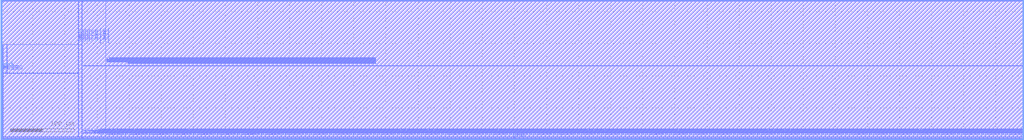
<source format=lef>
VERSION 5.4 ;
NAMESCASESENSITIVE ON ;
BUSBITCHARS "[]" ;
DIVIDERCHAR "/" ;
UNITS
  DATABASE MICRONS 2000 ;
END UNITS
MACRO freepdk45_sram_1rw0r_64x512
   CLASS BLOCK ;
   SIZE 1593.9 BY 218.82 ;
   SYMMETRY X Y R90 ;
   PIN din0[0]
      DIRECTION INPUT ;
      PORT
         LAYER metal3 ;
         RECT  126.625 4.2375 126.76 4.3725 ;
      END
   END din0[0]
   PIN din0[1]
      DIRECTION INPUT ;
      PORT
         LAYER metal3 ;
         RECT  129.485 4.2375 129.62 4.3725 ;
      END
   END din0[1]
   PIN din0[2]
      DIRECTION INPUT ;
      PORT
         LAYER metal3 ;
         RECT  132.345 4.2375 132.48 4.3725 ;
      END
   END din0[2]
   PIN din0[3]
      DIRECTION INPUT ;
      PORT
         LAYER metal3 ;
         RECT  135.205 4.2375 135.34 4.3725 ;
      END
   END din0[3]
   PIN din0[4]
      DIRECTION INPUT ;
      PORT
         LAYER metal3 ;
         RECT  138.065 4.2375 138.2 4.3725 ;
      END
   END din0[4]
   PIN din0[5]
      DIRECTION INPUT ;
      PORT
         LAYER metal3 ;
         RECT  140.925 4.2375 141.06 4.3725 ;
      END
   END din0[5]
   PIN din0[6]
      DIRECTION INPUT ;
      PORT
         LAYER metal3 ;
         RECT  143.785 4.2375 143.92 4.3725 ;
      END
   END din0[6]
   PIN din0[7]
      DIRECTION INPUT ;
      PORT
         LAYER metal3 ;
         RECT  146.645 4.2375 146.78 4.3725 ;
      END
   END din0[7]
   PIN din0[8]
      DIRECTION INPUT ;
      PORT
         LAYER metal3 ;
         RECT  149.505 4.2375 149.64 4.3725 ;
      END
   END din0[8]
   PIN din0[9]
      DIRECTION INPUT ;
      PORT
         LAYER metal3 ;
         RECT  152.365 4.2375 152.5 4.3725 ;
      END
   END din0[9]
   PIN din0[10]
      DIRECTION INPUT ;
      PORT
         LAYER metal3 ;
         RECT  155.225 4.2375 155.36 4.3725 ;
      END
   END din0[10]
   PIN din0[11]
      DIRECTION INPUT ;
      PORT
         LAYER metal3 ;
         RECT  158.085 4.2375 158.22 4.3725 ;
      END
   END din0[11]
   PIN din0[12]
      DIRECTION INPUT ;
      PORT
         LAYER metal3 ;
         RECT  160.945 4.2375 161.08 4.3725 ;
      END
   END din0[12]
   PIN din0[13]
      DIRECTION INPUT ;
      PORT
         LAYER metal3 ;
         RECT  163.805 4.2375 163.94 4.3725 ;
      END
   END din0[13]
   PIN din0[14]
      DIRECTION INPUT ;
      PORT
         LAYER metal3 ;
         RECT  166.665 4.2375 166.8 4.3725 ;
      END
   END din0[14]
   PIN din0[15]
      DIRECTION INPUT ;
      PORT
         LAYER metal3 ;
         RECT  169.525 4.2375 169.66 4.3725 ;
      END
   END din0[15]
   PIN din0[16]
      DIRECTION INPUT ;
      PORT
         LAYER metal3 ;
         RECT  172.385 4.2375 172.52 4.3725 ;
      END
   END din0[16]
   PIN din0[17]
      DIRECTION INPUT ;
      PORT
         LAYER metal3 ;
         RECT  175.245 4.2375 175.38 4.3725 ;
      END
   END din0[17]
   PIN din0[18]
      DIRECTION INPUT ;
      PORT
         LAYER metal3 ;
         RECT  178.105 4.2375 178.24 4.3725 ;
      END
   END din0[18]
   PIN din0[19]
      DIRECTION INPUT ;
      PORT
         LAYER metal3 ;
         RECT  180.965 4.2375 181.1 4.3725 ;
      END
   END din0[19]
   PIN din0[20]
      DIRECTION INPUT ;
      PORT
         LAYER metal3 ;
         RECT  183.825 4.2375 183.96 4.3725 ;
      END
   END din0[20]
   PIN din0[21]
      DIRECTION INPUT ;
      PORT
         LAYER metal3 ;
         RECT  186.685 4.2375 186.82 4.3725 ;
      END
   END din0[21]
   PIN din0[22]
      DIRECTION INPUT ;
      PORT
         LAYER metal3 ;
         RECT  189.545 4.2375 189.68 4.3725 ;
      END
   END din0[22]
   PIN din0[23]
      DIRECTION INPUT ;
      PORT
         LAYER metal3 ;
         RECT  192.405 4.2375 192.54 4.3725 ;
      END
   END din0[23]
   PIN din0[24]
      DIRECTION INPUT ;
      PORT
         LAYER metal3 ;
         RECT  195.265 4.2375 195.4 4.3725 ;
      END
   END din0[24]
   PIN din0[25]
      DIRECTION INPUT ;
      PORT
         LAYER metal3 ;
         RECT  198.125 4.2375 198.26 4.3725 ;
      END
   END din0[25]
   PIN din0[26]
      DIRECTION INPUT ;
      PORT
         LAYER metal3 ;
         RECT  200.985 4.2375 201.12 4.3725 ;
      END
   END din0[26]
   PIN din0[27]
      DIRECTION INPUT ;
      PORT
         LAYER metal3 ;
         RECT  203.845 4.2375 203.98 4.3725 ;
      END
   END din0[27]
   PIN din0[28]
      DIRECTION INPUT ;
      PORT
         LAYER metal3 ;
         RECT  206.705 4.2375 206.84 4.3725 ;
      END
   END din0[28]
   PIN din0[29]
      DIRECTION INPUT ;
      PORT
         LAYER metal3 ;
         RECT  209.565 4.2375 209.7 4.3725 ;
      END
   END din0[29]
   PIN din0[30]
      DIRECTION INPUT ;
      PORT
         LAYER metal3 ;
         RECT  212.425 4.2375 212.56 4.3725 ;
      END
   END din0[30]
   PIN din0[31]
      DIRECTION INPUT ;
      PORT
         LAYER metal3 ;
         RECT  215.285 4.2375 215.42 4.3725 ;
      END
   END din0[31]
   PIN din0[32]
      DIRECTION INPUT ;
      PORT
         LAYER metal3 ;
         RECT  218.145 4.2375 218.28 4.3725 ;
      END
   END din0[32]
   PIN din0[33]
      DIRECTION INPUT ;
      PORT
         LAYER metal3 ;
         RECT  221.005 4.2375 221.14 4.3725 ;
      END
   END din0[33]
   PIN din0[34]
      DIRECTION INPUT ;
      PORT
         LAYER metal3 ;
         RECT  223.865 4.2375 224.0 4.3725 ;
      END
   END din0[34]
   PIN din0[35]
      DIRECTION INPUT ;
      PORT
         LAYER metal3 ;
         RECT  226.725 4.2375 226.86 4.3725 ;
      END
   END din0[35]
   PIN din0[36]
      DIRECTION INPUT ;
      PORT
         LAYER metal3 ;
         RECT  229.585 4.2375 229.72 4.3725 ;
      END
   END din0[36]
   PIN din0[37]
      DIRECTION INPUT ;
      PORT
         LAYER metal3 ;
         RECT  232.445 4.2375 232.58 4.3725 ;
      END
   END din0[37]
   PIN din0[38]
      DIRECTION INPUT ;
      PORT
         LAYER metal3 ;
         RECT  235.305 4.2375 235.44 4.3725 ;
      END
   END din0[38]
   PIN din0[39]
      DIRECTION INPUT ;
      PORT
         LAYER metal3 ;
         RECT  238.165 4.2375 238.3 4.3725 ;
      END
   END din0[39]
   PIN din0[40]
      DIRECTION INPUT ;
      PORT
         LAYER metal3 ;
         RECT  241.025 4.2375 241.16 4.3725 ;
      END
   END din0[40]
   PIN din0[41]
      DIRECTION INPUT ;
      PORT
         LAYER metal3 ;
         RECT  243.885 4.2375 244.02 4.3725 ;
      END
   END din0[41]
   PIN din0[42]
      DIRECTION INPUT ;
      PORT
         LAYER metal3 ;
         RECT  246.745 4.2375 246.88 4.3725 ;
      END
   END din0[42]
   PIN din0[43]
      DIRECTION INPUT ;
      PORT
         LAYER metal3 ;
         RECT  249.605 4.2375 249.74 4.3725 ;
      END
   END din0[43]
   PIN din0[44]
      DIRECTION INPUT ;
      PORT
         LAYER metal3 ;
         RECT  252.465 4.2375 252.6 4.3725 ;
      END
   END din0[44]
   PIN din0[45]
      DIRECTION INPUT ;
      PORT
         LAYER metal3 ;
         RECT  255.325 4.2375 255.46 4.3725 ;
      END
   END din0[45]
   PIN din0[46]
      DIRECTION INPUT ;
      PORT
         LAYER metal3 ;
         RECT  258.185 4.2375 258.32 4.3725 ;
      END
   END din0[46]
   PIN din0[47]
      DIRECTION INPUT ;
      PORT
         LAYER metal3 ;
         RECT  261.045 4.2375 261.18 4.3725 ;
      END
   END din0[47]
   PIN din0[48]
      DIRECTION INPUT ;
      PORT
         LAYER metal3 ;
         RECT  263.905 4.2375 264.04 4.3725 ;
      END
   END din0[48]
   PIN din0[49]
      DIRECTION INPUT ;
      PORT
         LAYER metal3 ;
         RECT  266.765 4.2375 266.9 4.3725 ;
      END
   END din0[49]
   PIN din0[50]
      DIRECTION INPUT ;
      PORT
         LAYER metal3 ;
         RECT  269.625 4.2375 269.76 4.3725 ;
      END
   END din0[50]
   PIN din0[51]
      DIRECTION INPUT ;
      PORT
         LAYER metal3 ;
         RECT  272.485 4.2375 272.62 4.3725 ;
      END
   END din0[51]
   PIN din0[52]
      DIRECTION INPUT ;
      PORT
         LAYER metal3 ;
         RECT  275.345 4.2375 275.48 4.3725 ;
      END
   END din0[52]
   PIN din0[53]
      DIRECTION INPUT ;
      PORT
         LAYER metal3 ;
         RECT  278.205 4.2375 278.34 4.3725 ;
      END
   END din0[53]
   PIN din0[54]
      DIRECTION INPUT ;
      PORT
         LAYER metal3 ;
         RECT  281.065 4.2375 281.2 4.3725 ;
      END
   END din0[54]
   PIN din0[55]
      DIRECTION INPUT ;
      PORT
         LAYER metal3 ;
         RECT  283.925 4.2375 284.06 4.3725 ;
      END
   END din0[55]
   PIN din0[56]
      DIRECTION INPUT ;
      PORT
         LAYER metal3 ;
         RECT  286.785 4.2375 286.92 4.3725 ;
      END
   END din0[56]
   PIN din0[57]
      DIRECTION INPUT ;
      PORT
         LAYER metal3 ;
         RECT  289.645 4.2375 289.78 4.3725 ;
      END
   END din0[57]
   PIN din0[58]
      DIRECTION INPUT ;
      PORT
         LAYER metal3 ;
         RECT  292.505 4.2375 292.64 4.3725 ;
      END
   END din0[58]
   PIN din0[59]
      DIRECTION INPUT ;
      PORT
         LAYER metal3 ;
         RECT  295.365 4.2375 295.5 4.3725 ;
      END
   END din0[59]
   PIN din0[60]
      DIRECTION INPUT ;
      PORT
         LAYER metal3 ;
         RECT  298.225 4.2375 298.36 4.3725 ;
      END
   END din0[60]
   PIN din0[61]
      DIRECTION INPUT ;
      PORT
         LAYER metal3 ;
         RECT  301.085 4.2375 301.22 4.3725 ;
      END
   END din0[61]
   PIN din0[62]
      DIRECTION INPUT ;
      PORT
         LAYER metal3 ;
         RECT  303.945 4.2375 304.08 4.3725 ;
      END
   END din0[62]
   PIN din0[63]
      DIRECTION INPUT ;
      PORT
         LAYER metal3 ;
         RECT  306.805 4.2375 306.94 4.3725 ;
      END
   END din0[63]
   PIN din0[64]
      DIRECTION INPUT ;
      PORT
         LAYER metal3 ;
         RECT  309.665 4.2375 309.8 4.3725 ;
      END
   END din0[64]
   PIN din0[65]
      DIRECTION INPUT ;
      PORT
         LAYER metal3 ;
         RECT  312.525 4.2375 312.66 4.3725 ;
      END
   END din0[65]
   PIN din0[66]
      DIRECTION INPUT ;
      PORT
         LAYER metal3 ;
         RECT  315.385 4.2375 315.52 4.3725 ;
      END
   END din0[66]
   PIN din0[67]
      DIRECTION INPUT ;
      PORT
         LAYER metal3 ;
         RECT  318.245 4.2375 318.38 4.3725 ;
      END
   END din0[67]
   PIN din0[68]
      DIRECTION INPUT ;
      PORT
         LAYER metal3 ;
         RECT  321.105 4.2375 321.24 4.3725 ;
      END
   END din0[68]
   PIN din0[69]
      DIRECTION INPUT ;
      PORT
         LAYER metal3 ;
         RECT  323.965 4.2375 324.1 4.3725 ;
      END
   END din0[69]
   PIN din0[70]
      DIRECTION INPUT ;
      PORT
         LAYER metal3 ;
         RECT  326.825 4.2375 326.96 4.3725 ;
      END
   END din0[70]
   PIN din0[71]
      DIRECTION INPUT ;
      PORT
         LAYER metal3 ;
         RECT  329.685 4.2375 329.82 4.3725 ;
      END
   END din0[71]
   PIN din0[72]
      DIRECTION INPUT ;
      PORT
         LAYER metal3 ;
         RECT  332.545 4.2375 332.68 4.3725 ;
      END
   END din0[72]
   PIN din0[73]
      DIRECTION INPUT ;
      PORT
         LAYER metal3 ;
         RECT  335.405 4.2375 335.54 4.3725 ;
      END
   END din0[73]
   PIN din0[74]
      DIRECTION INPUT ;
      PORT
         LAYER metal3 ;
         RECT  338.265 4.2375 338.4 4.3725 ;
      END
   END din0[74]
   PIN din0[75]
      DIRECTION INPUT ;
      PORT
         LAYER metal3 ;
         RECT  341.125 4.2375 341.26 4.3725 ;
      END
   END din0[75]
   PIN din0[76]
      DIRECTION INPUT ;
      PORT
         LAYER metal3 ;
         RECT  343.985 4.2375 344.12 4.3725 ;
      END
   END din0[76]
   PIN din0[77]
      DIRECTION INPUT ;
      PORT
         LAYER metal3 ;
         RECT  346.845 4.2375 346.98 4.3725 ;
      END
   END din0[77]
   PIN din0[78]
      DIRECTION INPUT ;
      PORT
         LAYER metal3 ;
         RECT  349.705 4.2375 349.84 4.3725 ;
      END
   END din0[78]
   PIN din0[79]
      DIRECTION INPUT ;
      PORT
         LAYER metal3 ;
         RECT  352.565 4.2375 352.7 4.3725 ;
      END
   END din0[79]
   PIN din0[80]
      DIRECTION INPUT ;
      PORT
         LAYER metal3 ;
         RECT  355.425 4.2375 355.56 4.3725 ;
      END
   END din0[80]
   PIN din0[81]
      DIRECTION INPUT ;
      PORT
         LAYER metal3 ;
         RECT  358.285 4.2375 358.42 4.3725 ;
      END
   END din0[81]
   PIN din0[82]
      DIRECTION INPUT ;
      PORT
         LAYER metal3 ;
         RECT  361.145 4.2375 361.28 4.3725 ;
      END
   END din0[82]
   PIN din0[83]
      DIRECTION INPUT ;
      PORT
         LAYER metal3 ;
         RECT  364.005 4.2375 364.14 4.3725 ;
      END
   END din0[83]
   PIN din0[84]
      DIRECTION INPUT ;
      PORT
         LAYER metal3 ;
         RECT  366.865 4.2375 367.0 4.3725 ;
      END
   END din0[84]
   PIN din0[85]
      DIRECTION INPUT ;
      PORT
         LAYER metal3 ;
         RECT  369.725 4.2375 369.86 4.3725 ;
      END
   END din0[85]
   PIN din0[86]
      DIRECTION INPUT ;
      PORT
         LAYER metal3 ;
         RECT  372.585 4.2375 372.72 4.3725 ;
      END
   END din0[86]
   PIN din0[87]
      DIRECTION INPUT ;
      PORT
         LAYER metal3 ;
         RECT  375.445 4.2375 375.58 4.3725 ;
      END
   END din0[87]
   PIN din0[88]
      DIRECTION INPUT ;
      PORT
         LAYER metal3 ;
         RECT  378.305 4.2375 378.44 4.3725 ;
      END
   END din0[88]
   PIN din0[89]
      DIRECTION INPUT ;
      PORT
         LAYER metal3 ;
         RECT  381.165 4.2375 381.3 4.3725 ;
      END
   END din0[89]
   PIN din0[90]
      DIRECTION INPUT ;
      PORT
         LAYER metal3 ;
         RECT  384.025 4.2375 384.16 4.3725 ;
      END
   END din0[90]
   PIN din0[91]
      DIRECTION INPUT ;
      PORT
         LAYER metal3 ;
         RECT  386.885 4.2375 387.02 4.3725 ;
      END
   END din0[91]
   PIN din0[92]
      DIRECTION INPUT ;
      PORT
         LAYER metal3 ;
         RECT  389.745 4.2375 389.88 4.3725 ;
      END
   END din0[92]
   PIN din0[93]
      DIRECTION INPUT ;
      PORT
         LAYER metal3 ;
         RECT  392.605 4.2375 392.74 4.3725 ;
      END
   END din0[93]
   PIN din0[94]
      DIRECTION INPUT ;
      PORT
         LAYER metal3 ;
         RECT  395.465 4.2375 395.6 4.3725 ;
      END
   END din0[94]
   PIN din0[95]
      DIRECTION INPUT ;
      PORT
         LAYER metal3 ;
         RECT  398.325 4.2375 398.46 4.3725 ;
      END
   END din0[95]
   PIN din0[96]
      DIRECTION INPUT ;
      PORT
         LAYER metal3 ;
         RECT  401.185 4.2375 401.32 4.3725 ;
      END
   END din0[96]
   PIN din0[97]
      DIRECTION INPUT ;
      PORT
         LAYER metal3 ;
         RECT  404.045 4.2375 404.18 4.3725 ;
      END
   END din0[97]
   PIN din0[98]
      DIRECTION INPUT ;
      PORT
         LAYER metal3 ;
         RECT  406.905 4.2375 407.04 4.3725 ;
      END
   END din0[98]
   PIN din0[99]
      DIRECTION INPUT ;
      PORT
         LAYER metal3 ;
         RECT  409.765 4.2375 409.9 4.3725 ;
      END
   END din0[99]
   PIN din0[100]
      DIRECTION INPUT ;
      PORT
         LAYER metal3 ;
         RECT  412.625 4.2375 412.76 4.3725 ;
      END
   END din0[100]
   PIN din0[101]
      DIRECTION INPUT ;
      PORT
         LAYER metal3 ;
         RECT  415.485 4.2375 415.62 4.3725 ;
      END
   END din0[101]
   PIN din0[102]
      DIRECTION INPUT ;
      PORT
         LAYER metal3 ;
         RECT  418.345 4.2375 418.48 4.3725 ;
      END
   END din0[102]
   PIN din0[103]
      DIRECTION INPUT ;
      PORT
         LAYER metal3 ;
         RECT  421.205 4.2375 421.34 4.3725 ;
      END
   END din0[103]
   PIN din0[104]
      DIRECTION INPUT ;
      PORT
         LAYER metal3 ;
         RECT  424.065 4.2375 424.2 4.3725 ;
      END
   END din0[104]
   PIN din0[105]
      DIRECTION INPUT ;
      PORT
         LAYER metal3 ;
         RECT  426.925 4.2375 427.06 4.3725 ;
      END
   END din0[105]
   PIN din0[106]
      DIRECTION INPUT ;
      PORT
         LAYER metal3 ;
         RECT  429.785 4.2375 429.92 4.3725 ;
      END
   END din0[106]
   PIN din0[107]
      DIRECTION INPUT ;
      PORT
         LAYER metal3 ;
         RECT  432.645 4.2375 432.78 4.3725 ;
      END
   END din0[107]
   PIN din0[108]
      DIRECTION INPUT ;
      PORT
         LAYER metal3 ;
         RECT  435.505 4.2375 435.64 4.3725 ;
      END
   END din0[108]
   PIN din0[109]
      DIRECTION INPUT ;
      PORT
         LAYER metal3 ;
         RECT  438.365 4.2375 438.5 4.3725 ;
      END
   END din0[109]
   PIN din0[110]
      DIRECTION INPUT ;
      PORT
         LAYER metal3 ;
         RECT  441.225 4.2375 441.36 4.3725 ;
      END
   END din0[110]
   PIN din0[111]
      DIRECTION INPUT ;
      PORT
         LAYER metal3 ;
         RECT  444.085 4.2375 444.22 4.3725 ;
      END
   END din0[111]
   PIN din0[112]
      DIRECTION INPUT ;
      PORT
         LAYER metal3 ;
         RECT  446.945 4.2375 447.08 4.3725 ;
      END
   END din0[112]
   PIN din0[113]
      DIRECTION INPUT ;
      PORT
         LAYER metal3 ;
         RECT  449.805 4.2375 449.94 4.3725 ;
      END
   END din0[113]
   PIN din0[114]
      DIRECTION INPUT ;
      PORT
         LAYER metal3 ;
         RECT  452.665 4.2375 452.8 4.3725 ;
      END
   END din0[114]
   PIN din0[115]
      DIRECTION INPUT ;
      PORT
         LAYER metal3 ;
         RECT  455.525 4.2375 455.66 4.3725 ;
      END
   END din0[115]
   PIN din0[116]
      DIRECTION INPUT ;
      PORT
         LAYER metal3 ;
         RECT  458.385 4.2375 458.52 4.3725 ;
      END
   END din0[116]
   PIN din0[117]
      DIRECTION INPUT ;
      PORT
         LAYER metal3 ;
         RECT  461.245 4.2375 461.38 4.3725 ;
      END
   END din0[117]
   PIN din0[118]
      DIRECTION INPUT ;
      PORT
         LAYER metal3 ;
         RECT  464.105 4.2375 464.24 4.3725 ;
      END
   END din0[118]
   PIN din0[119]
      DIRECTION INPUT ;
      PORT
         LAYER metal3 ;
         RECT  466.965 4.2375 467.1 4.3725 ;
      END
   END din0[119]
   PIN din0[120]
      DIRECTION INPUT ;
      PORT
         LAYER metal3 ;
         RECT  469.825 4.2375 469.96 4.3725 ;
      END
   END din0[120]
   PIN din0[121]
      DIRECTION INPUT ;
      PORT
         LAYER metal3 ;
         RECT  472.685 4.2375 472.82 4.3725 ;
      END
   END din0[121]
   PIN din0[122]
      DIRECTION INPUT ;
      PORT
         LAYER metal3 ;
         RECT  475.545 4.2375 475.68 4.3725 ;
      END
   END din0[122]
   PIN din0[123]
      DIRECTION INPUT ;
      PORT
         LAYER metal3 ;
         RECT  478.405 4.2375 478.54 4.3725 ;
      END
   END din0[123]
   PIN din0[124]
      DIRECTION INPUT ;
      PORT
         LAYER metal3 ;
         RECT  481.265 4.2375 481.4 4.3725 ;
      END
   END din0[124]
   PIN din0[125]
      DIRECTION INPUT ;
      PORT
         LAYER metal3 ;
         RECT  484.125 4.2375 484.26 4.3725 ;
      END
   END din0[125]
   PIN din0[126]
      DIRECTION INPUT ;
      PORT
         LAYER metal3 ;
         RECT  486.985 4.2375 487.12 4.3725 ;
      END
   END din0[126]
   PIN din0[127]
      DIRECTION INPUT ;
      PORT
         LAYER metal3 ;
         RECT  489.845 4.2375 489.98 4.3725 ;
      END
   END din0[127]
   PIN din0[128]
      DIRECTION INPUT ;
      PORT
         LAYER metal3 ;
         RECT  492.705 4.2375 492.84 4.3725 ;
      END
   END din0[128]
   PIN din0[129]
      DIRECTION INPUT ;
      PORT
         LAYER metal3 ;
         RECT  495.565 4.2375 495.7 4.3725 ;
      END
   END din0[129]
   PIN din0[130]
      DIRECTION INPUT ;
      PORT
         LAYER metal3 ;
         RECT  498.425 4.2375 498.56 4.3725 ;
      END
   END din0[130]
   PIN din0[131]
      DIRECTION INPUT ;
      PORT
         LAYER metal3 ;
         RECT  501.285 4.2375 501.42 4.3725 ;
      END
   END din0[131]
   PIN din0[132]
      DIRECTION INPUT ;
      PORT
         LAYER metal3 ;
         RECT  504.145 4.2375 504.28 4.3725 ;
      END
   END din0[132]
   PIN din0[133]
      DIRECTION INPUT ;
      PORT
         LAYER metal3 ;
         RECT  507.005 4.2375 507.14 4.3725 ;
      END
   END din0[133]
   PIN din0[134]
      DIRECTION INPUT ;
      PORT
         LAYER metal3 ;
         RECT  509.865 4.2375 510.0 4.3725 ;
      END
   END din0[134]
   PIN din0[135]
      DIRECTION INPUT ;
      PORT
         LAYER metal3 ;
         RECT  512.725 4.2375 512.86 4.3725 ;
      END
   END din0[135]
   PIN din0[136]
      DIRECTION INPUT ;
      PORT
         LAYER metal3 ;
         RECT  515.585 4.2375 515.72 4.3725 ;
      END
   END din0[136]
   PIN din0[137]
      DIRECTION INPUT ;
      PORT
         LAYER metal3 ;
         RECT  518.445 4.2375 518.58 4.3725 ;
      END
   END din0[137]
   PIN din0[138]
      DIRECTION INPUT ;
      PORT
         LAYER metal3 ;
         RECT  521.305 4.2375 521.44 4.3725 ;
      END
   END din0[138]
   PIN din0[139]
      DIRECTION INPUT ;
      PORT
         LAYER metal3 ;
         RECT  524.165 4.2375 524.3 4.3725 ;
      END
   END din0[139]
   PIN din0[140]
      DIRECTION INPUT ;
      PORT
         LAYER metal3 ;
         RECT  527.025 4.2375 527.16 4.3725 ;
      END
   END din0[140]
   PIN din0[141]
      DIRECTION INPUT ;
      PORT
         LAYER metal3 ;
         RECT  529.885 4.2375 530.02 4.3725 ;
      END
   END din0[141]
   PIN din0[142]
      DIRECTION INPUT ;
      PORT
         LAYER metal3 ;
         RECT  532.745 4.2375 532.88 4.3725 ;
      END
   END din0[142]
   PIN din0[143]
      DIRECTION INPUT ;
      PORT
         LAYER metal3 ;
         RECT  535.605 4.2375 535.74 4.3725 ;
      END
   END din0[143]
   PIN din0[144]
      DIRECTION INPUT ;
      PORT
         LAYER metal3 ;
         RECT  538.465 4.2375 538.6 4.3725 ;
      END
   END din0[144]
   PIN din0[145]
      DIRECTION INPUT ;
      PORT
         LAYER metal3 ;
         RECT  541.325 4.2375 541.46 4.3725 ;
      END
   END din0[145]
   PIN din0[146]
      DIRECTION INPUT ;
      PORT
         LAYER metal3 ;
         RECT  544.185 4.2375 544.32 4.3725 ;
      END
   END din0[146]
   PIN din0[147]
      DIRECTION INPUT ;
      PORT
         LAYER metal3 ;
         RECT  547.045 4.2375 547.18 4.3725 ;
      END
   END din0[147]
   PIN din0[148]
      DIRECTION INPUT ;
      PORT
         LAYER metal3 ;
         RECT  549.905 4.2375 550.04 4.3725 ;
      END
   END din0[148]
   PIN din0[149]
      DIRECTION INPUT ;
      PORT
         LAYER metal3 ;
         RECT  552.765 4.2375 552.9 4.3725 ;
      END
   END din0[149]
   PIN din0[150]
      DIRECTION INPUT ;
      PORT
         LAYER metal3 ;
         RECT  555.625 4.2375 555.76 4.3725 ;
      END
   END din0[150]
   PIN din0[151]
      DIRECTION INPUT ;
      PORT
         LAYER metal3 ;
         RECT  558.485 4.2375 558.62 4.3725 ;
      END
   END din0[151]
   PIN din0[152]
      DIRECTION INPUT ;
      PORT
         LAYER metal3 ;
         RECT  561.345 4.2375 561.48 4.3725 ;
      END
   END din0[152]
   PIN din0[153]
      DIRECTION INPUT ;
      PORT
         LAYER metal3 ;
         RECT  564.205 4.2375 564.34 4.3725 ;
      END
   END din0[153]
   PIN din0[154]
      DIRECTION INPUT ;
      PORT
         LAYER metal3 ;
         RECT  567.065 4.2375 567.2 4.3725 ;
      END
   END din0[154]
   PIN din0[155]
      DIRECTION INPUT ;
      PORT
         LAYER metal3 ;
         RECT  569.925 4.2375 570.06 4.3725 ;
      END
   END din0[155]
   PIN din0[156]
      DIRECTION INPUT ;
      PORT
         LAYER metal3 ;
         RECT  572.785 4.2375 572.92 4.3725 ;
      END
   END din0[156]
   PIN din0[157]
      DIRECTION INPUT ;
      PORT
         LAYER metal3 ;
         RECT  575.645 4.2375 575.78 4.3725 ;
      END
   END din0[157]
   PIN din0[158]
      DIRECTION INPUT ;
      PORT
         LAYER metal3 ;
         RECT  578.505 4.2375 578.64 4.3725 ;
      END
   END din0[158]
   PIN din0[159]
      DIRECTION INPUT ;
      PORT
         LAYER metal3 ;
         RECT  581.365 4.2375 581.5 4.3725 ;
      END
   END din0[159]
   PIN din0[160]
      DIRECTION INPUT ;
      PORT
         LAYER metal3 ;
         RECT  584.225 4.2375 584.36 4.3725 ;
      END
   END din0[160]
   PIN din0[161]
      DIRECTION INPUT ;
      PORT
         LAYER metal3 ;
         RECT  587.085 4.2375 587.22 4.3725 ;
      END
   END din0[161]
   PIN din0[162]
      DIRECTION INPUT ;
      PORT
         LAYER metal3 ;
         RECT  589.945 4.2375 590.08 4.3725 ;
      END
   END din0[162]
   PIN din0[163]
      DIRECTION INPUT ;
      PORT
         LAYER metal3 ;
         RECT  592.805 4.2375 592.94 4.3725 ;
      END
   END din0[163]
   PIN din0[164]
      DIRECTION INPUT ;
      PORT
         LAYER metal3 ;
         RECT  595.665 4.2375 595.8 4.3725 ;
      END
   END din0[164]
   PIN din0[165]
      DIRECTION INPUT ;
      PORT
         LAYER metal3 ;
         RECT  598.525 4.2375 598.66 4.3725 ;
      END
   END din0[165]
   PIN din0[166]
      DIRECTION INPUT ;
      PORT
         LAYER metal3 ;
         RECT  601.385 4.2375 601.52 4.3725 ;
      END
   END din0[166]
   PIN din0[167]
      DIRECTION INPUT ;
      PORT
         LAYER metal3 ;
         RECT  604.245 4.2375 604.38 4.3725 ;
      END
   END din0[167]
   PIN din0[168]
      DIRECTION INPUT ;
      PORT
         LAYER metal3 ;
         RECT  607.105 4.2375 607.24 4.3725 ;
      END
   END din0[168]
   PIN din0[169]
      DIRECTION INPUT ;
      PORT
         LAYER metal3 ;
         RECT  609.965 4.2375 610.1 4.3725 ;
      END
   END din0[169]
   PIN din0[170]
      DIRECTION INPUT ;
      PORT
         LAYER metal3 ;
         RECT  612.825 4.2375 612.96 4.3725 ;
      END
   END din0[170]
   PIN din0[171]
      DIRECTION INPUT ;
      PORT
         LAYER metal3 ;
         RECT  615.685 4.2375 615.82 4.3725 ;
      END
   END din0[171]
   PIN din0[172]
      DIRECTION INPUT ;
      PORT
         LAYER metal3 ;
         RECT  618.545 4.2375 618.68 4.3725 ;
      END
   END din0[172]
   PIN din0[173]
      DIRECTION INPUT ;
      PORT
         LAYER metal3 ;
         RECT  621.405 4.2375 621.54 4.3725 ;
      END
   END din0[173]
   PIN din0[174]
      DIRECTION INPUT ;
      PORT
         LAYER metal3 ;
         RECT  624.265 4.2375 624.4 4.3725 ;
      END
   END din0[174]
   PIN din0[175]
      DIRECTION INPUT ;
      PORT
         LAYER metal3 ;
         RECT  627.125 4.2375 627.26 4.3725 ;
      END
   END din0[175]
   PIN din0[176]
      DIRECTION INPUT ;
      PORT
         LAYER metal3 ;
         RECT  629.985 4.2375 630.12 4.3725 ;
      END
   END din0[176]
   PIN din0[177]
      DIRECTION INPUT ;
      PORT
         LAYER metal3 ;
         RECT  632.845 4.2375 632.98 4.3725 ;
      END
   END din0[177]
   PIN din0[178]
      DIRECTION INPUT ;
      PORT
         LAYER metal3 ;
         RECT  635.705 4.2375 635.84 4.3725 ;
      END
   END din0[178]
   PIN din0[179]
      DIRECTION INPUT ;
      PORT
         LAYER metal3 ;
         RECT  638.565 4.2375 638.7 4.3725 ;
      END
   END din0[179]
   PIN din0[180]
      DIRECTION INPUT ;
      PORT
         LAYER metal3 ;
         RECT  641.425 4.2375 641.56 4.3725 ;
      END
   END din0[180]
   PIN din0[181]
      DIRECTION INPUT ;
      PORT
         LAYER metal3 ;
         RECT  644.285 4.2375 644.42 4.3725 ;
      END
   END din0[181]
   PIN din0[182]
      DIRECTION INPUT ;
      PORT
         LAYER metal3 ;
         RECT  647.145 4.2375 647.28 4.3725 ;
      END
   END din0[182]
   PIN din0[183]
      DIRECTION INPUT ;
      PORT
         LAYER metal3 ;
         RECT  650.005 4.2375 650.14 4.3725 ;
      END
   END din0[183]
   PIN din0[184]
      DIRECTION INPUT ;
      PORT
         LAYER metal3 ;
         RECT  652.865 4.2375 653.0 4.3725 ;
      END
   END din0[184]
   PIN din0[185]
      DIRECTION INPUT ;
      PORT
         LAYER metal3 ;
         RECT  655.725 4.2375 655.86 4.3725 ;
      END
   END din0[185]
   PIN din0[186]
      DIRECTION INPUT ;
      PORT
         LAYER metal3 ;
         RECT  658.585 4.2375 658.72 4.3725 ;
      END
   END din0[186]
   PIN din0[187]
      DIRECTION INPUT ;
      PORT
         LAYER metal3 ;
         RECT  661.445 4.2375 661.58 4.3725 ;
      END
   END din0[187]
   PIN din0[188]
      DIRECTION INPUT ;
      PORT
         LAYER metal3 ;
         RECT  664.305 4.2375 664.44 4.3725 ;
      END
   END din0[188]
   PIN din0[189]
      DIRECTION INPUT ;
      PORT
         LAYER metal3 ;
         RECT  667.165 4.2375 667.3 4.3725 ;
      END
   END din0[189]
   PIN din0[190]
      DIRECTION INPUT ;
      PORT
         LAYER metal3 ;
         RECT  670.025 4.2375 670.16 4.3725 ;
      END
   END din0[190]
   PIN din0[191]
      DIRECTION INPUT ;
      PORT
         LAYER metal3 ;
         RECT  672.885 4.2375 673.02 4.3725 ;
      END
   END din0[191]
   PIN din0[192]
      DIRECTION INPUT ;
      PORT
         LAYER metal3 ;
         RECT  675.745 4.2375 675.88 4.3725 ;
      END
   END din0[192]
   PIN din0[193]
      DIRECTION INPUT ;
      PORT
         LAYER metal3 ;
         RECT  678.605 4.2375 678.74 4.3725 ;
      END
   END din0[193]
   PIN din0[194]
      DIRECTION INPUT ;
      PORT
         LAYER metal3 ;
         RECT  681.465 4.2375 681.6 4.3725 ;
      END
   END din0[194]
   PIN din0[195]
      DIRECTION INPUT ;
      PORT
         LAYER metal3 ;
         RECT  684.325 4.2375 684.46 4.3725 ;
      END
   END din0[195]
   PIN din0[196]
      DIRECTION INPUT ;
      PORT
         LAYER metal3 ;
         RECT  687.185 4.2375 687.32 4.3725 ;
      END
   END din0[196]
   PIN din0[197]
      DIRECTION INPUT ;
      PORT
         LAYER metal3 ;
         RECT  690.045 4.2375 690.18 4.3725 ;
      END
   END din0[197]
   PIN din0[198]
      DIRECTION INPUT ;
      PORT
         LAYER metal3 ;
         RECT  692.905 4.2375 693.04 4.3725 ;
      END
   END din0[198]
   PIN din0[199]
      DIRECTION INPUT ;
      PORT
         LAYER metal3 ;
         RECT  695.765 4.2375 695.9 4.3725 ;
      END
   END din0[199]
   PIN din0[200]
      DIRECTION INPUT ;
      PORT
         LAYER metal3 ;
         RECT  698.625 4.2375 698.76 4.3725 ;
      END
   END din0[200]
   PIN din0[201]
      DIRECTION INPUT ;
      PORT
         LAYER metal3 ;
         RECT  701.485 4.2375 701.62 4.3725 ;
      END
   END din0[201]
   PIN din0[202]
      DIRECTION INPUT ;
      PORT
         LAYER metal3 ;
         RECT  704.345 4.2375 704.48 4.3725 ;
      END
   END din0[202]
   PIN din0[203]
      DIRECTION INPUT ;
      PORT
         LAYER metal3 ;
         RECT  707.205 4.2375 707.34 4.3725 ;
      END
   END din0[203]
   PIN din0[204]
      DIRECTION INPUT ;
      PORT
         LAYER metal3 ;
         RECT  710.065 4.2375 710.2 4.3725 ;
      END
   END din0[204]
   PIN din0[205]
      DIRECTION INPUT ;
      PORT
         LAYER metal3 ;
         RECT  712.925 4.2375 713.06 4.3725 ;
      END
   END din0[205]
   PIN din0[206]
      DIRECTION INPUT ;
      PORT
         LAYER metal3 ;
         RECT  715.785 4.2375 715.92 4.3725 ;
      END
   END din0[206]
   PIN din0[207]
      DIRECTION INPUT ;
      PORT
         LAYER metal3 ;
         RECT  718.645 4.2375 718.78 4.3725 ;
      END
   END din0[207]
   PIN din0[208]
      DIRECTION INPUT ;
      PORT
         LAYER metal3 ;
         RECT  721.505 4.2375 721.64 4.3725 ;
      END
   END din0[208]
   PIN din0[209]
      DIRECTION INPUT ;
      PORT
         LAYER metal3 ;
         RECT  724.365 4.2375 724.5 4.3725 ;
      END
   END din0[209]
   PIN din0[210]
      DIRECTION INPUT ;
      PORT
         LAYER metal3 ;
         RECT  727.225 4.2375 727.36 4.3725 ;
      END
   END din0[210]
   PIN din0[211]
      DIRECTION INPUT ;
      PORT
         LAYER metal3 ;
         RECT  730.085 4.2375 730.22 4.3725 ;
      END
   END din0[211]
   PIN din0[212]
      DIRECTION INPUT ;
      PORT
         LAYER metal3 ;
         RECT  732.945 4.2375 733.08 4.3725 ;
      END
   END din0[212]
   PIN din0[213]
      DIRECTION INPUT ;
      PORT
         LAYER metal3 ;
         RECT  735.805 4.2375 735.94 4.3725 ;
      END
   END din0[213]
   PIN din0[214]
      DIRECTION INPUT ;
      PORT
         LAYER metal3 ;
         RECT  738.665 4.2375 738.8 4.3725 ;
      END
   END din0[214]
   PIN din0[215]
      DIRECTION INPUT ;
      PORT
         LAYER metal3 ;
         RECT  741.525 4.2375 741.66 4.3725 ;
      END
   END din0[215]
   PIN din0[216]
      DIRECTION INPUT ;
      PORT
         LAYER metal3 ;
         RECT  744.385 4.2375 744.52 4.3725 ;
      END
   END din0[216]
   PIN din0[217]
      DIRECTION INPUT ;
      PORT
         LAYER metal3 ;
         RECT  747.245 4.2375 747.38 4.3725 ;
      END
   END din0[217]
   PIN din0[218]
      DIRECTION INPUT ;
      PORT
         LAYER metal3 ;
         RECT  750.105 4.2375 750.24 4.3725 ;
      END
   END din0[218]
   PIN din0[219]
      DIRECTION INPUT ;
      PORT
         LAYER metal3 ;
         RECT  752.965 4.2375 753.1 4.3725 ;
      END
   END din0[219]
   PIN din0[220]
      DIRECTION INPUT ;
      PORT
         LAYER metal3 ;
         RECT  755.825 4.2375 755.96 4.3725 ;
      END
   END din0[220]
   PIN din0[221]
      DIRECTION INPUT ;
      PORT
         LAYER metal3 ;
         RECT  758.685 4.2375 758.82 4.3725 ;
      END
   END din0[221]
   PIN din0[222]
      DIRECTION INPUT ;
      PORT
         LAYER metal3 ;
         RECT  761.545 4.2375 761.68 4.3725 ;
      END
   END din0[222]
   PIN din0[223]
      DIRECTION INPUT ;
      PORT
         LAYER metal3 ;
         RECT  764.405 4.2375 764.54 4.3725 ;
      END
   END din0[223]
   PIN din0[224]
      DIRECTION INPUT ;
      PORT
         LAYER metal3 ;
         RECT  767.265 4.2375 767.4 4.3725 ;
      END
   END din0[224]
   PIN din0[225]
      DIRECTION INPUT ;
      PORT
         LAYER metal3 ;
         RECT  770.125 4.2375 770.26 4.3725 ;
      END
   END din0[225]
   PIN din0[226]
      DIRECTION INPUT ;
      PORT
         LAYER metal3 ;
         RECT  772.985 4.2375 773.12 4.3725 ;
      END
   END din0[226]
   PIN din0[227]
      DIRECTION INPUT ;
      PORT
         LAYER metal3 ;
         RECT  775.845 4.2375 775.98 4.3725 ;
      END
   END din0[227]
   PIN din0[228]
      DIRECTION INPUT ;
      PORT
         LAYER metal3 ;
         RECT  778.705 4.2375 778.84 4.3725 ;
      END
   END din0[228]
   PIN din0[229]
      DIRECTION INPUT ;
      PORT
         LAYER metal3 ;
         RECT  781.565 4.2375 781.7 4.3725 ;
      END
   END din0[229]
   PIN din0[230]
      DIRECTION INPUT ;
      PORT
         LAYER metal3 ;
         RECT  784.425 4.2375 784.56 4.3725 ;
      END
   END din0[230]
   PIN din0[231]
      DIRECTION INPUT ;
      PORT
         LAYER metal3 ;
         RECT  787.285 4.2375 787.42 4.3725 ;
      END
   END din0[231]
   PIN din0[232]
      DIRECTION INPUT ;
      PORT
         LAYER metal3 ;
         RECT  790.145 4.2375 790.28 4.3725 ;
      END
   END din0[232]
   PIN din0[233]
      DIRECTION INPUT ;
      PORT
         LAYER metal3 ;
         RECT  793.005 4.2375 793.14 4.3725 ;
      END
   END din0[233]
   PIN din0[234]
      DIRECTION INPUT ;
      PORT
         LAYER metal3 ;
         RECT  795.865 4.2375 796.0 4.3725 ;
      END
   END din0[234]
   PIN din0[235]
      DIRECTION INPUT ;
      PORT
         LAYER metal3 ;
         RECT  798.725 4.2375 798.86 4.3725 ;
      END
   END din0[235]
   PIN din0[236]
      DIRECTION INPUT ;
      PORT
         LAYER metal3 ;
         RECT  801.585 4.2375 801.72 4.3725 ;
      END
   END din0[236]
   PIN din0[237]
      DIRECTION INPUT ;
      PORT
         LAYER metal3 ;
         RECT  804.445 4.2375 804.58 4.3725 ;
      END
   END din0[237]
   PIN din0[238]
      DIRECTION INPUT ;
      PORT
         LAYER metal3 ;
         RECT  807.305 4.2375 807.44 4.3725 ;
      END
   END din0[238]
   PIN din0[239]
      DIRECTION INPUT ;
      PORT
         LAYER metal3 ;
         RECT  810.165 4.2375 810.3 4.3725 ;
      END
   END din0[239]
   PIN din0[240]
      DIRECTION INPUT ;
      PORT
         LAYER metal3 ;
         RECT  813.025 4.2375 813.16 4.3725 ;
      END
   END din0[240]
   PIN din0[241]
      DIRECTION INPUT ;
      PORT
         LAYER metal3 ;
         RECT  815.885 4.2375 816.02 4.3725 ;
      END
   END din0[241]
   PIN din0[242]
      DIRECTION INPUT ;
      PORT
         LAYER metal3 ;
         RECT  818.745 4.2375 818.88 4.3725 ;
      END
   END din0[242]
   PIN din0[243]
      DIRECTION INPUT ;
      PORT
         LAYER metal3 ;
         RECT  821.605 4.2375 821.74 4.3725 ;
      END
   END din0[243]
   PIN din0[244]
      DIRECTION INPUT ;
      PORT
         LAYER metal3 ;
         RECT  824.465 4.2375 824.6 4.3725 ;
      END
   END din0[244]
   PIN din0[245]
      DIRECTION INPUT ;
      PORT
         LAYER metal3 ;
         RECT  827.325 4.2375 827.46 4.3725 ;
      END
   END din0[245]
   PIN din0[246]
      DIRECTION INPUT ;
      PORT
         LAYER metal3 ;
         RECT  830.185 4.2375 830.32 4.3725 ;
      END
   END din0[246]
   PIN din0[247]
      DIRECTION INPUT ;
      PORT
         LAYER metal3 ;
         RECT  833.045 4.2375 833.18 4.3725 ;
      END
   END din0[247]
   PIN din0[248]
      DIRECTION INPUT ;
      PORT
         LAYER metal3 ;
         RECT  835.905 4.2375 836.04 4.3725 ;
      END
   END din0[248]
   PIN din0[249]
      DIRECTION INPUT ;
      PORT
         LAYER metal3 ;
         RECT  838.765 4.2375 838.9 4.3725 ;
      END
   END din0[249]
   PIN din0[250]
      DIRECTION INPUT ;
      PORT
         LAYER metal3 ;
         RECT  841.625 4.2375 841.76 4.3725 ;
      END
   END din0[250]
   PIN din0[251]
      DIRECTION INPUT ;
      PORT
         LAYER metal3 ;
         RECT  844.485 4.2375 844.62 4.3725 ;
      END
   END din0[251]
   PIN din0[252]
      DIRECTION INPUT ;
      PORT
         LAYER metal3 ;
         RECT  847.345 4.2375 847.48 4.3725 ;
      END
   END din0[252]
   PIN din0[253]
      DIRECTION INPUT ;
      PORT
         LAYER metal3 ;
         RECT  850.205 4.2375 850.34 4.3725 ;
      END
   END din0[253]
   PIN din0[254]
      DIRECTION INPUT ;
      PORT
         LAYER metal3 ;
         RECT  853.065 4.2375 853.2 4.3725 ;
      END
   END din0[254]
   PIN din0[255]
      DIRECTION INPUT ;
      PORT
         LAYER metal3 ;
         RECT  855.925 4.2375 856.06 4.3725 ;
      END
   END din0[255]
   PIN din0[256]
      DIRECTION INPUT ;
      PORT
         LAYER metal3 ;
         RECT  858.785 4.2375 858.92 4.3725 ;
      END
   END din0[256]
   PIN din0[257]
      DIRECTION INPUT ;
      PORT
         LAYER metal3 ;
         RECT  861.645 4.2375 861.78 4.3725 ;
      END
   END din0[257]
   PIN din0[258]
      DIRECTION INPUT ;
      PORT
         LAYER metal3 ;
         RECT  864.505 4.2375 864.64 4.3725 ;
      END
   END din0[258]
   PIN din0[259]
      DIRECTION INPUT ;
      PORT
         LAYER metal3 ;
         RECT  867.365 4.2375 867.5 4.3725 ;
      END
   END din0[259]
   PIN din0[260]
      DIRECTION INPUT ;
      PORT
         LAYER metal3 ;
         RECT  870.225 4.2375 870.36 4.3725 ;
      END
   END din0[260]
   PIN din0[261]
      DIRECTION INPUT ;
      PORT
         LAYER metal3 ;
         RECT  873.085 4.2375 873.22 4.3725 ;
      END
   END din0[261]
   PIN din0[262]
      DIRECTION INPUT ;
      PORT
         LAYER metal3 ;
         RECT  875.945 4.2375 876.08 4.3725 ;
      END
   END din0[262]
   PIN din0[263]
      DIRECTION INPUT ;
      PORT
         LAYER metal3 ;
         RECT  878.805 4.2375 878.94 4.3725 ;
      END
   END din0[263]
   PIN din0[264]
      DIRECTION INPUT ;
      PORT
         LAYER metal3 ;
         RECT  881.665 4.2375 881.8 4.3725 ;
      END
   END din0[264]
   PIN din0[265]
      DIRECTION INPUT ;
      PORT
         LAYER metal3 ;
         RECT  884.525 4.2375 884.66 4.3725 ;
      END
   END din0[265]
   PIN din0[266]
      DIRECTION INPUT ;
      PORT
         LAYER metal3 ;
         RECT  887.385 4.2375 887.52 4.3725 ;
      END
   END din0[266]
   PIN din0[267]
      DIRECTION INPUT ;
      PORT
         LAYER metal3 ;
         RECT  890.245 4.2375 890.38 4.3725 ;
      END
   END din0[267]
   PIN din0[268]
      DIRECTION INPUT ;
      PORT
         LAYER metal3 ;
         RECT  893.105 4.2375 893.24 4.3725 ;
      END
   END din0[268]
   PIN din0[269]
      DIRECTION INPUT ;
      PORT
         LAYER metal3 ;
         RECT  895.965 4.2375 896.1 4.3725 ;
      END
   END din0[269]
   PIN din0[270]
      DIRECTION INPUT ;
      PORT
         LAYER metal3 ;
         RECT  898.825 4.2375 898.96 4.3725 ;
      END
   END din0[270]
   PIN din0[271]
      DIRECTION INPUT ;
      PORT
         LAYER metal3 ;
         RECT  901.685 4.2375 901.82 4.3725 ;
      END
   END din0[271]
   PIN din0[272]
      DIRECTION INPUT ;
      PORT
         LAYER metal3 ;
         RECT  904.545 4.2375 904.68 4.3725 ;
      END
   END din0[272]
   PIN din0[273]
      DIRECTION INPUT ;
      PORT
         LAYER metal3 ;
         RECT  907.405 4.2375 907.54 4.3725 ;
      END
   END din0[273]
   PIN din0[274]
      DIRECTION INPUT ;
      PORT
         LAYER metal3 ;
         RECT  910.265 4.2375 910.4 4.3725 ;
      END
   END din0[274]
   PIN din0[275]
      DIRECTION INPUT ;
      PORT
         LAYER metal3 ;
         RECT  913.125 4.2375 913.26 4.3725 ;
      END
   END din0[275]
   PIN din0[276]
      DIRECTION INPUT ;
      PORT
         LAYER metal3 ;
         RECT  915.985 4.2375 916.12 4.3725 ;
      END
   END din0[276]
   PIN din0[277]
      DIRECTION INPUT ;
      PORT
         LAYER metal3 ;
         RECT  918.845 4.2375 918.98 4.3725 ;
      END
   END din0[277]
   PIN din0[278]
      DIRECTION INPUT ;
      PORT
         LAYER metal3 ;
         RECT  921.705 4.2375 921.84 4.3725 ;
      END
   END din0[278]
   PIN din0[279]
      DIRECTION INPUT ;
      PORT
         LAYER metal3 ;
         RECT  924.565 4.2375 924.7 4.3725 ;
      END
   END din0[279]
   PIN din0[280]
      DIRECTION INPUT ;
      PORT
         LAYER metal3 ;
         RECT  927.425 4.2375 927.56 4.3725 ;
      END
   END din0[280]
   PIN din0[281]
      DIRECTION INPUT ;
      PORT
         LAYER metal3 ;
         RECT  930.285 4.2375 930.42 4.3725 ;
      END
   END din0[281]
   PIN din0[282]
      DIRECTION INPUT ;
      PORT
         LAYER metal3 ;
         RECT  933.145 4.2375 933.28 4.3725 ;
      END
   END din0[282]
   PIN din0[283]
      DIRECTION INPUT ;
      PORT
         LAYER metal3 ;
         RECT  936.005 4.2375 936.14 4.3725 ;
      END
   END din0[283]
   PIN din0[284]
      DIRECTION INPUT ;
      PORT
         LAYER metal3 ;
         RECT  938.865 4.2375 939.0 4.3725 ;
      END
   END din0[284]
   PIN din0[285]
      DIRECTION INPUT ;
      PORT
         LAYER metal3 ;
         RECT  941.725 4.2375 941.86 4.3725 ;
      END
   END din0[285]
   PIN din0[286]
      DIRECTION INPUT ;
      PORT
         LAYER metal3 ;
         RECT  944.585 4.2375 944.72 4.3725 ;
      END
   END din0[286]
   PIN din0[287]
      DIRECTION INPUT ;
      PORT
         LAYER metal3 ;
         RECT  947.445 4.2375 947.58 4.3725 ;
      END
   END din0[287]
   PIN din0[288]
      DIRECTION INPUT ;
      PORT
         LAYER metal3 ;
         RECT  950.305 4.2375 950.44 4.3725 ;
      END
   END din0[288]
   PIN din0[289]
      DIRECTION INPUT ;
      PORT
         LAYER metal3 ;
         RECT  953.165 4.2375 953.3 4.3725 ;
      END
   END din0[289]
   PIN din0[290]
      DIRECTION INPUT ;
      PORT
         LAYER metal3 ;
         RECT  956.025 4.2375 956.16 4.3725 ;
      END
   END din0[290]
   PIN din0[291]
      DIRECTION INPUT ;
      PORT
         LAYER metal3 ;
         RECT  958.885 4.2375 959.02 4.3725 ;
      END
   END din0[291]
   PIN din0[292]
      DIRECTION INPUT ;
      PORT
         LAYER metal3 ;
         RECT  961.745 4.2375 961.88 4.3725 ;
      END
   END din0[292]
   PIN din0[293]
      DIRECTION INPUT ;
      PORT
         LAYER metal3 ;
         RECT  964.605 4.2375 964.74 4.3725 ;
      END
   END din0[293]
   PIN din0[294]
      DIRECTION INPUT ;
      PORT
         LAYER metal3 ;
         RECT  967.465 4.2375 967.6 4.3725 ;
      END
   END din0[294]
   PIN din0[295]
      DIRECTION INPUT ;
      PORT
         LAYER metal3 ;
         RECT  970.325 4.2375 970.46 4.3725 ;
      END
   END din0[295]
   PIN din0[296]
      DIRECTION INPUT ;
      PORT
         LAYER metal3 ;
         RECT  973.185 4.2375 973.32 4.3725 ;
      END
   END din0[296]
   PIN din0[297]
      DIRECTION INPUT ;
      PORT
         LAYER metal3 ;
         RECT  976.045 4.2375 976.18 4.3725 ;
      END
   END din0[297]
   PIN din0[298]
      DIRECTION INPUT ;
      PORT
         LAYER metal3 ;
         RECT  978.905 4.2375 979.04 4.3725 ;
      END
   END din0[298]
   PIN din0[299]
      DIRECTION INPUT ;
      PORT
         LAYER metal3 ;
         RECT  981.765 4.2375 981.9 4.3725 ;
      END
   END din0[299]
   PIN din0[300]
      DIRECTION INPUT ;
      PORT
         LAYER metal3 ;
         RECT  984.625 4.2375 984.76 4.3725 ;
      END
   END din0[300]
   PIN din0[301]
      DIRECTION INPUT ;
      PORT
         LAYER metal3 ;
         RECT  987.485 4.2375 987.62 4.3725 ;
      END
   END din0[301]
   PIN din0[302]
      DIRECTION INPUT ;
      PORT
         LAYER metal3 ;
         RECT  990.345 4.2375 990.48 4.3725 ;
      END
   END din0[302]
   PIN din0[303]
      DIRECTION INPUT ;
      PORT
         LAYER metal3 ;
         RECT  993.205 4.2375 993.34 4.3725 ;
      END
   END din0[303]
   PIN din0[304]
      DIRECTION INPUT ;
      PORT
         LAYER metal3 ;
         RECT  996.065 4.2375 996.2 4.3725 ;
      END
   END din0[304]
   PIN din0[305]
      DIRECTION INPUT ;
      PORT
         LAYER metal3 ;
         RECT  998.925 4.2375 999.06 4.3725 ;
      END
   END din0[305]
   PIN din0[306]
      DIRECTION INPUT ;
      PORT
         LAYER metal3 ;
         RECT  1001.785 4.2375 1001.92 4.3725 ;
      END
   END din0[306]
   PIN din0[307]
      DIRECTION INPUT ;
      PORT
         LAYER metal3 ;
         RECT  1004.645 4.2375 1004.78 4.3725 ;
      END
   END din0[307]
   PIN din0[308]
      DIRECTION INPUT ;
      PORT
         LAYER metal3 ;
         RECT  1007.505 4.2375 1007.64 4.3725 ;
      END
   END din0[308]
   PIN din0[309]
      DIRECTION INPUT ;
      PORT
         LAYER metal3 ;
         RECT  1010.365 4.2375 1010.5 4.3725 ;
      END
   END din0[309]
   PIN din0[310]
      DIRECTION INPUT ;
      PORT
         LAYER metal3 ;
         RECT  1013.225 4.2375 1013.36 4.3725 ;
      END
   END din0[310]
   PIN din0[311]
      DIRECTION INPUT ;
      PORT
         LAYER metal3 ;
         RECT  1016.085 4.2375 1016.22 4.3725 ;
      END
   END din0[311]
   PIN din0[312]
      DIRECTION INPUT ;
      PORT
         LAYER metal3 ;
         RECT  1018.945 4.2375 1019.08 4.3725 ;
      END
   END din0[312]
   PIN din0[313]
      DIRECTION INPUT ;
      PORT
         LAYER metal3 ;
         RECT  1021.805 4.2375 1021.94 4.3725 ;
      END
   END din0[313]
   PIN din0[314]
      DIRECTION INPUT ;
      PORT
         LAYER metal3 ;
         RECT  1024.665 4.2375 1024.8 4.3725 ;
      END
   END din0[314]
   PIN din0[315]
      DIRECTION INPUT ;
      PORT
         LAYER metal3 ;
         RECT  1027.525 4.2375 1027.66 4.3725 ;
      END
   END din0[315]
   PIN din0[316]
      DIRECTION INPUT ;
      PORT
         LAYER metal3 ;
         RECT  1030.385 4.2375 1030.52 4.3725 ;
      END
   END din0[316]
   PIN din0[317]
      DIRECTION INPUT ;
      PORT
         LAYER metal3 ;
         RECT  1033.245 4.2375 1033.38 4.3725 ;
      END
   END din0[317]
   PIN din0[318]
      DIRECTION INPUT ;
      PORT
         LAYER metal3 ;
         RECT  1036.105 4.2375 1036.24 4.3725 ;
      END
   END din0[318]
   PIN din0[319]
      DIRECTION INPUT ;
      PORT
         LAYER metal3 ;
         RECT  1038.965 4.2375 1039.1 4.3725 ;
      END
   END din0[319]
   PIN din0[320]
      DIRECTION INPUT ;
      PORT
         LAYER metal3 ;
         RECT  1041.825 4.2375 1041.96 4.3725 ;
      END
   END din0[320]
   PIN din0[321]
      DIRECTION INPUT ;
      PORT
         LAYER metal3 ;
         RECT  1044.685 4.2375 1044.82 4.3725 ;
      END
   END din0[321]
   PIN din0[322]
      DIRECTION INPUT ;
      PORT
         LAYER metal3 ;
         RECT  1047.545 4.2375 1047.68 4.3725 ;
      END
   END din0[322]
   PIN din0[323]
      DIRECTION INPUT ;
      PORT
         LAYER metal3 ;
         RECT  1050.405 4.2375 1050.54 4.3725 ;
      END
   END din0[323]
   PIN din0[324]
      DIRECTION INPUT ;
      PORT
         LAYER metal3 ;
         RECT  1053.265 4.2375 1053.4 4.3725 ;
      END
   END din0[324]
   PIN din0[325]
      DIRECTION INPUT ;
      PORT
         LAYER metal3 ;
         RECT  1056.125 4.2375 1056.26 4.3725 ;
      END
   END din0[325]
   PIN din0[326]
      DIRECTION INPUT ;
      PORT
         LAYER metal3 ;
         RECT  1058.985 4.2375 1059.12 4.3725 ;
      END
   END din0[326]
   PIN din0[327]
      DIRECTION INPUT ;
      PORT
         LAYER metal3 ;
         RECT  1061.845 4.2375 1061.98 4.3725 ;
      END
   END din0[327]
   PIN din0[328]
      DIRECTION INPUT ;
      PORT
         LAYER metal3 ;
         RECT  1064.705 4.2375 1064.84 4.3725 ;
      END
   END din0[328]
   PIN din0[329]
      DIRECTION INPUT ;
      PORT
         LAYER metal3 ;
         RECT  1067.565 4.2375 1067.7 4.3725 ;
      END
   END din0[329]
   PIN din0[330]
      DIRECTION INPUT ;
      PORT
         LAYER metal3 ;
         RECT  1070.425 4.2375 1070.56 4.3725 ;
      END
   END din0[330]
   PIN din0[331]
      DIRECTION INPUT ;
      PORT
         LAYER metal3 ;
         RECT  1073.285 4.2375 1073.42 4.3725 ;
      END
   END din0[331]
   PIN din0[332]
      DIRECTION INPUT ;
      PORT
         LAYER metal3 ;
         RECT  1076.145 4.2375 1076.28 4.3725 ;
      END
   END din0[332]
   PIN din0[333]
      DIRECTION INPUT ;
      PORT
         LAYER metal3 ;
         RECT  1079.005 4.2375 1079.14 4.3725 ;
      END
   END din0[333]
   PIN din0[334]
      DIRECTION INPUT ;
      PORT
         LAYER metal3 ;
         RECT  1081.865 4.2375 1082.0 4.3725 ;
      END
   END din0[334]
   PIN din0[335]
      DIRECTION INPUT ;
      PORT
         LAYER metal3 ;
         RECT  1084.725 4.2375 1084.86 4.3725 ;
      END
   END din0[335]
   PIN din0[336]
      DIRECTION INPUT ;
      PORT
         LAYER metal3 ;
         RECT  1087.585 4.2375 1087.72 4.3725 ;
      END
   END din0[336]
   PIN din0[337]
      DIRECTION INPUT ;
      PORT
         LAYER metal3 ;
         RECT  1090.445 4.2375 1090.58 4.3725 ;
      END
   END din0[337]
   PIN din0[338]
      DIRECTION INPUT ;
      PORT
         LAYER metal3 ;
         RECT  1093.305 4.2375 1093.44 4.3725 ;
      END
   END din0[338]
   PIN din0[339]
      DIRECTION INPUT ;
      PORT
         LAYER metal3 ;
         RECT  1096.165 4.2375 1096.3 4.3725 ;
      END
   END din0[339]
   PIN din0[340]
      DIRECTION INPUT ;
      PORT
         LAYER metal3 ;
         RECT  1099.025 4.2375 1099.16 4.3725 ;
      END
   END din0[340]
   PIN din0[341]
      DIRECTION INPUT ;
      PORT
         LAYER metal3 ;
         RECT  1101.885 4.2375 1102.02 4.3725 ;
      END
   END din0[341]
   PIN din0[342]
      DIRECTION INPUT ;
      PORT
         LAYER metal3 ;
         RECT  1104.745 4.2375 1104.88 4.3725 ;
      END
   END din0[342]
   PIN din0[343]
      DIRECTION INPUT ;
      PORT
         LAYER metal3 ;
         RECT  1107.605 4.2375 1107.74 4.3725 ;
      END
   END din0[343]
   PIN din0[344]
      DIRECTION INPUT ;
      PORT
         LAYER metal3 ;
         RECT  1110.465 4.2375 1110.6 4.3725 ;
      END
   END din0[344]
   PIN din0[345]
      DIRECTION INPUT ;
      PORT
         LAYER metal3 ;
         RECT  1113.325 4.2375 1113.46 4.3725 ;
      END
   END din0[345]
   PIN din0[346]
      DIRECTION INPUT ;
      PORT
         LAYER metal3 ;
         RECT  1116.185 4.2375 1116.32 4.3725 ;
      END
   END din0[346]
   PIN din0[347]
      DIRECTION INPUT ;
      PORT
         LAYER metal3 ;
         RECT  1119.045 4.2375 1119.18 4.3725 ;
      END
   END din0[347]
   PIN din0[348]
      DIRECTION INPUT ;
      PORT
         LAYER metal3 ;
         RECT  1121.905 4.2375 1122.04 4.3725 ;
      END
   END din0[348]
   PIN din0[349]
      DIRECTION INPUT ;
      PORT
         LAYER metal3 ;
         RECT  1124.765 4.2375 1124.9 4.3725 ;
      END
   END din0[349]
   PIN din0[350]
      DIRECTION INPUT ;
      PORT
         LAYER metal3 ;
         RECT  1127.625 4.2375 1127.76 4.3725 ;
      END
   END din0[350]
   PIN din0[351]
      DIRECTION INPUT ;
      PORT
         LAYER metal3 ;
         RECT  1130.485 4.2375 1130.62 4.3725 ;
      END
   END din0[351]
   PIN din0[352]
      DIRECTION INPUT ;
      PORT
         LAYER metal3 ;
         RECT  1133.345 4.2375 1133.48 4.3725 ;
      END
   END din0[352]
   PIN din0[353]
      DIRECTION INPUT ;
      PORT
         LAYER metal3 ;
         RECT  1136.205 4.2375 1136.34 4.3725 ;
      END
   END din0[353]
   PIN din0[354]
      DIRECTION INPUT ;
      PORT
         LAYER metal3 ;
         RECT  1139.065 4.2375 1139.2 4.3725 ;
      END
   END din0[354]
   PIN din0[355]
      DIRECTION INPUT ;
      PORT
         LAYER metal3 ;
         RECT  1141.925 4.2375 1142.06 4.3725 ;
      END
   END din0[355]
   PIN din0[356]
      DIRECTION INPUT ;
      PORT
         LAYER metal3 ;
         RECT  1144.785 4.2375 1144.92 4.3725 ;
      END
   END din0[356]
   PIN din0[357]
      DIRECTION INPUT ;
      PORT
         LAYER metal3 ;
         RECT  1147.645 4.2375 1147.78 4.3725 ;
      END
   END din0[357]
   PIN din0[358]
      DIRECTION INPUT ;
      PORT
         LAYER metal3 ;
         RECT  1150.505 4.2375 1150.64 4.3725 ;
      END
   END din0[358]
   PIN din0[359]
      DIRECTION INPUT ;
      PORT
         LAYER metal3 ;
         RECT  1153.365 4.2375 1153.5 4.3725 ;
      END
   END din0[359]
   PIN din0[360]
      DIRECTION INPUT ;
      PORT
         LAYER metal3 ;
         RECT  1156.225 4.2375 1156.36 4.3725 ;
      END
   END din0[360]
   PIN din0[361]
      DIRECTION INPUT ;
      PORT
         LAYER metal3 ;
         RECT  1159.085 4.2375 1159.22 4.3725 ;
      END
   END din0[361]
   PIN din0[362]
      DIRECTION INPUT ;
      PORT
         LAYER metal3 ;
         RECT  1161.945 4.2375 1162.08 4.3725 ;
      END
   END din0[362]
   PIN din0[363]
      DIRECTION INPUT ;
      PORT
         LAYER metal3 ;
         RECT  1164.805 4.2375 1164.94 4.3725 ;
      END
   END din0[363]
   PIN din0[364]
      DIRECTION INPUT ;
      PORT
         LAYER metal3 ;
         RECT  1167.665 4.2375 1167.8 4.3725 ;
      END
   END din0[364]
   PIN din0[365]
      DIRECTION INPUT ;
      PORT
         LAYER metal3 ;
         RECT  1170.525 4.2375 1170.66 4.3725 ;
      END
   END din0[365]
   PIN din0[366]
      DIRECTION INPUT ;
      PORT
         LAYER metal3 ;
         RECT  1173.385 4.2375 1173.52 4.3725 ;
      END
   END din0[366]
   PIN din0[367]
      DIRECTION INPUT ;
      PORT
         LAYER metal3 ;
         RECT  1176.245 4.2375 1176.38 4.3725 ;
      END
   END din0[367]
   PIN din0[368]
      DIRECTION INPUT ;
      PORT
         LAYER metal3 ;
         RECT  1179.105 4.2375 1179.24 4.3725 ;
      END
   END din0[368]
   PIN din0[369]
      DIRECTION INPUT ;
      PORT
         LAYER metal3 ;
         RECT  1181.965 4.2375 1182.1 4.3725 ;
      END
   END din0[369]
   PIN din0[370]
      DIRECTION INPUT ;
      PORT
         LAYER metal3 ;
         RECT  1184.825 4.2375 1184.96 4.3725 ;
      END
   END din0[370]
   PIN din0[371]
      DIRECTION INPUT ;
      PORT
         LAYER metal3 ;
         RECT  1187.685 4.2375 1187.82 4.3725 ;
      END
   END din0[371]
   PIN din0[372]
      DIRECTION INPUT ;
      PORT
         LAYER metal3 ;
         RECT  1190.545 4.2375 1190.68 4.3725 ;
      END
   END din0[372]
   PIN din0[373]
      DIRECTION INPUT ;
      PORT
         LAYER metal3 ;
         RECT  1193.405 4.2375 1193.54 4.3725 ;
      END
   END din0[373]
   PIN din0[374]
      DIRECTION INPUT ;
      PORT
         LAYER metal3 ;
         RECT  1196.265 4.2375 1196.4 4.3725 ;
      END
   END din0[374]
   PIN din0[375]
      DIRECTION INPUT ;
      PORT
         LAYER metal3 ;
         RECT  1199.125 4.2375 1199.26 4.3725 ;
      END
   END din0[375]
   PIN din0[376]
      DIRECTION INPUT ;
      PORT
         LAYER metal3 ;
         RECT  1201.985 4.2375 1202.12 4.3725 ;
      END
   END din0[376]
   PIN din0[377]
      DIRECTION INPUT ;
      PORT
         LAYER metal3 ;
         RECT  1204.845 4.2375 1204.98 4.3725 ;
      END
   END din0[377]
   PIN din0[378]
      DIRECTION INPUT ;
      PORT
         LAYER metal3 ;
         RECT  1207.705 4.2375 1207.84 4.3725 ;
      END
   END din0[378]
   PIN din0[379]
      DIRECTION INPUT ;
      PORT
         LAYER metal3 ;
         RECT  1210.565 4.2375 1210.7 4.3725 ;
      END
   END din0[379]
   PIN din0[380]
      DIRECTION INPUT ;
      PORT
         LAYER metal3 ;
         RECT  1213.425 4.2375 1213.56 4.3725 ;
      END
   END din0[380]
   PIN din0[381]
      DIRECTION INPUT ;
      PORT
         LAYER metal3 ;
         RECT  1216.285 4.2375 1216.42 4.3725 ;
      END
   END din0[381]
   PIN din0[382]
      DIRECTION INPUT ;
      PORT
         LAYER metal3 ;
         RECT  1219.145 4.2375 1219.28 4.3725 ;
      END
   END din0[382]
   PIN din0[383]
      DIRECTION INPUT ;
      PORT
         LAYER metal3 ;
         RECT  1222.005 4.2375 1222.14 4.3725 ;
      END
   END din0[383]
   PIN din0[384]
      DIRECTION INPUT ;
      PORT
         LAYER metal3 ;
         RECT  1224.865 4.2375 1225.0 4.3725 ;
      END
   END din0[384]
   PIN din0[385]
      DIRECTION INPUT ;
      PORT
         LAYER metal3 ;
         RECT  1227.725 4.2375 1227.86 4.3725 ;
      END
   END din0[385]
   PIN din0[386]
      DIRECTION INPUT ;
      PORT
         LAYER metal3 ;
         RECT  1230.585 4.2375 1230.72 4.3725 ;
      END
   END din0[386]
   PIN din0[387]
      DIRECTION INPUT ;
      PORT
         LAYER metal3 ;
         RECT  1233.445 4.2375 1233.58 4.3725 ;
      END
   END din0[387]
   PIN din0[388]
      DIRECTION INPUT ;
      PORT
         LAYER metal3 ;
         RECT  1236.305 4.2375 1236.44 4.3725 ;
      END
   END din0[388]
   PIN din0[389]
      DIRECTION INPUT ;
      PORT
         LAYER metal3 ;
         RECT  1239.165 4.2375 1239.3 4.3725 ;
      END
   END din0[389]
   PIN din0[390]
      DIRECTION INPUT ;
      PORT
         LAYER metal3 ;
         RECT  1242.025 4.2375 1242.16 4.3725 ;
      END
   END din0[390]
   PIN din0[391]
      DIRECTION INPUT ;
      PORT
         LAYER metal3 ;
         RECT  1244.885 4.2375 1245.02 4.3725 ;
      END
   END din0[391]
   PIN din0[392]
      DIRECTION INPUT ;
      PORT
         LAYER metal3 ;
         RECT  1247.745 4.2375 1247.88 4.3725 ;
      END
   END din0[392]
   PIN din0[393]
      DIRECTION INPUT ;
      PORT
         LAYER metal3 ;
         RECT  1250.605 4.2375 1250.74 4.3725 ;
      END
   END din0[393]
   PIN din0[394]
      DIRECTION INPUT ;
      PORT
         LAYER metal3 ;
         RECT  1253.465 4.2375 1253.6 4.3725 ;
      END
   END din0[394]
   PIN din0[395]
      DIRECTION INPUT ;
      PORT
         LAYER metal3 ;
         RECT  1256.325 4.2375 1256.46 4.3725 ;
      END
   END din0[395]
   PIN din0[396]
      DIRECTION INPUT ;
      PORT
         LAYER metal3 ;
         RECT  1259.185 4.2375 1259.32 4.3725 ;
      END
   END din0[396]
   PIN din0[397]
      DIRECTION INPUT ;
      PORT
         LAYER metal3 ;
         RECT  1262.045 4.2375 1262.18 4.3725 ;
      END
   END din0[397]
   PIN din0[398]
      DIRECTION INPUT ;
      PORT
         LAYER metal3 ;
         RECT  1264.905 4.2375 1265.04 4.3725 ;
      END
   END din0[398]
   PIN din0[399]
      DIRECTION INPUT ;
      PORT
         LAYER metal3 ;
         RECT  1267.765 4.2375 1267.9 4.3725 ;
      END
   END din0[399]
   PIN din0[400]
      DIRECTION INPUT ;
      PORT
         LAYER metal3 ;
         RECT  1270.625 4.2375 1270.76 4.3725 ;
      END
   END din0[400]
   PIN din0[401]
      DIRECTION INPUT ;
      PORT
         LAYER metal3 ;
         RECT  1273.485 4.2375 1273.62 4.3725 ;
      END
   END din0[401]
   PIN din0[402]
      DIRECTION INPUT ;
      PORT
         LAYER metal3 ;
         RECT  1276.345 4.2375 1276.48 4.3725 ;
      END
   END din0[402]
   PIN din0[403]
      DIRECTION INPUT ;
      PORT
         LAYER metal3 ;
         RECT  1279.205 4.2375 1279.34 4.3725 ;
      END
   END din0[403]
   PIN din0[404]
      DIRECTION INPUT ;
      PORT
         LAYER metal3 ;
         RECT  1282.065 4.2375 1282.2 4.3725 ;
      END
   END din0[404]
   PIN din0[405]
      DIRECTION INPUT ;
      PORT
         LAYER metal3 ;
         RECT  1284.925 4.2375 1285.06 4.3725 ;
      END
   END din0[405]
   PIN din0[406]
      DIRECTION INPUT ;
      PORT
         LAYER metal3 ;
         RECT  1287.785 4.2375 1287.92 4.3725 ;
      END
   END din0[406]
   PIN din0[407]
      DIRECTION INPUT ;
      PORT
         LAYER metal3 ;
         RECT  1290.645 4.2375 1290.78 4.3725 ;
      END
   END din0[407]
   PIN din0[408]
      DIRECTION INPUT ;
      PORT
         LAYER metal3 ;
         RECT  1293.505 4.2375 1293.64 4.3725 ;
      END
   END din0[408]
   PIN din0[409]
      DIRECTION INPUT ;
      PORT
         LAYER metal3 ;
         RECT  1296.365 4.2375 1296.5 4.3725 ;
      END
   END din0[409]
   PIN din0[410]
      DIRECTION INPUT ;
      PORT
         LAYER metal3 ;
         RECT  1299.225 4.2375 1299.36 4.3725 ;
      END
   END din0[410]
   PIN din0[411]
      DIRECTION INPUT ;
      PORT
         LAYER metal3 ;
         RECT  1302.085 4.2375 1302.22 4.3725 ;
      END
   END din0[411]
   PIN din0[412]
      DIRECTION INPUT ;
      PORT
         LAYER metal3 ;
         RECT  1304.945 4.2375 1305.08 4.3725 ;
      END
   END din0[412]
   PIN din0[413]
      DIRECTION INPUT ;
      PORT
         LAYER metal3 ;
         RECT  1307.805 4.2375 1307.94 4.3725 ;
      END
   END din0[413]
   PIN din0[414]
      DIRECTION INPUT ;
      PORT
         LAYER metal3 ;
         RECT  1310.665 4.2375 1310.8 4.3725 ;
      END
   END din0[414]
   PIN din0[415]
      DIRECTION INPUT ;
      PORT
         LAYER metal3 ;
         RECT  1313.525 4.2375 1313.66 4.3725 ;
      END
   END din0[415]
   PIN din0[416]
      DIRECTION INPUT ;
      PORT
         LAYER metal3 ;
         RECT  1316.385 4.2375 1316.52 4.3725 ;
      END
   END din0[416]
   PIN din0[417]
      DIRECTION INPUT ;
      PORT
         LAYER metal3 ;
         RECT  1319.245 4.2375 1319.38 4.3725 ;
      END
   END din0[417]
   PIN din0[418]
      DIRECTION INPUT ;
      PORT
         LAYER metal3 ;
         RECT  1322.105 4.2375 1322.24 4.3725 ;
      END
   END din0[418]
   PIN din0[419]
      DIRECTION INPUT ;
      PORT
         LAYER metal3 ;
         RECT  1324.965 4.2375 1325.1 4.3725 ;
      END
   END din0[419]
   PIN din0[420]
      DIRECTION INPUT ;
      PORT
         LAYER metal3 ;
         RECT  1327.825 4.2375 1327.96 4.3725 ;
      END
   END din0[420]
   PIN din0[421]
      DIRECTION INPUT ;
      PORT
         LAYER metal3 ;
         RECT  1330.685 4.2375 1330.82 4.3725 ;
      END
   END din0[421]
   PIN din0[422]
      DIRECTION INPUT ;
      PORT
         LAYER metal3 ;
         RECT  1333.545 4.2375 1333.68 4.3725 ;
      END
   END din0[422]
   PIN din0[423]
      DIRECTION INPUT ;
      PORT
         LAYER metal3 ;
         RECT  1336.405 4.2375 1336.54 4.3725 ;
      END
   END din0[423]
   PIN din0[424]
      DIRECTION INPUT ;
      PORT
         LAYER metal3 ;
         RECT  1339.265 4.2375 1339.4 4.3725 ;
      END
   END din0[424]
   PIN din0[425]
      DIRECTION INPUT ;
      PORT
         LAYER metal3 ;
         RECT  1342.125 4.2375 1342.26 4.3725 ;
      END
   END din0[425]
   PIN din0[426]
      DIRECTION INPUT ;
      PORT
         LAYER metal3 ;
         RECT  1344.985 4.2375 1345.12 4.3725 ;
      END
   END din0[426]
   PIN din0[427]
      DIRECTION INPUT ;
      PORT
         LAYER metal3 ;
         RECT  1347.845 4.2375 1347.98 4.3725 ;
      END
   END din0[427]
   PIN din0[428]
      DIRECTION INPUT ;
      PORT
         LAYER metal3 ;
         RECT  1350.705 4.2375 1350.84 4.3725 ;
      END
   END din0[428]
   PIN din0[429]
      DIRECTION INPUT ;
      PORT
         LAYER metal3 ;
         RECT  1353.565 4.2375 1353.7 4.3725 ;
      END
   END din0[429]
   PIN din0[430]
      DIRECTION INPUT ;
      PORT
         LAYER metal3 ;
         RECT  1356.425 4.2375 1356.56 4.3725 ;
      END
   END din0[430]
   PIN din0[431]
      DIRECTION INPUT ;
      PORT
         LAYER metal3 ;
         RECT  1359.285 4.2375 1359.42 4.3725 ;
      END
   END din0[431]
   PIN din0[432]
      DIRECTION INPUT ;
      PORT
         LAYER metal3 ;
         RECT  1362.145 4.2375 1362.28 4.3725 ;
      END
   END din0[432]
   PIN din0[433]
      DIRECTION INPUT ;
      PORT
         LAYER metal3 ;
         RECT  1365.005 4.2375 1365.14 4.3725 ;
      END
   END din0[433]
   PIN din0[434]
      DIRECTION INPUT ;
      PORT
         LAYER metal3 ;
         RECT  1367.865 4.2375 1368.0 4.3725 ;
      END
   END din0[434]
   PIN din0[435]
      DIRECTION INPUT ;
      PORT
         LAYER metal3 ;
         RECT  1370.725 4.2375 1370.86 4.3725 ;
      END
   END din0[435]
   PIN din0[436]
      DIRECTION INPUT ;
      PORT
         LAYER metal3 ;
         RECT  1373.585 4.2375 1373.72 4.3725 ;
      END
   END din0[436]
   PIN din0[437]
      DIRECTION INPUT ;
      PORT
         LAYER metal3 ;
         RECT  1376.445 4.2375 1376.58 4.3725 ;
      END
   END din0[437]
   PIN din0[438]
      DIRECTION INPUT ;
      PORT
         LAYER metal3 ;
         RECT  1379.305 4.2375 1379.44 4.3725 ;
      END
   END din0[438]
   PIN din0[439]
      DIRECTION INPUT ;
      PORT
         LAYER metal3 ;
         RECT  1382.165 4.2375 1382.3 4.3725 ;
      END
   END din0[439]
   PIN din0[440]
      DIRECTION INPUT ;
      PORT
         LAYER metal3 ;
         RECT  1385.025 4.2375 1385.16 4.3725 ;
      END
   END din0[440]
   PIN din0[441]
      DIRECTION INPUT ;
      PORT
         LAYER metal3 ;
         RECT  1387.885 4.2375 1388.02 4.3725 ;
      END
   END din0[441]
   PIN din0[442]
      DIRECTION INPUT ;
      PORT
         LAYER metal3 ;
         RECT  1390.745 4.2375 1390.88 4.3725 ;
      END
   END din0[442]
   PIN din0[443]
      DIRECTION INPUT ;
      PORT
         LAYER metal3 ;
         RECT  1393.605 4.2375 1393.74 4.3725 ;
      END
   END din0[443]
   PIN din0[444]
      DIRECTION INPUT ;
      PORT
         LAYER metal3 ;
         RECT  1396.465 4.2375 1396.6 4.3725 ;
      END
   END din0[444]
   PIN din0[445]
      DIRECTION INPUT ;
      PORT
         LAYER metal3 ;
         RECT  1399.325 4.2375 1399.46 4.3725 ;
      END
   END din0[445]
   PIN din0[446]
      DIRECTION INPUT ;
      PORT
         LAYER metal3 ;
         RECT  1402.185 4.2375 1402.32 4.3725 ;
      END
   END din0[446]
   PIN din0[447]
      DIRECTION INPUT ;
      PORT
         LAYER metal3 ;
         RECT  1405.045 4.2375 1405.18 4.3725 ;
      END
   END din0[447]
   PIN din0[448]
      DIRECTION INPUT ;
      PORT
         LAYER metal3 ;
         RECT  1407.905 4.2375 1408.04 4.3725 ;
      END
   END din0[448]
   PIN din0[449]
      DIRECTION INPUT ;
      PORT
         LAYER metal3 ;
         RECT  1410.765 4.2375 1410.9 4.3725 ;
      END
   END din0[449]
   PIN din0[450]
      DIRECTION INPUT ;
      PORT
         LAYER metal3 ;
         RECT  1413.625 4.2375 1413.76 4.3725 ;
      END
   END din0[450]
   PIN din0[451]
      DIRECTION INPUT ;
      PORT
         LAYER metal3 ;
         RECT  1416.485 4.2375 1416.62 4.3725 ;
      END
   END din0[451]
   PIN din0[452]
      DIRECTION INPUT ;
      PORT
         LAYER metal3 ;
         RECT  1419.345 4.2375 1419.48 4.3725 ;
      END
   END din0[452]
   PIN din0[453]
      DIRECTION INPUT ;
      PORT
         LAYER metal3 ;
         RECT  1422.205 4.2375 1422.34 4.3725 ;
      END
   END din0[453]
   PIN din0[454]
      DIRECTION INPUT ;
      PORT
         LAYER metal3 ;
         RECT  1425.065 4.2375 1425.2 4.3725 ;
      END
   END din0[454]
   PIN din0[455]
      DIRECTION INPUT ;
      PORT
         LAYER metal3 ;
         RECT  1427.925 4.2375 1428.06 4.3725 ;
      END
   END din0[455]
   PIN din0[456]
      DIRECTION INPUT ;
      PORT
         LAYER metal3 ;
         RECT  1430.785 4.2375 1430.92 4.3725 ;
      END
   END din0[456]
   PIN din0[457]
      DIRECTION INPUT ;
      PORT
         LAYER metal3 ;
         RECT  1433.645 4.2375 1433.78 4.3725 ;
      END
   END din0[457]
   PIN din0[458]
      DIRECTION INPUT ;
      PORT
         LAYER metal3 ;
         RECT  1436.505 4.2375 1436.64 4.3725 ;
      END
   END din0[458]
   PIN din0[459]
      DIRECTION INPUT ;
      PORT
         LAYER metal3 ;
         RECT  1439.365 4.2375 1439.5 4.3725 ;
      END
   END din0[459]
   PIN din0[460]
      DIRECTION INPUT ;
      PORT
         LAYER metal3 ;
         RECT  1442.225 4.2375 1442.36 4.3725 ;
      END
   END din0[460]
   PIN din0[461]
      DIRECTION INPUT ;
      PORT
         LAYER metal3 ;
         RECT  1445.085 4.2375 1445.22 4.3725 ;
      END
   END din0[461]
   PIN din0[462]
      DIRECTION INPUT ;
      PORT
         LAYER metal3 ;
         RECT  1447.945 4.2375 1448.08 4.3725 ;
      END
   END din0[462]
   PIN din0[463]
      DIRECTION INPUT ;
      PORT
         LAYER metal3 ;
         RECT  1450.805 4.2375 1450.94 4.3725 ;
      END
   END din0[463]
   PIN din0[464]
      DIRECTION INPUT ;
      PORT
         LAYER metal3 ;
         RECT  1453.665 4.2375 1453.8 4.3725 ;
      END
   END din0[464]
   PIN din0[465]
      DIRECTION INPUT ;
      PORT
         LAYER metal3 ;
         RECT  1456.525 4.2375 1456.66 4.3725 ;
      END
   END din0[465]
   PIN din0[466]
      DIRECTION INPUT ;
      PORT
         LAYER metal3 ;
         RECT  1459.385 4.2375 1459.52 4.3725 ;
      END
   END din0[466]
   PIN din0[467]
      DIRECTION INPUT ;
      PORT
         LAYER metal3 ;
         RECT  1462.245 4.2375 1462.38 4.3725 ;
      END
   END din0[467]
   PIN din0[468]
      DIRECTION INPUT ;
      PORT
         LAYER metal3 ;
         RECT  1465.105 4.2375 1465.24 4.3725 ;
      END
   END din0[468]
   PIN din0[469]
      DIRECTION INPUT ;
      PORT
         LAYER metal3 ;
         RECT  1467.965 4.2375 1468.1 4.3725 ;
      END
   END din0[469]
   PIN din0[470]
      DIRECTION INPUT ;
      PORT
         LAYER metal3 ;
         RECT  1470.825 4.2375 1470.96 4.3725 ;
      END
   END din0[470]
   PIN din0[471]
      DIRECTION INPUT ;
      PORT
         LAYER metal3 ;
         RECT  1473.685 4.2375 1473.82 4.3725 ;
      END
   END din0[471]
   PIN din0[472]
      DIRECTION INPUT ;
      PORT
         LAYER metal3 ;
         RECT  1476.545 4.2375 1476.68 4.3725 ;
      END
   END din0[472]
   PIN din0[473]
      DIRECTION INPUT ;
      PORT
         LAYER metal3 ;
         RECT  1479.405 4.2375 1479.54 4.3725 ;
      END
   END din0[473]
   PIN din0[474]
      DIRECTION INPUT ;
      PORT
         LAYER metal3 ;
         RECT  1482.265 4.2375 1482.4 4.3725 ;
      END
   END din0[474]
   PIN din0[475]
      DIRECTION INPUT ;
      PORT
         LAYER metal3 ;
         RECT  1485.125 4.2375 1485.26 4.3725 ;
      END
   END din0[475]
   PIN din0[476]
      DIRECTION INPUT ;
      PORT
         LAYER metal3 ;
         RECT  1487.985 4.2375 1488.12 4.3725 ;
      END
   END din0[476]
   PIN din0[477]
      DIRECTION INPUT ;
      PORT
         LAYER metal3 ;
         RECT  1490.845 4.2375 1490.98 4.3725 ;
      END
   END din0[477]
   PIN din0[478]
      DIRECTION INPUT ;
      PORT
         LAYER metal3 ;
         RECT  1493.705 4.2375 1493.84 4.3725 ;
      END
   END din0[478]
   PIN din0[479]
      DIRECTION INPUT ;
      PORT
         LAYER metal3 ;
         RECT  1496.565 4.2375 1496.7 4.3725 ;
      END
   END din0[479]
   PIN din0[480]
      DIRECTION INPUT ;
      PORT
         LAYER metal3 ;
         RECT  1499.425 4.2375 1499.56 4.3725 ;
      END
   END din0[480]
   PIN din0[481]
      DIRECTION INPUT ;
      PORT
         LAYER metal3 ;
         RECT  1502.285 4.2375 1502.42 4.3725 ;
      END
   END din0[481]
   PIN din0[482]
      DIRECTION INPUT ;
      PORT
         LAYER metal3 ;
         RECT  1505.145 4.2375 1505.28 4.3725 ;
      END
   END din0[482]
   PIN din0[483]
      DIRECTION INPUT ;
      PORT
         LAYER metal3 ;
         RECT  1508.005 4.2375 1508.14 4.3725 ;
      END
   END din0[483]
   PIN din0[484]
      DIRECTION INPUT ;
      PORT
         LAYER metal3 ;
         RECT  1510.865 4.2375 1511.0 4.3725 ;
      END
   END din0[484]
   PIN din0[485]
      DIRECTION INPUT ;
      PORT
         LAYER metal3 ;
         RECT  1513.725 4.2375 1513.86 4.3725 ;
      END
   END din0[485]
   PIN din0[486]
      DIRECTION INPUT ;
      PORT
         LAYER metal3 ;
         RECT  1516.585 4.2375 1516.72 4.3725 ;
      END
   END din0[486]
   PIN din0[487]
      DIRECTION INPUT ;
      PORT
         LAYER metal3 ;
         RECT  1519.445 4.2375 1519.58 4.3725 ;
      END
   END din0[487]
   PIN din0[488]
      DIRECTION INPUT ;
      PORT
         LAYER metal3 ;
         RECT  1522.305 4.2375 1522.44 4.3725 ;
      END
   END din0[488]
   PIN din0[489]
      DIRECTION INPUT ;
      PORT
         LAYER metal3 ;
         RECT  1525.165 4.2375 1525.3 4.3725 ;
      END
   END din0[489]
   PIN din0[490]
      DIRECTION INPUT ;
      PORT
         LAYER metal3 ;
         RECT  1528.025 4.2375 1528.16 4.3725 ;
      END
   END din0[490]
   PIN din0[491]
      DIRECTION INPUT ;
      PORT
         LAYER metal3 ;
         RECT  1530.885 4.2375 1531.02 4.3725 ;
      END
   END din0[491]
   PIN din0[492]
      DIRECTION INPUT ;
      PORT
         LAYER metal3 ;
         RECT  1533.745 4.2375 1533.88 4.3725 ;
      END
   END din0[492]
   PIN din0[493]
      DIRECTION INPUT ;
      PORT
         LAYER metal3 ;
         RECT  1536.605 4.2375 1536.74 4.3725 ;
      END
   END din0[493]
   PIN din0[494]
      DIRECTION INPUT ;
      PORT
         LAYER metal3 ;
         RECT  1539.465 4.2375 1539.6 4.3725 ;
      END
   END din0[494]
   PIN din0[495]
      DIRECTION INPUT ;
      PORT
         LAYER metal3 ;
         RECT  1542.325 4.2375 1542.46 4.3725 ;
      END
   END din0[495]
   PIN din0[496]
      DIRECTION INPUT ;
      PORT
         LAYER metal3 ;
         RECT  1545.185 4.2375 1545.32 4.3725 ;
      END
   END din0[496]
   PIN din0[497]
      DIRECTION INPUT ;
      PORT
         LAYER metal3 ;
         RECT  1548.045 4.2375 1548.18 4.3725 ;
      END
   END din0[497]
   PIN din0[498]
      DIRECTION INPUT ;
      PORT
         LAYER metal3 ;
         RECT  1550.905 4.2375 1551.04 4.3725 ;
      END
   END din0[498]
   PIN din0[499]
      DIRECTION INPUT ;
      PORT
         LAYER metal3 ;
         RECT  1553.765 4.2375 1553.9 4.3725 ;
      END
   END din0[499]
   PIN din0[500]
      DIRECTION INPUT ;
      PORT
         LAYER metal3 ;
         RECT  1556.625 4.2375 1556.76 4.3725 ;
      END
   END din0[500]
   PIN din0[501]
      DIRECTION INPUT ;
      PORT
         LAYER metal3 ;
         RECT  1559.485 4.2375 1559.62 4.3725 ;
      END
   END din0[501]
   PIN din0[502]
      DIRECTION INPUT ;
      PORT
         LAYER metal3 ;
         RECT  1562.345 4.2375 1562.48 4.3725 ;
      END
   END din0[502]
   PIN din0[503]
      DIRECTION INPUT ;
      PORT
         LAYER metal3 ;
         RECT  1565.205 4.2375 1565.34 4.3725 ;
      END
   END din0[503]
   PIN din0[504]
      DIRECTION INPUT ;
      PORT
         LAYER metal3 ;
         RECT  1568.065 4.2375 1568.2 4.3725 ;
      END
   END din0[504]
   PIN din0[505]
      DIRECTION INPUT ;
      PORT
         LAYER metal3 ;
         RECT  1570.925 4.2375 1571.06 4.3725 ;
      END
   END din0[505]
   PIN din0[506]
      DIRECTION INPUT ;
      PORT
         LAYER metal3 ;
         RECT  1573.785 4.2375 1573.92 4.3725 ;
      END
   END din0[506]
   PIN din0[507]
      DIRECTION INPUT ;
      PORT
         LAYER metal3 ;
         RECT  1576.645 4.2375 1576.78 4.3725 ;
      END
   END din0[507]
   PIN din0[508]
      DIRECTION INPUT ;
      PORT
         LAYER metal3 ;
         RECT  1579.505 4.2375 1579.64 4.3725 ;
      END
   END din0[508]
   PIN din0[509]
      DIRECTION INPUT ;
      PORT
         LAYER metal3 ;
         RECT  1582.365 4.2375 1582.5 4.3725 ;
      END
   END din0[509]
   PIN din0[510]
      DIRECTION INPUT ;
      PORT
         LAYER metal3 ;
         RECT  1585.225 4.2375 1585.36 4.3725 ;
      END
   END din0[510]
   PIN din0[511]
      DIRECTION INPUT ;
      PORT
         LAYER metal3 ;
         RECT  1588.085 4.2375 1588.22 4.3725 ;
      END
   END din0[511]
   PIN addr0[0]
      DIRECTION INPUT ;
      PORT
         LAYER metal3 ;
         RECT  120.905 148.7225 121.04 148.8575 ;
      END
   END addr0[0]
   PIN addr0[1]
      DIRECTION INPUT ;
      PORT
         LAYER metal3 ;
         RECT  120.905 151.4525 121.04 151.5875 ;
      END
   END addr0[1]
   PIN addr0[2]
      DIRECTION INPUT ;
      PORT
         LAYER metal3 ;
         RECT  120.905 153.6625 121.04 153.7975 ;
      END
   END addr0[2]
   PIN addr0[3]
      DIRECTION INPUT ;
      PORT
         LAYER metal3 ;
         RECT  120.905 156.3925 121.04 156.5275 ;
      END
   END addr0[3]
   PIN addr0[4]
      DIRECTION INPUT ;
      PORT
         LAYER metal3 ;
         RECT  120.905 158.6025 121.04 158.7375 ;
      END
   END addr0[4]
   PIN addr0[5]
      DIRECTION INPUT ;
      PORT
         LAYER metal3 ;
         RECT  120.905 161.3325 121.04 161.4675 ;
      END
   END addr0[5]
   PIN csb0
      DIRECTION INPUT ;
      PORT
         LAYER metal3 ;
         RECT  3.39 104.0025 3.525 104.1375 ;
      END
   END csb0
   PIN web0
      DIRECTION INPUT ;
      PORT
         LAYER metal3 ;
         RECT  3.39 106.7325 3.525 106.8675 ;
      END
   END web0
   PIN clk0
      DIRECTION INPUT ;
      PORT
         LAYER metal3 ;
         RECT  9.6325 104.0875 9.7675 104.2225 ;
      END
   END clk0
   PIN dout0[0]
      DIRECTION OUTPUT ;
      PORT
         LAYER metal3 ;
         RECT  163.3925 115.65 163.5275 115.785 ;
      END
   END dout0[0]
   PIN dout0[1]
      DIRECTION OUTPUT ;
      PORT
         LAYER metal3 ;
         RECT  164.0975 115.65 164.2325 115.785 ;
      END
   END dout0[1]
   PIN dout0[2]
      DIRECTION OUTPUT ;
      PORT
         LAYER metal3 ;
         RECT  164.8025 115.65 164.9375 115.785 ;
      END
   END dout0[2]
   PIN dout0[3]
      DIRECTION OUTPUT ;
      PORT
         LAYER metal3 ;
         RECT  165.5075 115.65 165.6425 115.785 ;
      END
   END dout0[3]
   PIN dout0[4]
      DIRECTION OUTPUT ;
      PORT
         LAYER metal3 ;
         RECT  166.2125 115.65 166.3475 115.785 ;
      END
   END dout0[4]
   PIN dout0[5]
      DIRECTION OUTPUT ;
      PORT
         LAYER metal3 ;
         RECT  166.9175 115.65 167.0525 115.785 ;
      END
   END dout0[5]
   PIN dout0[6]
      DIRECTION OUTPUT ;
      PORT
         LAYER metal3 ;
         RECT  167.6225 115.65 167.7575 115.785 ;
      END
   END dout0[6]
   PIN dout0[7]
      DIRECTION OUTPUT ;
      PORT
         LAYER metal3 ;
         RECT  168.3275 115.65 168.4625 115.785 ;
      END
   END dout0[7]
   PIN dout0[8]
      DIRECTION OUTPUT ;
      PORT
         LAYER metal3 ;
         RECT  169.0325 115.65 169.1675 115.785 ;
      END
   END dout0[8]
   PIN dout0[9]
      DIRECTION OUTPUT ;
      PORT
         LAYER metal3 ;
         RECT  169.7375 115.65 169.8725 115.785 ;
      END
   END dout0[9]
   PIN dout0[10]
      DIRECTION OUTPUT ;
      PORT
         LAYER metal3 ;
         RECT  170.4425 115.65 170.5775 115.785 ;
      END
   END dout0[10]
   PIN dout0[11]
      DIRECTION OUTPUT ;
      PORT
         LAYER metal3 ;
         RECT  171.1475 115.65 171.2825 115.785 ;
      END
   END dout0[11]
   PIN dout0[12]
      DIRECTION OUTPUT ;
      PORT
         LAYER metal3 ;
         RECT  171.8525 115.65 171.9875 115.785 ;
      END
   END dout0[12]
   PIN dout0[13]
      DIRECTION OUTPUT ;
      PORT
         LAYER metal3 ;
         RECT  172.5575 115.65 172.6925 115.785 ;
      END
   END dout0[13]
   PIN dout0[14]
      DIRECTION OUTPUT ;
      PORT
         LAYER metal3 ;
         RECT  173.2625 115.65 173.3975 115.785 ;
      END
   END dout0[14]
   PIN dout0[15]
      DIRECTION OUTPUT ;
      PORT
         LAYER metal3 ;
         RECT  173.9675 115.65 174.1025 115.785 ;
      END
   END dout0[15]
   PIN dout0[16]
      DIRECTION OUTPUT ;
      PORT
         LAYER metal3 ;
         RECT  174.6725 115.65 174.8075 115.785 ;
      END
   END dout0[16]
   PIN dout0[17]
      DIRECTION OUTPUT ;
      PORT
         LAYER metal3 ;
         RECT  175.3775 115.65 175.5125 115.785 ;
      END
   END dout0[17]
   PIN dout0[18]
      DIRECTION OUTPUT ;
      PORT
         LAYER metal3 ;
         RECT  176.0825 115.65 176.2175 115.785 ;
      END
   END dout0[18]
   PIN dout0[19]
      DIRECTION OUTPUT ;
      PORT
         LAYER metal3 ;
         RECT  176.7875 115.65 176.9225 115.785 ;
      END
   END dout0[19]
   PIN dout0[20]
      DIRECTION OUTPUT ;
      PORT
         LAYER metal3 ;
         RECT  177.4925 115.65 177.6275 115.785 ;
      END
   END dout0[20]
   PIN dout0[21]
      DIRECTION OUTPUT ;
      PORT
         LAYER metal3 ;
         RECT  178.1975 115.65 178.3325 115.785 ;
      END
   END dout0[21]
   PIN dout0[22]
      DIRECTION OUTPUT ;
      PORT
         LAYER metal3 ;
         RECT  178.9025 115.65 179.0375 115.785 ;
      END
   END dout0[22]
   PIN dout0[23]
      DIRECTION OUTPUT ;
      PORT
         LAYER metal3 ;
         RECT  179.6075 115.65 179.7425 115.785 ;
      END
   END dout0[23]
   PIN dout0[24]
      DIRECTION OUTPUT ;
      PORT
         LAYER metal3 ;
         RECT  180.3125 115.65 180.4475 115.785 ;
      END
   END dout0[24]
   PIN dout0[25]
      DIRECTION OUTPUT ;
      PORT
         LAYER metal3 ;
         RECT  181.0175 115.65 181.1525 115.785 ;
      END
   END dout0[25]
   PIN dout0[26]
      DIRECTION OUTPUT ;
      PORT
         LAYER metal3 ;
         RECT  181.7225 115.65 181.8575 115.785 ;
      END
   END dout0[26]
   PIN dout0[27]
      DIRECTION OUTPUT ;
      PORT
         LAYER metal3 ;
         RECT  182.4275 115.65 182.5625 115.785 ;
      END
   END dout0[27]
   PIN dout0[28]
      DIRECTION OUTPUT ;
      PORT
         LAYER metal3 ;
         RECT  183.1325 115.65 183.2675 115.785 ;
      END
   END dout0[28]
   PIN dout0[29]
      DIRECTION OUTPUT ;
      PORT
         LAYER metal3 ;
         RECT  183.8375 115.65 183.9725 115.785 ;
      END
   END dout0[29]
   PIN dout0[30]
      DIRECTION OUTPUT ;
      PORT
         LAYER metal3 ;
         RECT  184.5425 115.65 184.6775 115.785 ;
      END
   END dout0[30]
   PIN dout0[31]
      DIRECTION OUTPUT ;
      PORT
         LAYER metal3 ;
         RECT  185.2475 115.65 185.3825 115.785 ;
      END
   END dout0[31]
   PIN dout0[32]
      DIRECTION OUTPUT ;
      PORT
         LAYER metal3 ;
         RECT  185.9525 115.65 186.0875 115.785 ;
      END
   END dout0[32]
   PIN dout0[33]
      DIRECTION OUTPUT ;
      PORT
         LAYER metal3 ;
         RECT  186.6575 115.65 186.7925 115.785 ;
      END
   END dout0[33]
   PIN dout0[34]
      DIRECTION OUTPUT ;
      PORT
         LAYER metal3 ;
         RECT  187.3625 115.65 187.4975 115.785 ;
      END
   END dout0[34]
   PIN dout0[35]
      DIRECTION OUTPUT ;
      PORT
         LAYER metal3 ;
         RECT  188.0675 115.65 188.2025 115.785 ;
      END
   END dout0[35]
   PIN dout0[36]
      DIRECTION OUTPUT ;
      PORT
         LAYER metal3 ;
         RECT  188.7725 115.65 188.9075 115.785 ;
      END
   END dout0[36]
   PIN dout0[37]
      DIRECTION OUTPUT ;
      PORT
         LAYER metal3 ;
         RECT  189.4775 115.65 189.6125 115.785 ;
      END
   END dout0[37]
   PIN dout0[38]
      DIRECTION OUTPUT ;
      PORT
         LAYER metal3 ;
         RECT  190.1825 115.65 190.3175 115.785 ;
      END
   END dout0[38]
   PIN dout0[39]
      DIRECTION OUTPUT ;
      PORT
         LAYER metal3 ;
         RECT  190.8875 115.65 191.0225 115.785 ;
      END
   END dout0[39]
   PIN dout0[40]
      DIRECTION OUTPUT ;
      PORT
         LAYER metal3 ;
         RECT  191.5925 115.65 191.7275 115.785 ;
      END
   END dout0[40]
   PIN dout0[41]
      DIRECTION OUTPUT ;
      PORT
         LAYER metal3 ;
         RECT  192.2975 115.65 192.4325 115.785 ;
      END
   END dout0[41]
   PIN dout0[42]
      DIRECTION OUTPUT ;
      PORT
         LAYER metal3 ;
         RECT  193.0025 115.65 193.1375 115.785 ;
      END
   END dout0[42]
   PIN dout0[43]
      DIRECTION OUTPUT ;
      PORT
         LAYER metal3 ;
         RECT  193.7075 115.65 193.8425 115.785 ;
      END
   END dout0[43]
   PIN dout0[44]
      DIRECTION OUTPUT ;
      PORT
         LAYER metal3 ;
         RECT  194.4125 115.65 194.5475 115.785 ;
      END
   END dout0[44]
   PIN dout0[45]
      DIRECTION OUTPUT ;
      PORT
         LAYER metal3 ;
         RECT  195.1175 115.65 195.2525 115.785 ;
      END
   END dout0[45]
   PIN dout0[46]
      DIRECTION OUTPUT ;
      PORT
         LAYER metal3 ;
         RECT  195.8225 115.65 195.9575 115.785 ;
      END
   END dout0[46]
   PIN dout0[47]
      DIRECTION OUTPUT ;
      PORT
         LAYER metal3 ;
         RECT  196.5275 115.65 196.6625 115.785 ;
      END
   END dout0[47]
   PIN dout0[48]
      DIRECTION OUTPUT ;
      PORT
         LAYER metal3 ;
         RECT  197.2325 115.65 197.3675 115.785 ;
      END
   END dout0[48]
   PIN dout0[49]
      DIRECTION OUTPUT ;
      PORT
         LAYER metal3 ;
         RECT  197.9375 115.65 198.0725 115.785 ;
      END
   END dout0[49]
   PIN dout0[50]
      DIRECTION OUTPUT ;
      PORT
         LAYER metal3 ;
         RECT  198.6425 115.65 198.7775 115.785 ;
      END
   END dout0[50]
   PIN dout0[51]
      DIRECTION OUTPUT ;
      PORT
         LAYER metal3 ;
         RECT  199.3475 115.65 199.4825 115.785 ;
      END
   END dout0[51]
   PIN dout0[52]
      DIRECTION OUTPUT ;
      PORT
         LAYER metal3 ;
         RECT  200.0525 115.65 200.1875 115.785 ;
      END
   END dout0[52]
   PIN dout0[53]
      DIRECTION OUTPUT ;
      PORT
         LAYER metal3 ;
         RECT  200.7575 115.65 200.8925 115.785 ;
      END
   END dout0[53]
   PIN dout0[54]
      DIRECTION OUTPUT ;
      PORT
         LAYER metal3 ;
         RECT  201.4625 115.65 201.5975 115.785 ;
      END
   END dout0[54]
   PIN dout0[55]
      DIRECTION OUTPUT ;
      PORT
         LAYER metal3 ;
         RECT  202.1675 115.65 202.3025 115.785 ;
      END
   END dout0[55]
   PIN dout0[56]
      DIRECTION OUTPUT ;
      PORT
         LAYER metal3 ;
         RECT  202.8725 115.65 203.0075 115.785 ;
      END
   END dout0[56]
   PIN dout0[57]
      DIRECTION OUTPUT ;
      PORT
         LAYER metal3 ;
         RECT  203.5775 115.65 203.7125 115.785 ;
      END
   END dout0[57]
   PIN dout0[58]
      DIRECTION OUTPUT ;
      PORT
         LAYER metal3 ;
         RECT  204.2825 115.65 204.4175 115.785 ;
      END
   END dout0[58]
   PIN dout0[59]
      DIRECTION OUTPUT ;
      PORT
         LAYER metal3 ;
         RECT  204.9875 115.65 205.1225 115.785 ;
      END
   END dout0[59]
   PIN dout0[60]
      DIRECTION OUTPUT ;
      PORT
         LAYER metal3 ;
         RECT  205.6925 115.65 205.8275 115.785 ;
      END
   END dout0[60]
   PIN dout0[61]
      DIRECTION OUTPUT ;
      PORT
         LAYER metal3 ;
         RECT  206.3975 115.65 206.5325 115.785 ;
      END
   END dout0[61]
   PIN dout0[62]
      DIRECTION OUTPUT ;
      PORT
         LAYER metal3 ;
         RECT  207.1025 115.65 207.2375 115.785 ;
      END
   END dout0[62]
   PIN dout0[63]
      DIRECTION OUTPUT ;
      PORT
         LAYER metal3 ;
         RECT  207.8075 115.65 207.9425 115.785 ;
      END
   END dout0[63]
   PIN dout0[64]
      DIRECTION OUTPUT ;
      PORT
         LAYER metal3 ;
         RECT  208.5125 115.65 208.6475 115.785 ;
      END
   END dout0[64]
   PIN dout0[65]
      DIRECTION OUTPUT ;
      PORT
         LAYER metal3 ;
         RECT  209.2175 115.65 209.3525 115.785 ;
      END
   END dout0[65]
   PIN dout0[66]
      DIRECTION OUTPUT ;
      PORT
         LAYER metal3 ;
         RECT  209.9225 115.65 210.0575 115.785 ;
      END
   END dout0[66]
   PIN dout0[67]
      DIRECTION OUTPUT ;
      PORT
         LAYER metal3 ;
         RECT  210.6275 115.65 210.7625 115.785 ;
      END
   END dout0[67]
   PIN dout0[68]
      DIRECTION OUTPUT ;
      PORT
         LAYER metal3 ;
         RECT  211.3325 115.65 211.4675 115.785 ;
      END
   END dout0[68]
   PIN dout0[69]
      DIRECTION OUTPUT ;
      PORT
         LAYER metal3 ;
         RECT  212.0375 115.65 212.1725 115.785 ;
      END
   END dout0[69]
   PIN dout0[70]
      DIRECTION OUTPUT ;
      PORT
         LAYER metal3 ;
         RECT  212.7425 115.65 212.8775 115.785 ;
      END
   END dout0[70]
   PIN dout0[71]
      DIRECTION OUTPUT ;
      PORT
         LAYER metal3 ;
         RECT  213.4475 115.65 213.5825 115.785 ;
      END
   END dout0[71]
   PIN dout0[72]
      DIRECTION OUTPUT ;
      PORT
         LAYER metal3 ;
         RECT  214.1525 115.65 214.2875 115.785 ;
      END
   END dout0[72]
   PIN dout0[73]
      DIRECTION OUTPUT ;
      PORT
         LAYER metal3 ;
         RECT  214.8575 115.65 214.9925 115.785 ;
      END
   END dout0[73]
   PIN dout0[74]
      DIRECTION OUTPUT ;
      PORT
         LAYER metal3 ;
         RECT  215.5625 115.65 215.6975 115.785 ;
      END
   END dout0[74]
   PIN dout0[75]
      DIRECTION OUTPUT ;
      PORT
         LAYER metal3 ;
         RECT  216.2675 115.65 216.4025 115.785 ;
      END
   END dout0[75]
   PIN dout0[76]
      DIRECTION OUTPUT ;
      PORT
         LAYER metal3 ;
         RECT  216.9725 115.65 217.1075 115.785 ;
      END
   END dout0[76]
   PIN dout0[77]
      DIRECTION OUTPUT ;
      PORT
         LAYER metal3 ;
         RECT  217.6775 115.65 217.8125 115.785 ;
      END
   END dout0[77]
   PIN dout0[78]
      DIRECTION OUTPUT ;
      PORT
         LAYER metal3 ;
         RECT  218.3825 115.65 218.5175 115.785 ;
      END
   END dout0[78]
   PIN dout0[79]
      DIRECTION OUTPUT ;
      PORT
         LAYER metal3 ;
         RECT  219.0875 115.65 219.2225 115.785 ;
      END
   END dout0[79]
   PIN dout0[80]
      DIRECTION OUTPUT ;
      PORT
         LAYER metal3 ;
         RECT  219.7925 115.65 219.9275 115.785 ;
      END
   END dout0[80]
   PIN dout0[81]
      DIRECTION OUTPUT ;
      PORT
         LAYER metal3 ;
         RECT  220.4975 115.65 220.6325 115.785 ;
      END
   END dout0[81]
   PIN dout0[82]
      DIRECTION OUTPUT ;
      PORT
         LAYER metal3 ;
         RECT  221.2025 115.65 221.3375 115.785 ;
      END
   END dout0[82]
   PIN dout0[83]
      DIRECTION OUTPUT ;
      PORT
         LAYER metal3 ;
         RECT  221.9075 115.65 222.0425 115.785 ;
      END
   END dout0[83]
   PIN dout0[84]
      DIRECTION OUTPUT ;
      PORT
         LAYER metal3 ;
         RECT  222.6125 115.65 222.7475 115.785 ;
      END
   END dout0[84]
   PIN dout0[85]
      DIRECTION OUTPUT ;
      PORT
         LAYER metal3 ;
         RECT  223.3175 115.65 223.4525 115.785 ;
      END
   END dout0[85]
   PIN dout0[86]
      DIRECTION OUTPUT ;
      PORT
         LAYER metal3 ;
         RECT  224.0225 115.65 224.1575 115.785 ;
      END
   END dout0[86]
   PIN dout0[87]
      DIRECTION OUTPUT ;
      PORT
         LAYER metal3 ;
         RECT  224.7275 115.65 224.8625 115.785 ;
      END
   END dout0[87]
   PIN dout0[88]
      DIRECTION OUTPUT ;
      PORT
         LAYER metal3 ;
         RECT  225.4325 115.65 225.5675 115.785 ;
      END
   END dout0[88]
   PIN dout0[89]
      DIRECTION OUTPUT ;
      PORT
         LAYER metal3 ;
         RECT  226.1375 115.65 226.2725 115.785 ;
      END
   END dout0[89]
   PIN dout0[90]
      DIRECTION OUTPUT ;
      PORT
         LAYER metal3 ;
         RECT  226.8425 115.65 226.9775 115.785 ;
      END
   END dout0[90]
   PIN dout0[91]
      DIRECTION OUTPUT ;
      PORT
         LAYER metal3 ;
         RECT  227.5475 115.65 227.6825 115.785 ;
      END
   END dout0[91]
   PIN dout0[92]
      DIRECTION OUTPUT ;
      PORT
         LAYER metal3 ;
         RECT  228.2525 115.65 228.3875 115.785 ;
      END
   END dout0[92]
   PIN dout0[93]
      DIRECTION OUTPUT ;
      PORT
         LAYER metal3 ;
         RECT  228.9575 115.65 229.0925 115.785 ;
      END
   END dout0[93]
   PIN dout0[94]
      DIRECTION OUTPUT ;
      PORT
         LAYER metal3 ;
         RECT  229.6625 115.65 229.7975 115.785 ;
      END
   END dout0[94]
   PIN dout0[95]
      DIRECTION OUTPUT ;
      PORT
         LAYER metal3 ;
         RECT  230.3675 115.65 230.5025 115.785 ;
      END
   END dout0[95]
   PIN dout0[96]
      DIRECTION OUTPUT ;
      PORT
         LAYER metal3 ;
         RECT  231.0725 115.65 231.2075 115.785 ;
      END
   END dout0[96]
   PIN dout0[97]
      DIRECTION OUTPUT ;
      PORT
         LAYER metal3 ;
         RECT  231.7775 115.65 231.9125 115.785 ;
      END
   END dout0[97]
   PIN dout0[98]
      DIRECTION OUTPUT ;
      PORT
         LAYER metal3 ;
         RECT  232.4825 115.65 232.6175 115.785 ;
      END
   END dout0[98]
   PIN dout0[99]
      DIRECTION OUTPUT ;
      PORT
         LAYER metal3 ;
         RECT  233.1875 115.65 233.3225 115.785 ;
      END
   END dout0[99]
   PIN dout0[100]
      DIRECTION OUTPUT ;
      PORT
         LAYER metal3 ;
         RECT  233.8925 115.65 234.0275 115.785 ;
      END
   END dout0[100]
   PIN dout0[101]
      DIRECTION OUTPUT ;
      PORT
         LAYER metal3 ;
         RECT  234.5975 115.65 234.7325 115.785 ;
      END
   END dout0[101]
   PIN dout0[102]
      DIRECTION OUTPUT ;
      PORT
         LAYER metal3 ;
         RECT  235.3025 115.65 235.4375 115.785 ;
      END
   END dout0[102]
   PIN dout0[103]
      DIRECTION OUTPUT ;
      PORT
         LAYER metal3 ;
         RECT  236.0075 115.65 236.1425 115.785 ;
      END
   END dout0[103]
   PIN dout0[104]
      DIRECTION OUTPUT ;
      PORT
         LAYER metal3 ;
         RECT  236.7125 115.65 236.8475 115.785 ;
      END
   END dout0[104]
   PIN dout0[105]
      DIRECTION OUTPUT ;
      PORT
         LAYER metal3 ;
         RECT  237.4175 115.65 237.5525 115.785 ;
      END
   END dout0[105]
   PIN dout0[106]
      DIRECTION OUTPUT ;
      PORT
         LAYER metal3 ;
         RECT  238.1225 115.65 238.2575 115.785 ;
      END
   END dout0[106]
   PIN dout0[107]
      DIRECTION OUTPUT ;
      PORT
         LAYER metal3 ;
         RECT  238.8275 115.65 238.9625 115.785 ;
      END
   END dout0[107]
   PIN dout0[108]
      DIRECTION OUTPUT ;
      PORT
         LAYER metal3 ;
         RECT  239.5325 115.65 239.6675 115.785 ;
      END
   END dout0[108]
   PIN dout0[109]
      DIRECTION OUTPUT ;
      PORT
         LAYER metal3 ;
         RECT  240.2375 115.65 240.3725 115.785 ;
      END
   END dout0[109]
   PIN dout0[110]
      DIRECTION OUTPUT ;
      PORT
         LAYER metal3 ;
         RECT  240.9425 115.65 241.0775 115.785 ;
      END
   END dout0[110]
   PIN dout0[111]
      DIRECTION OUTPUT ;
      PORT
         LAYER metal3 ;
         RECT  241.6475 115.65 241.7825 115.785 ;
      END
   END dout0[111]
   PIN dout0[112]
      DIRECTION OUTPUT ;
      PORT
         LAYER metal3 ;
         RECT  242.3525 115.65 242.4875 115.785 ;
      END
   END dout0[112]
   PIN dout0[113]
      DIRECTION OUTPUT ;
      PORT
         LAYER metal3 ;
         RECT  243.0575 115.65 243.1925 115.785 ;
      END
   END dout0[113]
   PIN dout0[114]
      DIRECTION OUTPUT ;
      PORT
         LAYER metal3 ;
         RECT  243.7625 115.65 243.8975 115.785 ;
      END
   END dout0[114]
   PIN dout0[115]
      DIRECTION OUTPUT ;
      PORT
         LAYER metal3 ;
         RECT  244.4675 115.65 244.6025 115.785 ;
      END
   END dout0[115]
   PIN dout0[116]
      DIRECTION OUTPUT ;
      PORT
         LAYER metal3 ;
         RECT  245.1725 115.65 245.3075 115.785 ;
      END
   END dout0[116]
   PIN dout0[117]
      DIRECTION OUTPUT ;
      PORT
         LAYER metal3 ;
         RECT  245.8775 115.65 246.0125 115.785 ;
      END
   END dout0[117]
   PIN dout0[118]
      DIRECTION OUTPUT ;
      PORT
         LAYER metal3 ;
         RECT  246.5825 115.65 246.7175 115.785 ;
      END
   END dout0[118]
   PIN dout0[119]
      DIRECTION OUTPUT ;
      PORT
         LAYER metal3 ;
         RECT  247.2875 115.65 247.4225 115.785 ;
      END
   END dout0[119]
   PIN dout0[120]
      DIRECTION OUTPUT ;
      PORT
         LAYER metal3 ;
         RECT  247.9925 115.65 248.1275 115.785 ;
      END
   END dout0[120]
   PIN dout0[121]
      DIRECTION OUTPUT ;
      PORT
         LAYER metal3 ;
         RECT  248.6975 115.65 248.8325 115.785 ;
      END
   END dout0[121]
   PIN dout0[122]
      DIRECTION OUTPUT ;
      PORT
         LAYER metal3 ;
         RECT  249.4025 115.65 249.5375 115.785 ;
      END
   END dout0[122]
   PIN dout0[123]
      DIRECTION OUTPUT ;
      PORT
         LAYER metal3 ;
         RECT  250.1075 115.65 250.2425 115.785 ;
      END
   END dout0[123]
   PIN dout0[124]
      DIRECTION OUTPUT ;
      PORT
         LAYER metal3 ;
         RECT  250.8125 115.65 250.9475 115.785 ;
      END
   END dout0[124]
   PIN dout0[125]
      DIRECTION OUTPUT ;
      PORT
         LAYER metal3 ;
         RECT  251.5175 115.65 251.6525 115.785 ;
      END
   END dout0[125]
   PIN dout0[126]
      DIRECTION OUTPUT ;
      PORT
         LAYER metal3 ;
         RECT  252.2225 115.65 252.3575 115.785 ;
      END
   END dout0[126]
   PIN dout0[127]
      DIRECTION OUTPUT ;
      PORT
         LAYER metal3 ;
         RECT  252.9275 115.65 253.0625 115.785 ;
      END
   END dout0[127]
   PIN dout0[128]
      DIRECTION OUTPUT ;
      PORT
         LAYER metal3 ;
         RECT  253.6325 115.65 253.7675 115.785 ;
      END
   END dout0[128]
   PIN dout0[129]
      DIRECTION OUTPUT ;
      PORT
         LAYER metal3 ;
         RECT  254.3375 115.65 254.4725 115.785 ;
      END
   END dout0[129]
   PIN dout0[130]
      DIRECTION OUTPUT ;
      PORT
         LAYER metal3 ;
         RECT  255.0425 115.65 255.1775 115.785 ;
      END
   END dout0[130]
   PIN dout0[131]
      DIRECTION OUTPUT ;
      PORT
         LAYER metal3 ;
         RECT  255.7475 115.65 255.8825 115.785 ;
      END
   END dout0[131]
   PIN dout0[132]
      DIRECTION OUTPUT ;
      PORT
         LAYER metal3 ;
         RECT  256.4525 115.65 256.5875 115.785 ;
      END
   END dout0[132]
   PIN dout0[133]
      DIRECTION OUTPUT ;
      PORT
         LAYER metal3 ;
         RECT  257.1575 115.65 257.2925 115.785 ;
      END
   END dout0[133]
   PIN dout0[134]
      DIRECTION OUTPUT ;
      PORT
         LAYER metal3 ;
         RECT  257.8625 115.65 257.9975 115.785 ;
      END
   END dout0[134]
   PIN dout0[135]
      DIRECTION OUTPUT ;
      PORT
         LAYER metal3 ;
         RECT  258.5675 115.65 258.7025 115.785 ;
      END
   END dout0[135]
   PIN dout0[136]
      DIRECTION OUTPUT ;
      PORT
         LAYER metal3 ;
         RECT  259.2725 115.65 259.4075 115.785 ;
      END
   END dout0[136]
   PIN dout0[137]
      DIRECTION OUTPUT ;
      PORT
         LAYER metal3 ;
         RECT  259.9775 115.65 260.1125 115.785 ;
      END
   END dout0[137]
   PIN dout0[138]
      DIRECTION OUTPUT ;
      PORT
         LAYER metal3 ;
         RECT  260.6825 115.65 260.8175 115.785 ;
      END
   END dout0[138]
   PIN dout0[139]
      DIRECTION OUTPUT ;
      PORT
         LAYER metal3 ;
         RECT  261.3875 115.65 261.5225 115.785 ;
      END
   END dout0[139]
   PIN dout0[140]
      DIRECTION OUTPUT ;
      PORT
         LAYER metal3 ;
         RECT  262.0925 115.65 262.2275 115.785 ;
      END
   END dout0[140]
   PIN dout0[141]
      DIRECTION OUTPUT ;
      PORT
         LAYER metal3 ;
         RECT  262.7975 115.65 262.9325 115.785 ;
      END
   END dout0[141]
   PIN dout0[142]
      DIRECTION OUTPUT ;
      PORT
         LAYER metal3 ;
         RECT  263.5025 115.65 263.6375 115.785 ;
      END
   END dout0[142]
   PIN dout0[143]
      DIRECTION OUTPUT ;
      PORT
         LAYER metal3 ;
         RECT  264.2075 115.65 264.3425 115.785 ;
      END
   END dout0[143]
   PIN dout0[144]
      DIRECTION OUTPUT ;
      PORT
         LAYER metal3 ;
         RECT  264.9125 115.65 265.0475 115.785 ;
      END
   END dout0[144]
   PIN dout0[145]
      DIRECTION OUTPUT ;
      PORT
         LAYER metal3 ;
         RECT  265.6175 115.65 265.7525 115.785 ;
      END
   END dout0[145]
   PIN dout0[146]
      DIRECTION OUTPUT ;
      PORT
         LAYER metal3 ;
         RECT  266.3225 115.65 266.4575 115.785 ;
      END
   END dout0[146]
   PIN dout0[147]
      DIRECTION OUTPUT ;
      PORT
         LAYER metal3 ;
         RECT  267.0275 115.65 267.1625 115.785 ;
      END
   END dout0[147]
   PIN dout0[148]
      DIRECTION OUTPUT ;
      PORT
         LAYER metal3 ;
         RECT  267.7325 115.65 267.8675 115.785 ;
      END
   END dout0[148]
   PIN dout0[149]
      DIRECTION OUTPUT ;
      PORT
         LAYER metal3 ;
         RECT  268.4375 115.65 268.5725 115.785 ;
      END
   END dout0[149]
   PIN dout0[150]
      DIRECTION OUTPUT ;
      PORT
         LAYER metal3 ;
         RECT  269.1425 115.65 269.2775 115.785 ;
      END
   END dout0[150]
   PIN dout0[151]
      DIRECTION OUTPUT ;
      PORT
         LAYER metal3 ;
         RECT  269.8475 115.65 269.9825 115.785 ;
      END
   END dout0[151]
   PIN dout0[152]
      DIRECTION OUTPUT ;
      PORT
         LAYER metal3 ;
         RECT  270.5525 115.65 270.6875 115.785 ;
      END
   END dout0[152]
   PIN dout0[153]
      DIRECTION OUTPUT ;
      PORT
         LAYER metal3 ;
         RECT  271.2575 115.65 271.3925 115.785 ;
      END
   END dout0[153]
   PIN dout0[154]
      DIRECTION OUTPUT ;
      PORT
         LAYER metal3 ;
         RECT  271.9625 115.65 272.0975 115.785 ;
      END
   END dout0[154]
   PIN dout0[155]
      DIRECTION OUTPUT ;
      PORT
         LAYER metal3 ;
         RECT  272.6675 115.65 272.8025 115.785 ;
      END
   END dout0[155]
   PIN dout0[156]
      DIRECTION OUTPUT ;
      PORT
         LAYER metal3 ;
         RECT  273.3725 115.65 273.5075 115.785 ;
      END
   END dout0[156]
   PIN dout0[157]
      DIRECTION OUTPUT ;
      PORT
         LAYER metal3 ;
         RECT  274.0775 115.65 274.2125 115.785 ;
      END
   END dout0[157]
   PIN dout0[158]
      DIRECTION OUTPUT ;
      PORT
         LAYER metal3 ;
         RECT  274.7825 115.65 274.9175 115.785 ;
      END
   END dout0[158]
   PIN dout0[159]
      DIRECTION OUTPUT ;
      PORT
         LAYER metal3 ;
         RECT  275.4875 115.65 275.6225 115.785 ;
      END
   END dout0[159]
   PIN dout0[160]
      DIRECTION OUTPUT ;
      PORT
         LAYER metal3 ;
         RECT  276.1925 115.65 276.3275 115.785 ;
      END
   END dout0[160]
   PIN dout0[161]
      DIRECTION OUTPUT ;
      PORT
         LAYER metal3 ;
         RECT  276.8975 115.65 277.0325 115.785 ;
      END
   END dout0[161]
   PIN dout0[162]
      DIRECTION OUTPUT ;
      PORT
         LAYER metal3 ;
         RECT  277.6025 115.65 277.7375 115.785 ;
      END
   END dout0[162]
   PIN dout0[163]
      DIRECTION OUTPUT ;
      PORT
         LAYER metal3 ;
         RECT  278.3075 115.65 278.4425 115.785 ;
      END
   END dout0[163]
   PIN dout0[164]
      DIRECTION OUTPUT ;
      PORT
         LAYER metal3 ;
         RECT  279.0125 115.65 279.1475 115.785 ;
      END
   END dout0[164]
   PIN dout0[165]
      DIRECTION OUTPUT ;
      PORT
         LAYER metal3 ;
         RECT  279.7175 115.65 279.8525 115.785 ;
      END
   END dout0[165]
   PIN dout0[166]
      DIRECTION OUTPUT ;
      PORT
         LAYER metal3 ;
         RECT  280.4225 115.65 280.5575 115.785 ;
      END
   END dout0[166]
   PIN dout0[167]
      DIRECTION OUTPUT ;
      PORT
         LAYER metal3 ;
         RECT  281.1275 115.65 281.2625 115.785 ;
      END
   END dout0[167]
   PIN dout0[168]
      DIRECTION OUTPUT ;
      PORT
         LAYER metal3 ;
         RECT  281.8325 115.65 281.9675 115.785 ;
      END
   END dout0[168]
   PIN dout0[169]
      DIRECTION OUTPUT ;
      PORT
         LAYER metal3 ;
         RECT  282.5375 115.65 282.6725 115.785 ;
      END
   END dout0[169]
   PIN dout0[170]
      DIRECTION OUTPUT ;
      PORT
         LAYER metal3 ;
         RECT  283.2425 115.65 283.3775 115.785 ;
      END
   END dout0[170]
   PIN dout0[171]
      DIRECTION OUTPUT ;
      PORT
         LAYER metal3 ;
         RECT  283.9475 115.65 284.0825 115.785 ;
      END
   END dout0[171]
   PIN dout0[172]
      DIRECTION OUTPUT ;
      PORT
         LAYER metal3 ;
         RECT  284.6525 115.65 284.7875 115.785 ;
      END
   END dout0[172]
   PIN dout0[173]
      DIRECTION OUTPUT ;
      PORT
         LAYER metal3 ;
         RECT  285.3575 115.65 285.4925 115.785 ;
      END
   END dout0[173]
   PIN dout0[174]
      DIRECTION OUTPUT ;
      PORT
         LAYER metal3 ;
         RECT  286.0625 115.65 286.1975 115.785 ;
      END
   END dout0[174]
   PIN dout0[175]
      DIRECTION OUTPUT ;
      PORT
         LAYER metal3 ;
         RECT  286.7675 115.65 286.9025 115.785 ;
      END
   END dout0[175]
   PIN dout0[176]
      DIRECTION OUTPUT ;
      PORT
         LAYER metal3 ;
         RECT  287.4725 115.65 287.6075 115.785 ;
      END
   END dout0[176]
   PIN dout0[177]
      DIRECTION OUTPUT ;
      PORT
         LAYER metal3 ;
         RECT  288.1775 115.65 288.3125 115.785 ;
      END
   END dout0[177]
   PIN dout0[178]
      DIRECTION OUTPUT ;
      PORT
         LAYER metal3 ;
         RECT  288.8825 115.65 289.0175 115.785 ;
      END
   END dout0[178]
   PIN dout0[179]
      DIRECTION OUTPUT ;
      PORT
         LAYER metal3 ;
         RECT  289.5875 115.65 289.7225 115.785 ;
      END
   END dout0[179]
   PIN dout0[180]
      DIRECTION OUTPUT ;
      PORT
         LAYER metal3 ;
         RECT  290.2925 115.65 290.4275 115.785 ;
      END
   END dout0[180]
   PIN dout0[181]
      DIRECTION OUTPUT ;
      PORT
         LAYER metal3 ;
         RECT  290.9975 115.65 291.1325 115.785 ;
      END
   END dout0[181]
   PIN dout0[182]
      DIRECTION OUTPUT ;
      PORT
         LAYER metal3 ;
         RECT  291.7025 115.65 291.8375 115.785 ;
      END
   END dout0[182]
   PIN dout0[183]
      DIRECTION OUTPUT ;
      PORT
         LAYER metal3 ;
         RECT  292.4075 115.65 292.5425 115.785 ;
      END
   END dout0[183]
   PIN dout0[184]
      DIRECTION OUTPUT ;
      PORT
         LAYER metal3 ;
         RECT  293.1125 115.65 293.2475 115.785 ;
      END
   END dout0[184]
   PIN dout0[185]
      DIRECTION OUTPUT ;
      PORT
         LAYER metal3 ;
         RECT  293.8175 115.65 293.9525 115.785 ;
      END
   END dout0[185]
   PIN dout0[186]
      DIRECTION OUTPUT ;
      PORT
         LAYER metal3 ;
         RECT  294.5225 115.65 294.6575 115.785 ;
      END
   END dout0[186]
   PIN dout0[187]
      DIRECTION OUTPUT ;
      PORT
         LAYER metal3 ;
         RECT  295.2275 115.65 295.3625 115.785 ;
      END
   END dout0[187]
   PIN dout0[188]
      DIRECTION OUTPUT ;
      PORT
         LAYER metal3 ;
         RECT  295.9325 115.65 296.0675 115.785 ;
      END
   END dout0[188]
   PIN dout0[189]
      DIRECTION OUTPUT ;
      PORT
         LAYER metal3 ;
         RECT  296.6375 115.65 296.7725 115.785 ;
      END
   END dout0[189]
   PIN dout0[190]
      DIRECTION OUTPUT ;
      PORT
         LAYER metal3 ;
         RECT  297.3425 115.65 297.4775 115.785 ;
      END
   END dout0[190]
   PIN dout0[191]
      DIRECTION OUTPUT ;
      PORT
         LAYER metal3 ;
         RECT  298.0475 115.65 298.1825 115.785 ;
      END
   END dout0[191]
   PIN dout0[192]
      DIRECTION OUTPUT ;
      PORT
         LAYER metal3 ;
         RECT  298.7525 115.65 298.8875 115.785 ;
      END
   END dout0[192]
   PIN dout0[193]
      DIRECTION OUTPUT ;
      PORT
         LAYER metal3 ;
         RECT  299.4575 115.65 299.5925 115.785 ;
      END
   END dout0[193]
   PIN dout0[194]
      DIRECTION OUTPUT ;
      PORT
         LAYER metal3 ;
         RECT  300.1625 115.65 300.2975 115.785 ;
      END
   END dout0[194]
   PIN dout0[195]
      DIRECTION OUTPUT ;
      PORT
         LAYER metal3 ;
         RECT  300.8675 115.65 301.0025 115.785 ;
      END
   END dout0[195]
   PIN dout0[196]
      DIRECTION OUTPUT ;
      PORT
         LAYER metal3 ;
         RECT  301.5725 115.65 301.7075 115.785 ;
      END
   END dout0[196]
   PIN dout0[197]
      DIRECTION OUTPUT ;
      PORT
         LAYER metal3 ;
         RECT  302.2775 115.65 302.4125 115.785 ;
      END
   END dout0[197]
   PIN dout0[198]
      DIRECTION OUTPUT ;
      PORT
         LAYER metal3 ;
         RECT  302.9825 115.65 303.1175 115.785 ;
      END
   END dout0[198]
   PIN dout0[199]
      DIRECTION OUTPUT ;
      PORT
         LAYER metal3 ;
         RECT  303.6875 115.65 303.8225 115.785 ;
      END
   END dout0[199]
   PIN dout0[200]
      DIRECTION OUTPUT ;
      PORT
         LAYER metal3 ;
         RECT  304.3925 115.65 304.5275 115.785 ;
      END
   END dout0[200]
   PIN dout0[201]
      DIRECTION OUTPUT ;
      PORT
         LAYER metal3 ;
         RECT  305.0975 115.65 305.2325 115.785 ;
      END
   END dout0[201]
   PIN dout0[202]
      DIRECTION OUTPUT ;
      PORT
         LAYER metal3 ;
         RECT  305.8025 115.65 305.9375 115.785 ;
      END
   END dout0[202]
   PIN dout0[203]
      DIRECTION OUTPUT ;
      PORT
         LAYER metal3 ;
         RECT  306.5075 115.65 306.6425 115.785 ;
      END
   END dout0[203]
   PIN dout0[204]
      DIRECTION OUTPUT ;
      PORT
         LAYER metal3 ;
         RECT  307.2125 115.65 307.3475 115.785 ;
      END
   END dout0[204]
   PIN dout0[205]
      DIRECTION OUTPUT ;
      PORT
         LAYER metal3 ;
         RECT  307.9175 115.65 308.0525 115.785 ;
      END
   END dout0[205]
   PIN dout0[206]
      DIRECTION OUTPUT ;
      PORT
         LAYER metal3 ;
         RECT  308.6225 115.65 308.7575 115.785 ;
      END
   END dout0[206]
   PIN dout0[207]
      DIRECTION OUTPUT ;
      PORT
         LAYER metal3 ;
         RECT  309.3275 115.65 309.4625 115.785 ;
      END
   END dout0[207]
   PIN dout0[208]
      DIRECTION OUTPUT ;
      PORT
         LAYER metal3 ;
         RECT  310.0325 115.65 310.1675 115.785 ;
      END
   END dout0[208]
   PIN dout0[209]
      DIRECTION OUTPUT ;
      PORT
         LAYER metal3 ;
         RECT  310.7375 115.65 310.8725 115.785 ;
      END
   END dout0[209]
   PIN dout0[210]
      DIRECTION OUTPUT ;
      PORT
         LAYER metal3 ;
         RECT  311.4425 115.65 311.5775 115.785 ;
      END
   END dout0[210]
   PIN dout0[211]
      DIRECTION OUTPUT ;
      PORT
         LAYER metal3 ;
         RECT  312.1475 115.65 312.2825 115.785 ;
      END
   END dout0[211]
   PIN dout0[212]
      DIRECTION OUTPUT ;
      PORT
         LAYER metal3 ;
         RECT  312.8525 115.65 312.9875 115.785 ;
      END
   END dout0[212]
   PIN dout0[213]
      DIRECTION OUTPUT ;
      PORT
         LAYER metal3 ;
         RECT  313.5575 115.65 313.6925 115.785 ;
      END
   END dout0[213]
   PIN dout0[214]
      DIRECTION OUTPUT ;
      PORT
         LAYER metal3 ;
         RECT  314.2625 115.65 314.3975 115.785 ;
      END
   END dout0[214]
   PIN dout0[215]
      DIRECTION OUTPUT ;
      PORT
         LAYER metal3 ;
         RECT  314.9675 115.65 315.1025 115.785 ;
      END
   END dout0[215]
   PIN dout0[216]
      DIRECTION OUTPUT ;
      PORT
         LAYER metal3 ;
         RECT  315.6725 115.65 315.8075 115.785 ;
      END
   END dout0[216]
   PIN dout0[217]
      DIRECTION OUTPUT ;
      PORT
         LAYER metal3 ;
         RECT  316.3775 115.65 316.5125 115.785 ;
      END
   END dout0[217]
   PIN dout0[218]
      DIRECTION OUTPUT ;
      PORT
         LAYER metal3 ;
         RECT  317.0825 115.65 317.2175 115.785 ;
      END
   END dout0[218]
   PIN dout0[219]
      DIRECTION OUTPUT ;
      PORT
         LAYER metal3 ;
         RECT  317.7875 115.65 317.9225 115.785 ;
      END
   END dout0[219]
   PIN dout0[220]
      DIRECTION OUTPUT ;
      PORT
         LAYER metal3 ;
         RECT  318.4925 115.65 318.6275 115.785 ;
      END
   END dout0[220]
   PIN dout0[221]
      DIRECTION OUTPUT ;
      PORT
         LAYER metal3 ;
         RECT  319.1975 115.65 319.3325 115.785 ;
      END
   END dout0[221]
   PIN dout0[222]
      DIRECTION OUTPUT ;
      PORT
         LAYER metal3 ;
         RECT  319.9025 115.65 320.0375 115.785 ;
      END
   END dout0[222]
   PIN dout0[223]
      DIRECTION OUTPUT ;
      PORT
         LAYER metal3 ;
         RECT  320.6075 115.65 320.7425 115.785 ;
      END
   END dout0[223]
   PIN dout0[224]
      DIRECTION OUTPUT ;
      PORT
         LAYER metal3 ;
         RECT  321.3125 115.65 321.4475 115.785 ;
      END
   END dout0[224]
   PIN dout0[225]
      DIRECTION OUTPUT ;
      PORT
         LAYER metal3 ;
         RECT  322.0175 115.65 322.1525 115.785 ;
      END
   END dout0[225]
   PIN dout0[226]
      DIRECTION OUTPUT ;
      PORT
         LAYER metal3 ;
         RECT  322.7225 115.65 322.8575 115.785 ;
      END
   END dout0[226]
   PIN dout0[227]
      DIRECTION OUTPUT ;
      PORT
         LAYER metal3 ;
         RECT  323.4275 115.65 323.5625 115.785 ;
      END
   END dout0[227]
   PIN dout0[228]
      DIRECTION OUTPUT ;
      PORT
         LAYER metal3 ;
         RECT  324.1325 115.65 324.2675 115.785 ;
      END
   END dout0[228]
   PIN dout0[229]
      DIRECTION OUTPUT ;
      PORT
         LAYER metal3 ;
         RECT  324.8375 115.65 324.9725 115.785 ;
      END
   END dout0[229]
   PIN dout0[230]
      DIRECTION OUTPUT ;
      PORT
         LAYER metal3 ;
         RECT  325.5425 115.65 325.6775 115.785 ;
      END
   END dout0[230]
   PIN dout0[231]
      DIRECTION OUTPUT ;
      PORT
         LAYER metal3 ;
         RECT  326.2475 115.65 326.3825 115.785 ;
      END
   END dout0[231]
   PIN dout0[232]
      DIRECTION OUTPUT ;
      PORT
         LAYER metal3 ;
         RECT  326.9525 115.65 327.0875 115.785 ;
      END
   END dout0[232]
   PIN dout0[233]
      DIRECTION OUTPUT ;
      PORT
         LAYER metal3 ;
         RECT  327.6575 115.65 327.7925 115.785 ;
      END
   END dout0[233]
   PIN dout0[234]
      DIRECTION OUTPUT ;
      PORT
         LAYER metal3 ;
         RECT  328.3625 115.65 328.4975 115.785 ;
      END
   END dout0[234]
   PIN dout0[235]
      DIRECTION OUTPUT ;
      PORT
         LAYER metal3 ;
         RECT  329.0675 115.65 329.2025 115.785 ;
      END
   END dout0[235]
   PIN dout0[236]
      DIRECTION OUTPUT ;
      PORT
         LAYER metal3 ;
         RECT  329.7725 115.65 329.9075 115.785 ;
      END
   END dout0[236]
   PIN dout0[237]
      DIRECTION OUTPUT ;
      PORT
         LAYER metal3 ;
         RECT  330.4775 115.65 330.6125 115.785 ;
      END
   END dout0[237]
   PIN dout0[238]
      DIRECTION OUTPUT ;
      PORT
         LAYER metal3 ;
         RECT  331.1825 115.65 331.3175 115.785 ;
      END
   END dout0[238]
   PIN dout0[239]
      DIRECTION OUTPUT ;
      PORT
         LAYER metal3 ;
         RECT  331.8875 115.65 332.0225 115.785 ;
      END
   END dout0[239]
   PIN dout0[240]
      DIRECTION OUTPUT ;
      PORT
         LAYER metal3 ;
         RECT  332.5925 115.65 332.7275 115.785 ;
      END
   END dout0[240]
   PIN dout0[241]
      DIRECTION OUTPUT ;
      PORT
         LAYER metal3 ;
         RECT  333.2975 115.65 333.4325 115.785 ;
      END
   END dout0[241]
   PIN dout0[242]
      DIRECTION OUTPUT ;
      PORT
         LAYER metal3 ;
         RECT  334.0025 115.65 334.1375 115.785 ;
      END
   END dout0[242]
   PIN dout0[243]
      DIRECTION OUTPUT ;
      PORT
         LAYER metal3 ;
         RECT  334.7075 115.65 334.8425 115.785 ;
      END
   END dout0[243]
   PIN dout0[244]
      DIRECTION OUTPUT ;
      PORT
         LAYER metal3 ;
         RECT  335.4125 115.65 335.5475 115.785 ;
      END
   END dout0[244]
   PIN dout0[245]
      DIRECTION OUTPUT ;
      PORT
         LAYER metal3 ;
         RECT  336.1175 115.65 336.2525 115.785 ;
      END
   END dout0[245]
   PIN dout0[246]
      DIRECTION OUTPUT ;
      PORT
         LAYER metal3 ;
         RECT  336.8225 115.65 336.9575 115.785 ;
      END
   END dout0[246]
   PIN dout0[247]
      DIRECTION OUTPUT ;
      PORT
         LAYER metal3 ;
         RECT  337.5275 115.65 337.6625 115.785 ;
      END
   END dout0[247]
   PIN dout0[248]
      DIRECTION OUTPUT ;
      PORT
         LAYER metal3 ;
         RECT  338.2325 115.65 338.3675 115.785 ;
      END
   END dout0[248]
   PIN dout0[249]
      DIRECTION OUTPUT ;
      PORT
         LAYER metal3 ;
         RECT  338.9375 115.65 339.0725 115.785 ;
      END
   END dout0[249]
   PIN dout0[250]
      DIRECTION OUTPUT ;
      PORT
         LAYER metal3 ;
         RECT  339.6425 115.65 339.7775 115.785 ;
      END
   END dout0[250]
   PIN dout0[251]
      DIRECTION OUTPUT ;
      PORT
         LAYER metal3 ;
         RECT  340.3475 115.65 340.4825 115.785 ;
      END
   END dout0[251]
   PIN dout0[252]
      DIRECTION OUTPUT ;
      PORT
         LAYER metal3 ;
         RECT  341.0525 115.65 341.1875 115.785 ;
      END
   END dout0[252]
   PIN dout0[253]
      DIRECTION OUTPUT ;
      PORT
         LAYER metal3 ;
         RECT  341.7575 115.65 341.8925 115.785 ;
      END
   END dout0[253]
   PIN dout0[254]
      DIRECTION OUTPUT ;
      PORT
         LAYER metal3 ;
         RECT  342.4625 115.65 342.5975 115.785 ;
      END
   END dout0[254]
   PIN dout0[255]
      DIRECTION OUTPUT ;
      PORT
         LAYER metal3 ;
         RECT  343.1675 115.65 343.3025 115.785 ;
      END
   END dout0[255]
   PIN dout0[256]
      DIRECTION OUTPUT ;
      PORT
         LAYER metal3 ;
         RECT  343.8725 115.65 344.0075 115.785 ;
      END
   END dout0[256]
   PIN dout0[257]
      DIRECTION OUTPUT ;
      PORT
         LAYER metal3 ;
         RECT  344.5775 115.65 344.7125 115.785 ;
      END
   END dout0[257]
   PIN dout0[258]
      DIRECTION OUTPUT ;
      PORT
         LAYER metal3 ;
         RECT  345.2825 115.65 345.4175 115.785 ;
      END
   END dout0[258]
   PIN dout0[259]
      DIRECTION OUTPUT ;
      PORT
         LAYER metal3 ;
         RECT  345.9875 115.65 346.1225 115.785 ;
      END
   END dout0[259]
   PIN dout0[260]
      DIRECTION OUTPUT ;
      PORT
         LAYER metal3 ;
         RECT  346.6925 115.65 346.8275 115.785 ;
      END
   END dout0[260]
   PIN dout0[261]
      DIRECTION OUTPUT ;
      PORT
         LAYER metal3 ;
         RECT  347.3975 115.65 347.5325 115.785 ;
      END
   END dout0[261]
   PIN dout0[262]
      DIRECTION OUTPUT ;
      PORT
         LAYER metal3 ;
         RECT  348.1025 115.65 348.2375 115.785 ;
      END
   END dout0[262]
   PIN dout0[263]
      DIRECTION OUTPUT ;
      PORT
         LAYER metal3 ;
         RECT  348.8075 115.65 348.9425 115.785 ;
      END
   END dout0[263]
   PIN dout0[264]
      DIRECTION OUTPUT ;
      PORT
         LAYER metal3 ;
         RECT  349.5125 115.65 349.6475 115.785 ;
      END
   END dout0[264]
   PIN dout0[265]
      DIRECTION OUTPUT ;
      PORT
         LAYER metal3 ;
         RECT  350.2175 115.65 350.3525 115.785 ;
      END
   END dout0[265]
   PIN dout0[266]
      DIRECTION OUTPUT ;
      PORT
         LAYER metal3 ;
         RECT  350.9225 115.65 351.0575 115.785 ;
      END
   END dout0[266]
   PIN dout0[267]
      DIRECTION OUTPUT ;
      PORT
         LAYER metal3 ;
         RECT  351.6275 115.65 351.7625 115.785 ;
      END
   END dout0[267]
   PIN dout0[268]
      DIRECTION OUTPUT ;
      PORT
         LAYER metal3 ;
         RECT  352.3325 115.65 352.4675 115.785 ;
      END
   END dout0[268]
   PIN dout0[269]
      DIRECTION OUTPUT ;
      PORT
         LAYER metal3 ;
         RECT  353.0375 115.65 353.1725 115.785 ;
      END
   END dout0[269]
   PIN dout0[270]
      DIRECTION OUTPUT ;
      PORT
         LAYER metal3 ;
         RECT  353.7425 115.65 353.8775 115.785 ;
      END
   END dout0[270]
   PIN dout0[271]
      DIRECTION OUTPUT ;
      PORT
         LAYER metal3 ;
         RECT  354.4475 115.65 354.5825 115.785 ;
      END
   END dout0[271]
   PIN dout0[272]
      DIRECTION OUTPUT ;
      PORT
         LAYER metal3 ;
         RECT  355.1525 115.65 355.2875 115.785 ;
      END
   END dout0[272]
   PIN dout0[273]
      DIRECTION OUTPUT ;
      PORT
         LAYER metal3 ;
         RECT  355.8575 115.65 355.9925 115.785 ;
      END
   END dout0[273]
   PIN dout0[274]
      DIRECTION OUTPUT ;
      PORT
         LAYER metal3 ;
         RECT  356.5625 115.65 356.6975 115.785 ;
      END
   END dout0[274]
   PIN dout0[275]
      DIRECTION OUTPUT ;
      PORT
         LAYER metal3 ;
         RECT  357.2675 115.65 357.4025 115.785 ;
      END
   END dout0[275]
   PIN dout0[276]
      DIRECTION OUTPUT ;
      PORT
         LAYER metal3 ;
         RECT  357.9725 115.65 358.1075 115.785 ;
      END
   END dout0[276]
   PIN dout0[277]
      DIRECTION OUTPUT ;
      PORT
         LAYER metal3 ;
         RECT  358.6775 115.65 358.8125 115.785 ;
      END
   END dout0[277]
   PIN dout0[278]
      DIRECTION OUTPUT ;
      PORT
         LAYER metal3 ;
         RECT  359.3825 115.65 359.5175 115.785 ;
      END
   END dout0[278]
   PIN dout0[279]
      DIRECTION OUTPUT ;
      PORT
         LAYER metal3 ;
         RECT  360.0875 115.65 360.2225 115.785 ;
      END
   END dout0[279]
   PIN dout0[280]
      DIRECTION OUTPUT ;
      PORT
         LAYER metal3 ;
         RECT  360.7925 115.65 360.9275 115.785 ;
      END
   END dout0[280]
   PIN dout0[281]
      DIRECTION OUTPUT ;
      PORT
         LAYER metal3 ;
         RECT  361.4975 115.65 361.6325 115.785 ;
      END
   END dout0[281]
   PIN dout0[282]
      DIRECTION OUTPUT ;
      PORT
         LAYER metal3 ;
         RECT  362.2025 115.65 362.3375 115.785 ;
      END
   END dout0[282]
   PIN dout0[283]
      DIRECTION OUTPUT ;
      PORT
         LAYER metal3 ;
         RECT  362.9075 115.65 363.0425 115.785 ;
      END
   END dout0[283]
   PIN dout0[284]
      DIRECTION OUTPUT ;
      PORT
         LAYER metal3 ;
         RECT  363.6125 115.65 363.7475 115.785 ;
      END
   END dout0[284]
   PIN dout0[285]
      DIRECTION OUTPUT ;
      PORT
         LAYER metal3 ;
         RECT  364.3175 115.65 364.4525 115.785 ;
      END
   END dout0[285]
   PIN dout0[286]
      DIRECTION OUTPUT ;
      PORT
         LAYER metal3 ;
         RECT  365.0225 115.65 365.1575 115.785 ;
      END
   END dout0[286]
   PIN dout0[287]
      DIRECTION OUTPUT ;
      PORT
         LAYER metal3 ;
         RECT  365.7275 115.65 365.8625 115.785 ;
      END
   END dout0[287]
   PIN dout0[288]
      DIRECTION OUTPUT ;
      PORT
         LAYER metal3 ;
         RECT  366.4325 115.65 366.5675 115.785 ;
      END
   END dout0[288]
   PIN dout0[289]
      DIRECTION OUTPUT ;
      PORT
         LAYER metal3 ;
         RECT  367.1375 115.65 367.2725 115.785 ;
      END
   END dout0[289]
   PIN dout0[290]
      DIRECTION OUTPUT ;
      PORT
         LAYER metal3 ;
         RECT  367.8425 115.65 367.9775 115.785 ;
      END
   END dout0[290]
   PIN dout0[291]
      DIRECTION OUTPUT ;
      PORT
         LAYER metal3 ;
         RECT  368.5475 115.65 368.6825 115.785 ;
      END
   END dout0[291]
   PIN dout0[292]
      DIRECTION OUTPUT ;
      PORT
         LAYER metal3 ;
         RECT  369.2525 115.65 369.3875 115.785 ;
      END
   END dout0[292]
   PIN dout0[293]
      DIRECTION OUTPUT ;
      PORT
         LAYER metal3 ;
         RECT  369.9575 115.65 370.0925 115.785 ;
      END
   END dout0[293]
   PIN dout0[294]
      DIRECTION OUTPUT ;
      PORT
         LAYER metal3 ;
         RECT  370.6625 115.65 370.7975 115.785 ;
      END
   END dout0[294]
   PIN dout0[295]
      DIRECTION OUTPUT ;
      PORT
         LAYER metal3 ;
         RECT  371.3675 115.65 371.5025 115.785 ;
      END
   END dout0[295]
   PIN dout0[296]
      DIRECTION OUTPUT ;
      PORT
         LAYER metal3 ;
         RECT  372.0725 115.65 372.2075 115.785 ;
      END
   END dout0[296]
   PIN dout0[297]
      DIRECTION OUTPUT ;
      PORT
         LAYER metal3 ;
         RECT  372.7775 115.65 372.9125 115.785 ;
      END
   END dout0[297]
   PIN dout0[298]
      DIRECTION OUTPUT ;
      PORT
         LAYER metal3 ;
         RECT  373.4825 115.65 373.6175 115.785 ;
      END
   END dout0[298]
   PIN dout0[299]
      DIRECTION OUTPUT ;
      PORT
         LAYER metal3 ;
         RECT  374.1875 115.65 374.3225 115.785 ;
      END
   END dout0[299]
   PIN dout0[300]
      DIRECTION OUTPUT ;
      PORT
         LAYER metal3 ;
         RECT  374.8925 115.65 375.0275 115.785 ;
      END
   END dout0[300]
   PIN dout0[301]
      DIRECTION OUTPUT ;
      PORT
         LAYER metal3 ;
         RECT  375.5975 115.65 375.7325 115.785 ;
      END
   END dout0[301]
   PIN dout0[302]
      DIRECTION OUTPUT ;
      PORT
         LAYER metal3 ;
         RECT  376.3025 115.65 376.4375 115.785 ;
      END
   END dout0[302]
   PIN dout0[303]
      DIRECTION OUTPUT ;
      PORT
         LAYER metal3 ;
         RECT  377.0075 115.65 377.1425 115.785 ;
      END
   END dout0[303]
   PIN dout0[304]
      DIRECTION OUTPUT ;
      PORT
         LAYER metal3 ;
         RECT  377.7125 115.65 377.8475 115.785 ;
      END
   END dout0[304]
   PIN dout0[305]
      DIRECTION OUTPUT ;
      PORT
         LAYER metal3 ;
         RECT  378.4175 115.65 378.5525 115.785 ;
      END
   END dout0[305]
   PIN dout0[306]
      DIRECTION OUTPUT ;
      PORT
         LAYER metal3 ;
         RECT  379.1225 115.65 379.2575 115.785 ;
      END
   END dout0[306]
   PIN dout0[307]
      DIRECTION OUTPUT ;
      PORT
         LAYER metal3 ;
         RECT  379.8275 115.65 379.9625 115.785 ;
      END
   END dout0[307]
   PIN dout0[308]
      DIRECTION OUTPUT ;
      PORT
         LAYER metal3 ;
         RECT  380.5325 115.65 380.6675 115.785 ;
      END
   END dout0[308]
   PIN dout0[309]
      DIRECTION OUTPUT ;
      PORT
         LAYER metal3 ;
         RECT  381.2375 115.65 381.3725 115.785 ;
      END
   END dout0[309]
   PIN dout0[310]
      DIRECTION OUTPUT ;
      PORT
         LAYER metal3 ;
         RECT  381.9425 115.65 382.0775 115.785 ;
      END
   END dout0[310]
   PIN dout0[311]
      DIRECTION OUTPUT ;
      PORT
         LAYER metal3 ;
         RECT  382.6475 115.65 382.7825 115.785 ;
      END
   END dout0[311]
   PIN dout0[312]
      DIRECTION OUTPUT ;
      PORT
         LAYER metal3 ;
         RECT  383.3525 115.65 383.4875 115.785 ;
      END
   END dout0[312]
   PIN dout0[313]
      DIRECTION OUTPUT ;
      PORT
         LAYER metal3 ;
         RECT  384.0575 115.65 384.1925 115.785 ;
      END
   END dout0[313]
   PIN dout0[314]
      DIRECTION OUTPUT ;
      PORT
         LAYER metal3 ;
         RECT  384.7625 115.65 384.8975 115.785 ;
      END
   END dout0[314]
   PIN dout0[315]
      DIRECTION OUTPUT ;
      PORT
         LAYER metal3 ;
         RECT  385.4675 115.65 385.6025 115.785 ;
      END
   END dout0[315]
   PIN dout0[316]
      DIRECTION OUTPUT ;
      PORT
         LAYER metal3 ;
         RECT  386.1725 115.65 386.3075 115.785 ;
      END
   END dout0[316]
   PIN dout0[317]
      DIRECTION OUTPUT ;
      PORT
         LAYER metal3 ;
         RECT  386.8775 115.65 387.0125 115.785 ;
      END
   END dout0[317]
   PIN dout0[318]
      DIRECTION OUTPUT ;
      PORT
         LAYER metal3 ;
         RECT  387.5825 115.65 387.7175 115.785 ;
      END
   END dout0[318]
   PIN dout0[319]
      DIRECTION OUTPUT ;
      PORT
         LAYER metal3 ;
         RECT  388.2875 115.65 388.4225 115.785 ;
      END
   END dout0[319]
   PIN dout0[320]
      DIRECTION OUTPUT ;
      PORT
         LAYER metal3 ;
         RECT  388.9925 115.65 389.1275 115.785 ;
      END
   END dout0[320]
   PIN dout0[321]
      DIRECTION OUTPUT ;
      PORT
         LAYER metal3 ;
         RECT  389.6975 115.65 389.8325 115.785 ;
      END
   END dout0[321]
   PIN dout0[322]
      DIRECTION OUTPUT ;
      PORT
         LAYER metal3 ;
         RECT  390.4025 115.65 390.5375 115.785 ;
      END
   END dout0[322]
   PIN dout0[323]
      DIRECTION OUTPUT ;
      PORT
         LAYER metal3 ;
         RECT  391.1075 115.65 391.2425 115.785 ;
      END
   END dout0[323]
   PIN dout0[324]
      DIRECTION OUTPUT ;
      PORT
         LAYER metal3 ;
         RECT  391.8125 115.65 391.9475 115.785 ;
      END
   END dout0[324]
   PIN dout0[325]
      DIRECTION OUTPUT ;
      PORT
         LAYER metal3 ;
         RECT  392.5175 115.65 392.6525 115.785 ;
      END
   END dout0[325]
   PIN dout0[326]
      DIRECTION OUTPUT ;
      PORT
         LAYER metal3 ;
         RECT  393.2225 115.65 393.3575 115.785 ;
      END
   END dout0[326]
   PIN dout0[327]
      DIRECTION OUTPUT ;
      PORT
         LAYER metal3 ;
         RECT  393.9275 115.65 394.0625 115.785 ;
      END
   END dout0[327]
   PIN dout0[328]
      DIRECTION OUTPUT ;
      PORT
         LAYER metal3 ;
         RECT  394.6325 115.65 394.7675 115.785 ;
      END
   END dout0[328]
   PIN dout0[329]
      DIRECTION OUTPUT ;
      PORT
         LAYER metal3 ;
         RECT  395.3375 115.65 395.4725 115.785 ;
      END
   END dout0[329]
   PIN dout0[330]
      DIRECTION OUTPUT ;
      PORT
         LAYER metal3 ;
         RECT  396.0425 115.65 396.1775 115.785 ;
      END
   END dout0[330]
   PIN dout0[331]
      DIRECTION OUTPUT ;
      PORT
         LAYER metal3 ;
         RECT  396.7475 115.65 396.8825 115.785 ;
      END
   END dout0[331]
   PIN dout0[332]
      DIRECTION OUTPUT ;
      PORT
         LAYER metal3 ;
         RECT  397.4525 115.65 397.5875 115.785 ;
      END
   END dout0[332]
   PIN dout0[333]
      DIRECTION OUTPUT ;
      PORT
         LAYER metal3 ;
         RECT  398.1575 115.65 398.2925 115.785 ;
      END
   END dout0[333]
   PIN dout0[334]
      DIRECTION OUTPUT ;
      PORT
         LAYER metal3 ;
         RECT  398.8625 115.65 398.9975 115.785 ;
      END
   END dout0[334]
   PIN dout0[335]
      DIRECTION OUTPUT ;
      PORT
         LAYER metal3 ;
         RECT  399.5675 115.65 399.7025 115.785 ;
      END
   END dout0[335]
   PIN dout0[336]
      DIRECTION OUTPUT ;
      PORT
         LAYER metal3 ;
         RECT  400.2725 115.65 400.4075 115.785 ;
      END
   END dout0[336]
   PIN dout0[337]
      DIRECTION OUTPUT ;
      PORT
         LAYER metal3 ;
         RECT  400.9775 115.65 401.1125 115.785 ;
      END
   END dout0[337]
   PIN dout0[338]
      DIRECTION OUTPUT ;
      PORT
         LAYER metal3 ;
         RECT  401.6825 115.65 401.8175 115.785 ;
      END
   END dout0[338]
   PIN dout0[339]
      DIRECTION OUTPUT ;
      PORT
         LAYER metal3 ;
         RECT  402.3875 115.65 402.5225 115.785 ;
      END
   END dout0[339]
   PIN dout0[340]
      DIRECTION OUTPUT ;
      PORT
         LAYER metal3 ;
         RECT  403.0925 115.65 403.2275 115.785 ;
      END
   END dout0[340]
   PIN dout0[341]
      DIRECTION OUTPUT ;
      PORT
         LAYER metal3 ;
         RECT  403.7975 115.65 403.9325 115.785 ;
      END
   END dout0[341]
   PIN dout0[342]
      DIRECTION OUTPUT ;
      PORT
         LAYER metal3 ;
         RECT  404.5025 115.65 404.6375 115.785 ;
      END
   END dout0[342]
   PIN dout0[343]
      DIRECTION OUTPUT ;
      PORT
         LAYER metal3 ;
         RECT  405.2075 115.65 405.3425 115.785 ;
      END
   END dout0[343]
   PIN dout0[344]
      DIRECTION OUTPUT ;
      PORT
         LAYER metal3 ;
         RECT  405.9125 115.65 406.0475 115.785 ;
      END
   END dout0[344]
   PIN dout0[345]
      DIRECTION OUTPUT ;
      PORT
         LAYER metal3 ;
         RECT  406.6175 115.65 406.7525 115.785 ;
      END
   END dout0[345]
   PIN dout0[346]
      DIRECTION OUTPUT ;
      PORT
         LAYER metal3 ;
         RECT  407.3225 115.65 407.4575 115.785 ;
      END
   END dout0[346]
   PIN dout0[347]
      DIRECTION OUTPUT ;
      PORT
         LAYER metal3 ;
         RECT  408.0275 115.65 408.1625 115.785 ;
      END
   END dout0[347]
   PIN dout0[348]
      DIRECTION OUTPUT ;
      PORT
         LAYER metal3 ;
         RECT  408.7325 115.65 408.8675 115.785 ;
      END
   END dout0[348]
   PIN dout0[349]
      DIRECTION OUTPUT ;
      PORT
         LAYER metal3 ;
         RECT  409.4375 115.65 409.5725 115.785 ;
      END
   END dout0[349]
   PIN dout0[350]
      DIRECTION OUTPUT ;
      PORT
         LAYER metal3 ;
         RECT  410.1425 115.65 410.2775 115.785 ;
      END
   END dout0[350]
   PIN dout0[351]
      DIRECTION OUTPUT ;
      PORT
         LAYER metal3 ;
         RECT  410.8475 115.65 410.9825 115.785 ;
      END
   END dout0[351]
   PIN dout0[352]
      DIRECTION OUTPUT ;
      PORT
         LAYER metal3 ;
         RECT  411.5525 115.65 411.6875 115.785 ;
      END
   END dout0[352]
   PIN dout0[353]
      DIRECTION OUTPUT ;
      PORT
         LAYER metal3 ;
         RECT  412.2575 115.65 412.3925 115.785 ;
      END
   END dout0[353]
   PIN dout0[354]
      DIRECTION OUTPUT ;
      PORT
         LAYER metal3 ;
         RECT  412.9625 115.65 413.0975 115.785 ;
      END
   END dout0[354]
   PIN dout0[355]
      DIRECTION OUTPUT ;
      PORT
         LAYER metal3 ;
         RECT  413.6675 115.65 413.8025 115.785 ;
      END
   END dout0[355]
   PIN dout0[356]
      DIRECTION OUTPUT ;
      PORT
         LAYER metal3 ;
         RECT  414.3725 115.65 414.5075 115.785 ;
      END
   END dout0[356]
   PIN dout0[357]
      DIRECTION OUTPUT ;
      PORT
         LAYER metal3 ;
         RECT  415.0775 115.65 415.2125 115.785 ;
      END
   END dout0[357]
   PIN dout0[358]
      DIRECTION OUTPUT ;
      PORT
         LAYER metal3 ;
         RECT  415.7825 115.65 415.9175 115.785 ;
      END
   END dout0[358]
   PIN dout0[359]
      DIRECTION OUTPUT ;
      PORT
         LAYER metal3 ;
         RECT  416.4875 115.65 416.6225 115.785 ;
      END
   END dout0[359]
   PIN dout0[360]
      DIRECTION OUTPUT ;
      PORT
         LAYER metal3 ;
         RECT  417.1925 115.65 417.3275 115.785 ;
      END
   END dout0[360]
   PIN dout0[361]
      DIRECTION OUTPUT ;
      PORT
         LAYER metal3 ;
         RECT  417.8975 115.65 418.0325 115.785 ;
      END
   END dout0[361]
   PIN dout0[362]
      DIRECTION OUTPUT ;
      PORT
         LAYER metal3 ;
         RECT  418.6025 115.65 418.7375 115.785 ;
      END
   END dout0[362]
   PIN dout0[363]
      DIRECTION OUTPUT ;
      PORT
         LAYER metal3 ;
         RECT  419.3075 115.65 419.4425 115.785 ;
      END
   END dout0[363]
   PIN dout0[364]
      DIRECTION OUTPUT ;
      PORT
         LAYER metal3 ;
         RECT  420.0125 115.65 420.1475 115.785 ;
      END
   END dout0[364]
   PIN dout0[365]
      DIRECTION OUTPUT ;
      PORT
         LAYER metal3 ;
         RECT  420.7175 115.65 420.8525 115.785 ;
      END
   END dout0[365]
   PIN dout0[366]
      DIRECTION OUTPUT ;
      PORT
         LAYER metal3 ;
         RECT  421.4225 115.65 421.5575 115.785 ;
      END
   END dout0[366]
   PIN dout0[367]
      DIRECTION OUTPUT ;
      PORT
         LAYER metal3 ;
         RECT  422.1275 115.65 422.2625 115.785 ;
      END
   END dout0[367]
   PIN dout0[368]
      DIRECTION OUTPUT ;
      PORT
         LAYER metal3 ;
         RECT  422.8325 115.65 422.9675 115.785 ;
      END
   END dout0[368]
   PIN dout0[369]
      DIRECTION OUTPUT ;
      PORT
         LAYER metal3 ;
         RECT  423.5375 115.65 423.6725 115.785 ;
      END
   END dout0[369]
   PIN dout0[370]
      DIRECTION OUTPUT ;
      PORT
         LAYER metal3 ;
         RECT  424.2425 115.65 424.3775 115.785 ;
      END
   END dout0[370]
   PIN dout0[371]
      DIRECTION OUTPUT ;
      PORT
         LAYER metal3 ;
         RECT  424.9475 115.65 425.0825 115.785 ;
      END
   END dout0[371]
   PIN dout0[372]
      DIRECTION OUTPUT ;
      PORT
         LAYER metal3 ;
         RECT  425.6525 115.65 425.7875 115.785 ;
      END
   END dout0[372]
   PIN dout0[373]
      DIRECTION OUTPUT ;
      PORT
         LAYER metal3 ;
         RECT  426.3575 115.65 426.4925 115.785 ;
      END
   END dout0[373]
   PIN dout0[374]
      DIRECTION OUTPUT ;
      PORT
         LAYER metal3 ;
         RECT  427.0625 115.65 427.1975 115.785 ;
      END
   END dout0[374]
   PIN dout0[375]
      DIRECTION OUTPUT ;
      PORT
         LAYER metal3 ;
         RECT  427.7675 115.65 427.9025 115.785 ;
      END
   END dout0[375]
   PIN dout0[376]
      DIRECTION OUTPUT ;
      PORT
         LAYER metal3 ;
         RECT  428.4725 115.65 428.6075 115.785 ;
      END
   END dout0[376]
   PIN dout0[377]
      DIRECTION OUTPUT ;
      PORT
         LAYER metal3 ;
         RECT  429.1775 115.65 429.3125 115.785 ;
      END
   END dout0[377]
   PIN dout0[378]
      DIRECTION OUTPUT ;
      PORT
         LAYER metal3 ;
         RECT  429.8825 115.65 430.0175 115.785 ;
      END
   END dout0[378]
   PIN dout0[379]
      DIRECTION OUTPUT ;
      PORT
         LAYER metal3 ;
         RECT  430.5875 115.65 430.7225 115.785 ;
      END
   END dout0[379]
   PIN dout0[380]
      DIRECTION OUTPUT ;
      PORT
         LAYER metal3 ;
         RECT  431.2925 115.65 431.4275 115.785 ;
      END
   END dout0[380]
   PIN dout0[381]
      DIRECTION OUTPUT ;
      PORT
         LAYER metal3 ;
         RECT  431.9975 115.65 432.1325 115.785 ;
      END
   END dout0[381]
   PIN dout0[382]
      DIRECTION OUTPUT ;
      PORT
         LAYER metal3 ;
         RECT  432.7025 115.65 432.8375 115.785 ;
      END
   END dout0[382]
   PIN dout0[383]
      DIRECTION OUTPUT ;
      PORT
         LAYER metal3 ;
         RECT  433.4075 115.65 433.5425 115.785 ;
      END
   END dout0[383]
   PIN dout0[384]
      DIRECTION OUTPUT ;
      PORT
         LAYER metal3 ;
         RECT  434.1125 115.65 434.2475 115.785 ;
      END
   END dout0[384]
   PIN dout0[385]
      DIRECTION OUTPUT ;
      PORT
         LAYER metal3 ;
         RECT  434.8175 115.65 434.9525 115.785 ;
      END
   END dout0[385]
   PIN dout0[386]
      DIRECTION OUTPUT ;
      PORT
         LAYER metal3 ;
         RECT  435.5225 115.65 435.6575 115.785 ;
      END
   END dout0[386]
   PIN dout0[387]
      DIRECTION OUTPUT ;
      PORT
         LAYER metal3 ;
         RECT  436.2275 115.65 436.3625 115.785 ;
      END
   END dout0[387]
   PIN dout0[388]
      DIRECTION OUTPUT ;
      PORT
         LAYER metal3 ;
         RECT  436.9325 115.65 437.0675 115.785 ;
      END
   END dout0[388]
   PIN dout0[389]
      DIRECTION OUTPUT ;
      PORT
         LAYER metal3 ;
         RECT  437.6375 115.65 437.7725 115.785 ;
      END
   END dout0[389]
   PIN dout0[390]
      DIRECTION OUTPUT ;
      PORT
         LAYER metal3 ;
         RECT  438.3425 115.65 438.4775 115.785 ;
      END
   END dout0[390]
   PIN dout0[391]
      DIRECTION OUTPUT ;
      PORT
         LAYER metal3 ;
         RECT  439.0475 115.65 439.1825 115.785 ;
      END
   END dout0[391]
   PIN dout0[392]
      DIRECTION OUTPUT ;
      PORT
         LAYER metal3 ;
         RECT  439.7525 115.65 439.8875 115.785 ;
      END
   END dout0[392]
   PIN dout0[393]
      DIRECTION OUTPUT ;
      PORT
         LAYER metal3 ;
         RECT  440.4575 115.65 440.5925 115.785 ;
      END
   END dout0[393]
   PIN dout0[394]
      DIRECTION OUTPUT ;
      PORT
         LAYER metal3 ;
         RECT  441.1625 115.65 441.2975 115.785 ;
      END
   END dout0[394]
   PIN dout0[395]
      DIRECTION OUTPUT ;
      PORT
         LAYER metal3 ;
         RECT  441.8675 115.65 442.0025 115.785 ;
      END
   END dout0[395]
   PIN dout0[396]
      DIRECTION OUTPUT ;
      PORT
         LAYER metal3 ;
         RECT  442.5725 115.65 442.7075 115.785 ;
      END
   END dout0[396]
   PIN dout0[397]
      DIRECTION OUTPUT ;
      PORT
         LAYER metal3 ;
         RECT  443.2775 115.65 443.4125 115.785 ;
      END
   END dout0[397]
   PIN dout0[398]
      DIRECTION OUTPUT ;
      PORT
         LAYER metal3 ;
         RECT  443.9825 115.65 444.1175 115.785 ;
      END
   END dout0[398]
   PIN dout0[399]
      DIRECTION OUTPUT ;
      PORT
         LAYER metal3 ;
         RECT  444.6875 115.65 444.8225 115.785 ;
      END
   END dout0[399]
   PIN dout0[400]
      DIRECTION OUTPUT ;
      PORT
         LAYER metal3 ;
         RECT  445.3925 115.65 445.5275 115.785 ;
      END
   END dout0[400]
   PIN dout0[401]
      DIRECTION OUTPUT ;
      PORT
         LAYER metal3 ;
         RECT  446.0975 115.65 446.2325 115.785 ;
      END
   END dout0[401]
   PIN dout0[402]
      DIRECTION OUTPUT ;
      PORT
         LAYER metal3 ;
         RECT  446.8025 115.65 446.9375 115.785 ;
      END
   END dout0[402]
   PIN dout0[403]
      DIRECTION OUTPUT ;
      PORT
         LAYER metal3 ;
         RECT  447.5075 115.65 447.6425 115.785 ;
      END
   END dout0[403]
   PIN dout0[404]
      DIRECTION OUTPUT ;
      PORT
         LAYER metal3 ;
         RECT  448.2125 115.65 448.3475 115.785 ;
      END
   END dout0[404]
   PIN dout0[405]
      DIRECTION OUTPUT ;
      PORT
         LAYER metal3 ;
         RECT  448.9175 115.65 449.0525 115.785 ;
      END
   END dout0[405]
   PIN dout0[406]
      DIRECTION OUTPUT ;
      PORT
         LAYER metal3 ;
         RECT  449.6225 115.65 449.7575 115.785 ;
      END
   END dout0[406]
   PIN dout0[407]
      DIRECTION OUTPUT ;
      PORT
         LAYER metal3 ;
         RECT  450.3275 115.65 450.4625 115.785 ;
      END
   END dout0[407]
   PIN dout0[408]
      DIRECTION OUTPUT ;
      PORT
         LAYER metal3 ;
         RECT  451.0325 115.65 451.1675 115.785 ;
      END
   END dout0[408]
   PIN dout0[409]
      DIRECTION OUTPUT ;
      PORT
         LAYER metal3 ;
         RECT  451.7375 115.65 451.8725 115.785 ;
      END
   END dout0[409]
   PIN dout0[410]
      DIRECTION OUTPUT ;
      PORT
         LAYER metal3 ;
         RECT  452.4425 115.65 452.5775 115.785 ;
      END
   END dout0[410]
   PIN dout0[411]
      DIRECTION OUTPUT ;
      PORT
         LAYER metal3 ;
         RECT  453.1475 115.65 453.2825 115.785 ;
      END
   END dout0[411]
   PIN dout0[412]
      DIRECTION OUTPUT ;
      PORT
         LAYER metal3 ;
         RECT  453.8525 115.65 453.9875 115.785 ;
      END
   END dout0[412]
   PIN dout0[413]
      DIRECTION OUTPUT ;
      PORT
         LAYER metal3 ;
         RECT  454.5575 115.65 454.6925 115.785 ;
      END
   END dout0[413]
   PIN dout0[414]
      DIRECTION OUTPUT ;
      PORT
         LAYER metal3 ;
         RECT  455.2625 115.65 455.3975 115.785 ;
      END
   END dout0[414]
   PIN dout0[415]
      DIRECTION OUTPUT ;
      PORT
         LAYER metal3 ;
         RECT  455.9675 115.65 456.1025 115.785 ;
      END
   END dout0[415]
   PIN dout0[416]
      DIRECTION OUTPUT ;
      PORT
         LAYER metal3 ;
         RECT  456.6725 115.65 456.8075 115.785 ;
      END
   END dout0[416]
   PIN dout0[417]
      DIRECTION OUTPUT ;
      PORT
         LAYER metal3 ;
         RECT  457.3775 115.65 457.5125 115.785 ;
      END
   END dout0[417]
   PIN dout0[418]
      DIRECTION OUTPUT ;
      PORT
         LAYER metal3 ;
         RECT  458.0825 115.65 458.2175 115.785 ;
      END
   END dout0[418]
   PIN dout0[419]
      DIRECTION OUTPUT ;
      PORT
         LAYER metal3 ;
         RECT  458.7875 115.65 458.9225 115.785 ;
      END
   END dout0[419]
   PIN dout0[420]
      DIRECTION OUTPUT ;
      PORT
         LAYER metal3 ;
         RECT  459.4925 115.65 459.6275 115.785 ;
      END
   END dout0[420]
   PIN dout0[421]
      DIRECTION OUTPUT ;
      PORT
         LAYER metal3 ;
         RECT  460.1975 115.65 460.3325 115.785 ;
      END
   END dout0[421]
   PIN dout0[422]
      DIRECTION OUTPUT ;
      PORT
         LAYER metal3 ;
         RECT  460.9025 115.65 461.0375 115.785 ;
      END
   END dout0[422]
   PIN dout0[423]
      DIRECTION OUTPUT ;
      PORT
         LAYER metal3 ;
         RECT  461.6075 115.65 461.7425 115.785 ;
      END
   END dout0[423]
   PIN dout0[424]
      DIRECTION OUTPUT ;
      PORT
         LAYER metal3 ;
         RECT  462.3125 115.65 462.4475 115.785 ;
      END
   END dout0[424]
   PIN dout0[425]
      DIRECTION OUTPUT ;
      PORT
         LAYER metal3 ;
         RECT  463.0175 115.65 463.1525 115.785 ;
      END
   END dout0[425]
   PIN dout0[426]
      DIRECTION OUTPUT ;
      PORT
         LAYER metal3 ;
         RECT  463.7225 115.65 463.8575 115.785 ;
      END
   END dout0[426]
   PIN dout0[427]
      DIRECTION OUTPUT ;
      PORT
         LAYER metal3 ;
         RECT  464.4275 115.65 464.5625 115.785 ;
      END
   END dout0[427]
   PIN dout0[428]
      DIRECTION OUTPUT ;
      PORT
         LAYER metal3 ;
         RECT  465.1325 115.65 465.2675 115.785 ;
      END
   END dout0[428]
   PIN dout0[429]
      DIRECTION OUTPUT ;
      PORT
         LAYER metal3 ;
         RECT  465.8375 115.65 465.9725 115.785 ;
      END
   END dout0[429]
   PIN dout0[430]
      DIRECTION OUTPUT ;
      PORT
         LAYER metal3 ;
         RECT  466.5425 115.65 466.6775 115.785 ;
      END
   END dout0[430]
   PIN dout0[431]
      DIRECTION OUTPUT ;
      PORT
         LAYER metal3 ;
         RECT  467.2475 115.65 467.3825 115.785 ;
      END
   END dout0[431]
   PIN dout0[432]
      DIRECTION OUTPUT ;
      PORT
         LAYER metal3 ;
         RECT  467.9525 115.65 468.0875 115.785 ;
      END
   END dout0[432]
   PIN dout0[433]
      DIRECTION OUTPUT ;
      PORT
         LAYER metal3 ;
         RECT  468.6575 115.65 468.7925 115.785 ;
      END
   END dout0[433]
   PIN dout0[434]
      DIRECTION OUTPUT ;
      PORT
         LAYER metal3 ;
         RECT  469.3625 115.65 469.4975 115.785 ;
      END
   END dout0[434]
   PIN dout0[435]
      DIRECTION OUTPUT ;
      PORT
         LAYER metal3 ;
         RECT  470.0675 115.65 470.2025 115.785 ;
      END
   END dout0[435]
   PIN dout0[436]
      DIRECTION OUTPUT ;
      PORT
         LAYER metal3 ;
         RECT  470.7725 115.65 470.9075 115.785 ;
      END
   END dout0[436]
   PIN dout0[437]
      DIRECTION OUTPUT ;
      PORT
         LAYER metal3 ;
         RECT  471.4775 115.65 471.6125 115.785 ;
      END
   END dout0[437]
   PIN dout0[438]
      DIRECTION OUTPUT ;
      PORT
         LAYER metal3 ;
         RECT  472.1825 115.65 472.3175 115.785 ;
      END
   END dout0[438]
   PIN dout0[439]
      DIRECTION OUTPUT ;
      PORT
         LAYER metal3 ;
         RECT  472.8875 115.65 473.0225 115.785 ;
      END
   END dout0[439]
   PIN dout0[440]
      DIRECTION OUTPUT ;
      PORT
         LAYER metal3 ;
         RECT  473.5925 115.65 473.7275 115.785 ;
      END
   END dout0[440]
   PIN dout0[441]
      DIRECTION OUTPUT ;
      PORT
         LAYER metal3 ;
         RECT  474.2975 115.65 474.4325 115.785 ;
      END
   END dout0[441]
   PIN dout0[442]
      DIRECTION OUTPUT ;
      PORT
         LAYER metal3 ;
         RECT  475.0025 115.65 475.1375 115.785 ;
      END
   END dout0[442]
   PIN dout0[443]
      DIRECTION OUTPUT ;
      PORT
         LAYER metal3 ;
         RECT  475.7075 115.65 475.8425 115.785 ;
      END
   END dout0[443]
   PIN dout0[444]
      DIRECTION OUTPUT ;
      PORT
         LAYER metal3 ;
         RECT  476.4125 115.65 476.5475 115.785 ;
      END
   END dout0[444]
   PIN dout0[445]
      DIRECTION OUTPUT ;
      PORT
         LAYER metal3 ;
         RECT  477.1175 115.65 477.2525 115.785 ;
      END
   END dout0[445]
   PIN dout0[446]
      DIRECTION OUTPUT ;
      PORT
         LAYER metal3 ;
         RECT  477.8225 115.65 477.9575 115.785 ;
      END
   END dout0[446]
   PIN dout0[447]
      DIRECTION OUTPUT ;
      PORT
         LAYER metal3 ;
         RECT  478.5275 115.65 478.6625 115.785 ;
      END
   END dout0[447]
   PIN dout0[448]
      DIRECTION OUTPUT ;
      PORT
         LAYER metal3 ;
         RECT  479.2325 115.65 479.3675 115.785 ;
      END
   END dout0[448]
   PIN dout0[449]
      DIRECTION OUTPUT ;
      PORT
         LAYER metal3 ;
         RECT  479.9375 115.65 480.0725 115.785 ;
      END
   END dout0[449]
   PIN dout0[450]
      DIRECTION OUTPUT ;
      PORT
         LAYER metal3 ;
         RECT  480.6425 115.65 480.7775 115.785 ;
      END
   END dout0[450]
   PIN dout0[451]
      DIRECTION OUTPUT ;
      PORT
         LAYER metal3 ;
         RECT  481.3475 115.65 481.4825 115.785 ;
      END
   END dout0[451]
   PIN dout0[452]
      DIRECTION OUTPUT ;
      PORT
         LAYER metal3 ;
         RECT  482.0525 115.65 482.1875 115.785 ;
      END
   END dout0[452]
   PIN dout0[453]
      DIRECTION OUTPUT ;
      PORT
         LAYER metal3 ;
         RECT  482.7575 115.65 482.8925 115.785 ;
      END
   END dout0[453]
   PIN dout0[454]
      DIRECTION OUTPUT ;
      PORT
         LAYER metal3 ;
         RECT  483.4625 115.65 483.5975 115.785 ;
      END
   END dout0[454]
   PIN dout0[455]
      DIRECTION OUTPUT ;
      PORT
         LAYER metal3 ;
         RECT  484.1675 115.65 484.3025 115.785 ;
      END
   END dout0[455]
   PIN dout0[456]
      DIRECTION OUTPUT ;
      PORT
         LAYER metal3 ;
         RECT  484.8725 115.65 485.0075 115.785 ;
      END
   END dout0[456]
   PIN dout0[457]
      DIRECTION OUTPUT ;
      PORT
         LAYER metal3 ;
         RECT  485.5775 115.65 485.7125 115.785 ;
      END
   END dout0[457]
   PIN dout0[458]
      DIRECTION OUTPUT ;
      PORT
         LAYER metal3 ;
         RECT  486.2825 115.65 486.4175 115.785 ;
      END
   END dout0[458]
   PIN dout0[459]
      DIRECTION OUTPUT ;
      PORT
         LAYER metal3 ;
         RECT  486.9875 115.65 487.1225 115.785 ;
      END
   END dout0[459]
   PIN dout0[460]
      DIRECTION OUTPUT ;
      PORT
         LAYER metal3 ;
         RECT  487.6925 115.65 487.8275 115.785 ;
      END
   END dout0[460]
   PIN dout0[461]
      DIRECTION OUTPUT ;
      PORT
         LAYER metal3 ;
         RECT  488.3975 115.65 488.5325 115.785 ;
      END
   END dout0[461]
   PIN dout0[462]
      DIRECTION OUTPUT ;
      PORT
         LAYER metal3 ;
         RECT  489.1025 115.65 489.2375 115.785 ;
      END
   END dout0[462]
   PIN dout0[463]
      DIRECTION OUTPUT ;
      PORT
         LAYER metal3 ;
         RECT  489.8075 115.65 489.9425 115.785 ;
      END
   END dout0[463]
   PIN dout0[464]
      DIRECTION OUTPUT ;
      PORT
         LAYER metal3 ;
         RECT  490.5125 115.65 490.6475 115.785 ;
      END
   END dout0[464]
   PIN dout0[465]
      DIRECTION OUTPUT ;
      PORT
         LAYER metal3 ;
         RECT  491.2175 115.65 491.3525 115.785 ;
      END
   END dout0[465]
   PIN dout0[466]
      DIRECTION OUTPUT ;
      PORT
         LAYER metal3 ;
         RECT  491.9225 115.65 492.0575 115.785 ;
      END
   END dout0[466]
   PIN dout0[467]
      DIRECTION OUTPUT ;
      PORT
         LAYER metal3 ;
         RECT  492.6275 115.65 492.7625 115.785 ;
      END
   END dout0[467]
   PIN dout0[468]
      DIRECTION OUTPUT ;
      PORT
         LAYER metal3 ;
         RECT  493.3325 115.65 493.4675 115.785 ;
      END
   END dout0[468]
   PIN dout0[469]
      DIRECTION OUTPUT ;
      PORT
         LAYER metal3 ;
         RECT  494.0375 115.65 494.1725 115.785 ;
      END
   END dout0[469]
   PIN dout0[470]
      DIRECTION OUTPUT ;
      PORT
         LAYER metal3 ;
         RECT  494.7425 115.65 494.8775 115.785 ;
      END
   END dout0[470]
   PIN dout0[471]
      DIRECTION OUTPUT ;
      PORT
         LAYER metal3 ;
         RECT  495.4475 115.65 495.5825 115.785 ;
      END
   END dout0[471]
   PIN dout0[472]
      DIRECTION OUTPUT ;
      PORT
         LAYER metal3 ;
         RECT  496.1525 115.65 496.2875 115.785 ;
      END
   END dout0[472]
   PIN dout0[473]
      DIRECTION OUTPUT ;
      PORT
         LAYER metal3 ;
         RECT  496.8575 115.65 496.9925 115.785 ;
      END
   END dout0[473]
   PIN dout0[474]
      DIRECTION OUTPUT ;
      PORT
         LAYER metal3 ;
         RECT  497.5625 115.65 497.6975 115.785 ;
      END
   END dout0[474]
   PIN dout0[475]
      DIRECTION OUTPUT ;
      PORT
         LAYER metal3 ;
         RECT  498.2675 115.65 498.4025 115.785 ;
      END
   END dout0[475]
   PIN dout0[476]
      DIRECTION OUTPUT ;
      PORT
         LAYER metal3 ;
         RECT  498.9725 115.65 499.1075 115.785 ;
      END
   END dout0[476]
   PIN dout0[477]
      DIRECTION OUTPUT ;
      PORT
         LAYER metal3 ;
         RECT  499.6775 115.65 499.8125 115.785 ;
      END
   END dout0[477]
   PIN dout0[478]
      DIRECTION OUTPUT ;
      PORT
         LAYER metal3 ;
         RECT  500.3825 115.65 500.5175 115.785 ;
      END
   END dout0[478]
   PIN dout0[479]
      DIRECTION OUTPUT ;
      PORT
         LAYER metal3 ;
         RECT  501.0875 115.65 501.2225 115.785 ;
      END
   END dout0[479]
   PIN dout0[480]
      DIRECTION OUTPUT ;
      PORT
         LAYER metal3 ;
         RECT  501.7925 115.65 501.9275 115.785 ;
      END
   END dout0[480]
   PIN dout0[481]
      DIRECTION OUTPUT ;
      PORT
         LAYER metal3 ;
         RECT  502.4975 115.65 502.6325 115.785 ;
      END
   END dout0[481]
   PIN dout0[482]
      DIRECTION OUTPUT ;
      PORT
         LAYER metal3 ;
         RECT  503.2025 115.65 503.3375 115.785 ;
      END
   END dout0[482]
   PIN dout0[483]
      DIRECTION OUTPUT ;
      PORT
         LAYER metal3 ;
         RECT  503.9075 115.65 504.0425 115.785 ;
      END
   END dout0[483]
   PIN dout0[484]
      DIRECTION OUTPUT ;
      PORT
         LAYER metal3 ;
         RECT  504.6125 115.65 504.7475 115.785 ;
      END
   END dout0[484]
   PIN dout0[485]
      DIRECTION OUTPUT ;
      PORT
         LAYER metal3 ;
         RECT  505.3175 115.65 505.4525 115.785 ;
      END
   END dout0[485]
   PIN dout0[486]
      DIRECTION OUTPUT ;
      PORT
         LAYER metal3 ;
         RECT  506.0225 115.65 506.1575 115.785 ;
      END
   END dout0[486]
   PIN dout0[487]
      DIRECTION OUTPUT ;
      PORT
         LAYER metal3 ;
         RECT  506.7275 115.65 506.8625 115.785 ;
      END
   END dout0[487]
   PIN dout0[488]
      DIRECTION OUTPUT ;
      PORT
         LAYER metal3 ;
         RECT  507.4325 115.65 507.5675 115.785 ;
      END
   END dout0[488]
   PIN dout0[489]
      DIRECTION OUTPUT ;
      PORT
         LAYER metal3 ;
         RECT  508.1375 115.65 508.2725 115.785 ;
      END
   END dout0[489]
   PIN dout0[490]
      DIRECTION OUTPUT ;
      PORT
         LAYER metal3 ;
         RECT  508.8425 115.65 508.9775 115.785 ;
      END
   END dout0[490]
   PIN dout0[491]
      DIRECTION OUTPUT ;
      PORT
         LAYER metal3 ;
         RECT  509.5475 115.65 509.6825 115.785 ;
      END
   END dout0[491]
   PIN dout0[492]
      DIRECTION OUTPUT ;
      PORT
         LAYER metal3 ;
         RECT  510.2525 115.65 510.3875 115.785 ;
      END
   END dout0[492]
   PIN dout0[493]
      DIRECTION OUTPUT ;
      PORT
         LAYER metal3 ;
         RECT  510.9575 115.65 511.0925 115.785 ;
      END
   END dout0[493]
   PIN dout0[494]
      DIRECTION OUTPUT ;
      PORT
         LAYER metal3 ;
         RECT  511.6625 115.65 511.7975 115.785 ;
      END
   END dout0[494]
   PIN dout0[495]
      DIRECTION OUTPUT ;
      PORT
         LAYER metal3 ;
         RECT  512.3675 115.65 512.5025 115.785 ;
      END
   END dout0[495]
   PIN dout0[496]
      DIRECTION OUTPUT ;
      PORT
         LAYER metal3 ;
         RECT  513.0725 115.65 513.2075 115.785 ;
      END
   END dout0[496]
   PIN dout0[497]
      DIRECTION OUTPUT ;
      PORT
         LAYER metal3 ;
         RECT  513.7775 115.65 513.9125 115.785 ;
      END
   END dout0[497]
   PIN dout0[498]
      DIRECTION OUTPUT ;
      PORT
         LAYER metal3 ;
         RECT  514.4825 115.65 514.6175 115.785 ;
      END
   END dout0[498]
   PIN dout0[499]
      DIRECTION OUTPUT ;
      PORT
         LAYER metal3 ;
         RECT  515.1875 115.65 515.3225 115.785 ;
      END
   END dout0[499]
   PIN dout0[500]
      DIRECTION OUTPUT ;
      PORT
         LAYER metal3 ;
         RECT  515.8925 115.65 516.0275 115.785 ;
      END
   END dout0[500]
   PIN dout0[501]
      DIRECTION OUTPUT ;
      PORT
         LAYER metal3 ;
         RECT  516.5975 115.65 516.7325 115.785 ;
      END
   END dout0[501]
   PIN dout0[502]
      DIRECTION OUTPUT ;
      PORT
         LAYER metal3 ;
         RECT  517.3025 115.65 517.4375 115.785 ;
      END
   END dout0[502]
   PIN dout0[503]
      DIRECTION OUTPUT ;
      PORT
         LAYER metal3 ;
         RECT  518.0075 115.65 518.1425 115.785 ;
      END
   END dout0[503]
   PIN dout0[504]
      DIRECTION OUTPUT ;
      PORT
         LAYER metal3 ;
         RECT  518.7125 115.65 518.8475 115.785 ;
      END
   END dout0[504]
   PIN dout0[505]
      DIRECTION OUTPUT ;
      PORT
         LAYER metal3 ;
         RECT  519.4175 115.65 519.5525 115.785 ;
      END
   END dout0[505]
   PIN dout0[506]
      DIRECTION OUTPUT ;
      PORT
         LAYER metal3 ;
         RECT  520.1225 115.65 520.2575 115.785 ;
      END
   END dout0[506]
   PIN dout0[507]
      DIRECTION OUTPUT ;
      PORT
         LAYER metal3 ;
         RECT  520.8275 115.65 520.9625 115.785 ;
      END
   END dout0[507]
   PIN dout0[508]
      DIRECTION OUTPUT ;
      PORT
         LAYER metal3 ;
         RECT  521.5325 115.65 521.6675 115.785 ;
      END
   END dout0[508]
   PIN dout0[509]
      DIRECTION OUTPUT ;
      PORT
         LAYER metal3 ;
         RECT  522.2375 115.65 522.3725 115.785 ;
      END
   END dout0[509]
   PIN dout0[510]
      DIRECTION OUTPUT ;
      PORT
         LAYER metal3 ;
         RECT  522.9425 115.65 523.0775 115.785 ;
      END
   END dout0[510]
   PIN dout0[511]
      DIRECTION OUTPUT ;
      PORT
         LAYER metal3 ;
         RECT  523.6475 115.65 523.7825 115.785 ;
      END
   END dout0[511]
   PIN vdd
      DIRECTION INOUT ;
      USE POWER ; 
      SHAPE ABUTMENT ; 
      PORT
         LAYER metal3 ;
         RECT  1.4 216.72 1592.5 217.42 ;
         LAYER metal3 ;
         RECT  1.4 1.4 1592.5 2.1 ;
         LAYER metal4 ;
         RECT  1.4 1.4 2.1 217.42 ;
         LAYER metal4 ;
         RECT  1591.8 1.4 1592.5 217.42 ;
      END
   END vdd
   PIN gnd
      DIRECTION INOUT ;
      USE GROUND ; 
      SHAPE ABUTMENT ; 
      PORT
         LAYER metal4 ;
         RECT  1593.2 0.0 1593.9 218.82 ;
         LAYER metal3 ;
         RECT  0.0 218.12 1593.9 218.82 ;
         LAYER metal4 ;
         RECT  0.0 0.0 0.7 218.82 ;
         LAYER metal3 ;
         RECT  0.0 0.0 1593.9 0.7 ;
      END
   END gnd
   OBS
   LAYER  metal1 ;
      RECT  0.14 0.14 1593.76 218.68 ;
   LAYER  metal2 ;
      RECT  0.14 0.14 1593.76 218.68 ;
   LAYER  metal3 ;
      RECT  0.14 4.0975 126.485 4.5125 ;
      RECT  126.9 4.0975 129.345 4.5125 ;
      RECT  129.76 4.0975 132.205 4.5125 ;
      RECT  132.62 4.0975 135.065 4.5125 ;
      RECT  135.48 4.0975 137.925 4.5125 ;
      RECT  138.34 4.0975 140.785 4.5125 ;
      RECT  141.2 4.0975 143.645 4.5125 ;
      RECT  144.06 4.0975 146.505 4.5125 ;
      RECT  146.92 4.0975 149.365 4.5125 ;
      RECT  149.78 4.0975 152.225 4.5125 ;
      RECT  152.64 4.0975 155.085 4.5125 ;
      RECT  155.5 4.0975 157.945 4.5125 ;
      RECT  158.36 4.0975 160.805 4.5125 ;
      RECT  161.22 4.0975 163.665 4.5125 ;
      RECT  164.08 4.0975 166.525 4.5125 ;
      RECT  166.94 4.0975 169.385 4.5125 ;
      RECT  169.8 4.0975 172.245 4.5125 ;
      RECT  172.66 4.0975 175.105 4.5125 ;
      RECT  175.52 4.0975 177.965 4.5125 ;
      RECT  178.38 4.0975 180.825 4.5125 ;
      RECT  181.24 4.0975 183.685 4.5125 ;
      RECT  184.1 4.0975 186.545 4.5125 ;
      RECT  186.96 4.0975 189.405 4.5125 ;
      RECT  189.82 4.0975 192.265 4.5125 ;
      RECT  192.68 4.0975 195.125 4.5125 ;
      RECT  195.54 4.0975 197.985 4.5125 ;
      RECT  198.4 4.0975 200.845 4.5125 ;
      RECT  201.26 4.0975 203.705 4.5125 ;
      RECT  204.12 4.0975 206.565 4.5125 ;
      RECT  206.98 4.0975 209.425 4.5125 ;
      RECT  209.84 4.0975 212.285 4.5125 ;
      RECT  212.7 4.0975 215.145 4.5125 ;
      RECT  215.56 4.0975 218.005 4.5125 ;
      RECT  218.42 4.0975 220.865 4.5125 ;
      RECT  221.28 4.0975 223.725 4.5125 ;
      RECT  224.14 4.0975 226.585 4.5125 ;
      RECT  227.0 4.0975 229.445 4.5125 ;
      RECT  229.86 4.0975 232.305 4.5125 ;
      RECT  232.72 4.0975 235.165 4.5125 ;
      RECT  235.58 4.0975 238.025 4.5125 ;
      RECT  238.44 4.0975 240.885 4.5125 ;
      RECT  241.3 4.0975 243.745 4.5125 ;
      RECT  244.16 4.0975 246.605 4.5125 ;
      RECT  247.02 4.0975 249.465 4.5125 ;
      RECT  249.88 4.0975 252.325 4.5125 ;
      RECT  252.74 4.0975 255.185 4.5125 ;
      RECT  255.6 4.0975 258.045 4.5125 ;
      RECT  258.46 4.0975 260.905 4.5125 ;
      RECT  261.32 4.0975 263.765 4.5125 ;
      RECT  264.18 4.0975 266.625 4.5125 ;
      RECT  267.04 4.0975 269.485 4.5125 ;
      RECT  269.9 4.0975 272.345 4.5125 ;
      RECT  272.76 4.0975 275.205 4.5125 ;
      RECT  275.62 4.0975 278.065 4.5125 ;
      RECT  278.48 4.0975 280.925 4.5125 ;
      RECT  281.34 4.0975 283.785 4.5125 ;
      RECT  284.2 4.0975 286.645 4.5125 ;
      RECT  287.06 4.0975 289.505 4.5125 ;
      RECT  289.92 4.0975 292.365 4.5125 ;
      RECT  292.78 4.0975 295.225 4.5125 ;
      RECT  295.64 4.0975 298.085 4.5125 ;
      RECT  298.5 4.0975 300.945 4.5125 ;
      RECT  301.36 4.0975 303.805 4.5125 ;
      RECT  304.22 4.0975 306.665 4.5125 ;
      RECT  307.08 4.0975 309.525 4.5125 ;
      RECT  309.94 4.0975 312.385 4.5125 ;
      RECT  312.8 4.0975 315.245 4.5125 ;
      RECT  315.66 4.0975 318.105 4.5125 ;
      RECT  318.52 4.0975 320.965 4.5125 ;
      RECT  321.38 4.0975 323.825 4.5125 ;
      RECT  324.24 4.0975 326.685 4.5125 ;
      RECT  327.1 4.0975 329.545 4.5125 ;
      RECT  329.96 4.0975 332.405 4.5125 ;
      RECT  332.82 4.0975 335.265 4.5125 ;
      RECT  335.68 4.0975 338.125 4.5125 ;
      RECT  338.54 4.0975 340.985 4.5125 ;
      RECT  341.4 4.0975 343.845 4.5125 ;
      RECT  344.26 4.0975 346.705 4.5125 ;
      RECT  347.12 4.0975 349.565 4.5125 ;
      RECT  349.98 4.0975 352.425 4.5125 ;
      RECT  352.84 4.0975 355.285 4.5125 ;
      RECT  355.7 4.0975 358.145 4.5125 ;
      RECT  358.56 4.0975 361.005 4.5125 ;
      RECT  361.42 4.0975 363.865 4.5125 ;
      RECT  364.28 4.0975 366.725 4.5125 ;
      RECT  367.14 4.0975 369.585 4.5125 ;
      RECT  370.0 4.0975 372.445 4.5125 ;
      RECT  372.86 4.0975 375.305 4.5125 ;
      RECT  375.72 4.0975 378.165 4.5125 ;
      RECT  378.58 4.0975 381.025 4.5125 ;
      RECT  381.44 4.0975 383.885 4.5125 ;
      RECT  384.3 4.0975 386.745 4.5125 ;
      RECT  387.16 4.0975 389.605 4.5125 ;
      RECT  390.02 4.0975 392.465 4.5125 ;
      RECT  392.88 4.0975 395.325 4.5125 ;
      RECT  395.74 4.0975 398.185 4.5125 ;
      RECT  398.6 4.0975 401.045 4.5125 ;
      RECT  401.46 4.0975 403.905 4.5125 ;
      RECT  404.32 4.0975 406.765 4.5125 ;
      RECT  407.18 4.0975 409.625 4.5125 ;
      RECT  410.04 4.0975 412.485 4.5125 ;
      RECT  412.9 4.0975 415.345 4.5125 ;
      RECT  415.76 4.0975 418.205 4.5125 ;
      RECT  418.62 4.0975 421.065 4.5125 ;
      RECT  421.48 4.0975 423.925 4.5125 ;
      RECT  424.34 4.0975 426.785 4.5125 ;
      RECT  427.2 4.0975 429.645 4.5125 ;
      RECT  430.06 4.0975 432.505 4.5125 ;
      RECT  432.92 4.0975 435.365 4.5125 ;
      RECT  435.78 4.0975 438.225 4.5125 ;
      RECT  438.64 4.0975 441.085 4.5125 ;
      RECT  441.5 4.0975 443.945 4.5125 ;
      RECT  444.36 4.0975 446.805 4.5125 ;
      RECT  447.22 4.0975 449.665 4.5125 ;
      RECT  450.08 4.0975 452.525 4.5125 ;
      RECT  452.94 4.0975 455.385 4.5125 ;
      RECT  455.8 4.0975 458.245 4.5125 ;
      RECT  458.66 4.0975 461.105 4.5125 ;
      RECT  461.52 4.0975 463.965 4.5125 ;
      RECT  464.38 4.0975 466.825 4.5125 ;
      RECT  467.24 4.0975 469.685 4.5125 ;
      RECT  470.1 4.0975 472.545 4.5125 ;
      RECT  472.96 4.0975 475.405 4.5125 ;
      RECT  475.82 4.0975 478.265 4.5125 ;
      RECT  478.68 4.0975 481.125 4.5125 ;
      RECT  481.54 4.0975 483.985 4.5125 ;
      RECT  484.4 4.0975 486.845 4.5125 ;
      RECT  487.26 4.0975 489.705 4.5125 ;
      RECT  490.12 4.0975 492.565 4.5125 ;
      RECT  492.98 4.0975 495.425 4.5125 ;
      RECT  495.84 4.0975 498.285 4.5125 ;
      RECT  498.7 4.0975 501.145 4.5125 ;
      RECT  501.56 4.0975 504.005 4.5125 ;
      RECT  504.42 4.0975 506.865 4.5125 ;
      RECT  507.28 4.0975 509.725 4.5125 ;
      RECT  510.14 4.0975 512.585 4.5125 ;
      RECT  513.0 4.0975 515.445 4.5125 ;
      RECT  515.86 4.0975 518.305 4.5125 ;
      RECT  518.72 4.0975 521.165 4.5125 ;
      RECT  521.58 4.0975 524.025 4.5125 ;
      RECT  524.44 4.0975 526.885 4.5125 ;
      RECT  527.3 4.0975 529.745 4.5125 ;
      RECT  530.16 4.0975 532.605 4.5125 ;
      RECT  533.02 4.0975 535.465 4.5125 ;
      RECT  535.88 4.0975 538.325 4.5125 ;
      RECT  538.74 4.0975 541.185 4.5125 ;
      RECT  541.6 4.0975 544.045 4.5125 ;
      RECT  544.46 4.0975 546.905 4.5125 ;
      RECT  547.32 4.0975 549.765 4.5125 ;
      RECT  550.18 4.0975 552.625 4.5125 ;
      RECT  553.04 4.0975 555.485 4.5125 ;
      RECT  555.9 4.0975 558.345 4.5125 ;
      RECT  558.76 4.0975 561.205 4.5125 ;
      RECT  561.62 4.0975 564.065 4.5125 ;
      RECT  564.48 4.0975 566.925 4.5125 ;
      RECT  567.34 4.0975 569.785 4.5125 ;
      RECT  570.2 4.0975 572.645 4.5125 ;
      RECT  573.06 4.0975 575.505 4.5125 ;
      RECT  575.92 4.0975 578.365 4.5125 ;
      RECT  578.78 4.0975 581.225 4.5125 ;
      RECT  581.64 4.0975 584.085 4.5125 ;
      RECT  584.5 4.0975 586.945 4.5125 ;
      RECT  587.36 4.0975 589.805 4.5125 ;
      RECT  590.22 4.0975 592.665 4.5125 ;
      RECT  593.08 4.0975 595.525 4.5125 ;
      RECT  595.94 4.0975 598.385 4.5125 ;
      RECT  598.8 4.0975 601.245 4.5125 ;
      RECT  601.66 4.0975 604.105 4.5125 ;
      RECT  604.52 4.0975 606.965 4.5125 ;
      RECT  607.38 4.0975 609.825 4.5125 ;
      RECT  610.24 4.0975 612.685 4.5125 ;
      RECT  613.1 4.0975 615.545 4.5125 ;
      RECT  615.96 4.0975 618.405 4.5125 ;
      RECT  618.82 4.0975 621.265 4.5125 ;
      RECT  621.68 4.0975 624.125 4.5125 ;
      RECT  624.54 4.0975 626.985 4.5125 ;
      RECT  627.4 4.0975 629.845 4.5125 ;
      RECT  630.26 4.0975 632.705 4.5125 ;
      RECT  633.12 4.0975 635.565 4.5125 ;
      RECT  635.98 4.0975 638.425 4.5125 ;
      RECT  638.84 4.0975 641.285 4.5125 ;
      RECT  641.7 4.0975 644.145 4.5125 ;
      RECT  644.56 4.0975 647.005 4.5125 ;
      RECT  647.42 4.0975 649.865 4.5125 ;
      RECT  650.28 4.0975 652.725 4.5125 ;
      RECT  653.14 4.0975 655.585 4.5125 ;
      RECT  656.0 4.0975 658.445 4.5125 ;
      RECT  658.86 4.0975 661.305 4.5125 ;
      RECT  661.72 4.0975 664.165 4.5125 ;
      RECT  664.58 4.0975 667.025 4.5125 ;
      RECT  667.44 4.0975 669.885 4.5125 ;
      RECT  670.3 4.0975 672.745 4.5125 ;
      RECT  673.16 4.0975 675.605 4.5125 ;
      RECT  676.02 4.0975 678.465 4.5125 ;
      RECT  678.88 4.0975 681.325 4.5125 ;
      RECT  681.74 4.0975 684.185 4.5125 ;
      RECT  684.6 4.0975 687.045 4.5125 ;
      RECT  687.46 4.0975 689.905 4.5125 ;
      RECT  690.32 4.0975 692.765 4.5125 ;
      RECT  693.18 4.0975 695.625 4.5125 ;
      RECT  696.04 4.0975 698.485 4.5125 ;
      RECT  698.9 4.0975 701.345 4.5125 ;
      RECT  701.76 4.0975 704.205 4.5125 ;
      RECT  704.62 4.0975 707.065 4.5125 ;
      RECT  707.48 4.0975 709.925 4.5125 ;
      RECT  710.34 4.0975 712.785 4.5125 ;
      RECT  713.2 4.0975 715.645 4.5125 ;
      RECT  716.06 4.0975 718.505 4.5125 ;
      RECT  718.92 4.0975 721.365 4.5125 ;
      RECT  721.78 4.0975 724.225 4.5125 ;
      RECT  724.64 4.0975 727.085 4.5125 ;
      RECT  727.5 4.0975 729.945 4.5125 ;
      RECT  730.36 4.0975 732.805 4.5125 ;
      RECT  733.22 4.0975 735.665 4.5125 ;
      RECT  736.08 4.0975 738.525 4.5125 ;
      RECT  738.94 4.0975 741.385 4.5125 ;
      RECT  741.8 4.0975 744.245 4.5125 ;
      RECT  744.66 4.0975 747.105 4.5125 ;
      RECT  747.52 4.0975 749.965 4.5125 ;
      RECT  750.38 4.0975 752.825 4.5125 ;
      RECT  753.24 4.0975 755.685 4.5125 ;
      RECT  756.1 4.0975 758.545 4.5125 ;
      RECT  758.96 4.0975 761.405 4.5125 ;
      RECT  761.82 4.0975 764.265 4.5125 ;
      RECT  764.68 4.0975 767.125 4.5125 ;
      RECT  767.54 4.0975 769.985 4.5125 ;
      RECT  770.4 4.0975 772.845 4.5125 ;
      RECT  773.26 4.0975 775.705 4.5125 ;
      RECT  776.12 4.0975 778.565 4.5125 ;
      RECT  778.98 4.0975 781.425 4.5125 ;
      RECT  781.84 4.0975 784.285 4.5125 ;
      RECT  784.7 4.0975 787.145 4.5125 ;
      RECT  787.56 4.0975 790.005 4.5125 ;
      RECT  790.42 4.0975 792.865 4.5125 ;
      RECT  793.28 4.0975 795.725 4.5125 ;
      RECT  796.14 4.0975 798.585 4.5125 ;
      RECT  799.0 4.0975 801.445 4.5125 ;
      RECT  801.86 4.0975 804.305 4.5125 ;
      RECT  804.72 4.0975 807.165 4.5125 ;
      RECT  807.58 4.0975 810.025 4.5125 ;
      RECT  810.44 4.0975 812.885 4.5125 ;
      RECT  813.3 4.0975 815.745 4.5125 ;
      RECT  816.16 4.0975 818.605 4.5125 ;
      RECT  819.02 4.0975 821.465 4.5125 ;
      RECT  821.88 4.0975 824.325 4.5125 ;
      RECT  824.74 4.0975 827.185 4.5125 ;
      RECT  827.6 4.0975 830.045 4.5125 ;
      RECT  830.46 4.0975 832.905 4.5125 ;
      RECT  833.32 4.0975 835.765 4.5125 ;
      RECT  836.18 4.0975 838.625 4.5125 ;
      RECT  839.04 4.0975 841.485 4.5125 ;
      RECT  841.9 4.0975 844.345 4.5125 ;
      RECT  844.76 4.0975 847.205 4.5125 ;
      RECT  847.62 4.0975 850.065 4.5125 ;
      RECT  850.48 4.0975 852.925 4.5125 ;
      RECT  853.34 4.0975 855.785 4.5125 ;
      RECT  856.2 4.0975 858.645 4.5125 ;
      RECT  859.06 4.0975 861.505 4.5125 ;
      RECT  861.92 4.0975 864.365 4.5125 ;
      RECT  864.78 4.0975 867.225 4.5125 ;
      RECT  867.64 4.0975 870.085 4.5125 ;
      RECT  870.5 4.0975 872.945 4.5125 ;
      RECT  873.36 4.0975 875.805 4.5125 ;
      RECT  876.22 4.0975 878.665 4.5125 ;
      RECT  879.08 4.0975 881.525 4.5125 ;
      RECT  881.94 4.0975 884.385 4.5125 ;
      RECT  884.8 4.0975 887.245 4.5125 ;
      RECT  887.66 4.0975 890.105 4.5125 ;
      RECT  890.52 4.0975 892.965 4.5125 ;
      RECT  893.38 4.0975 895.825 4.5125 ;
      RECT  896.24 4.0975 898.685 4.5125 ;
      RECT  899.1 4.0975 901.545 4.5125 ;
      RECT  901.96 4.0975 904.405 4.5125 ;
      RECT  904.82 4.0975 907.265 4.5125 ;
      RECT  907.68 4.0975 910.125 4.5125 ;
      RECT  910.54 4.0975 912.985 4.5125 ;
      RECT  913.4 4.0975 915.845 4.5125 ;
      RECT  916.26 4.0975 918.705 4.5125 ;
      RECT  919.12 4.0975 921.565 4.5125 ;
      RECT  921.98 4.0975 924.425 4.5125 ;
      RECT  924.84 4.0975 927.285 4.5125 ;
      RECT  927.7 4.0975 930.145 4.5125 ;
      RECT  930.56 4.0975 933.005 4.5125 ;
      RECT  933.42 4.0975 935.865 4.5125 ;
      RECT  936.28 4.0975 938.725 4.5125 ;
      RECT  939.14 4.0975 941.585 4.5125 ;
      RECT  942.0 4.0975 944.445 4.5125 ;
      RECT  944.86 4.0975 947.305 4.5125 ;
      RECT  947.72 4.0975 950.165 4.5125 ;
      RECT  950.58 4.0975 953.025 4.5125 ;
      RECT  953.44 4.0975 955.885 4.5125 ;
      RECT  956.3 4.0975 958.745 4.5125 ;
      RECT  959.16 4.0975 961.605 4.5125 ;
      RECT  962.02 4.0975 964.465 4.5125 ;
      RECT  964.88 4.0975 967.325 4.5125 ;
      RECT  967.74 4.0975 970.185 4.5125 ;
      RECT  970.6 4.0975 973.045 4.5125 ;
      RECT  973.46 4.0975 975.905 4.5125 ;
      RECT  976.32 4.0975 978.765 4.5125 ;
      RECT  979.18 4.0975 981.625 4.5125 ;
      RECT  982.04 4.0975 984.485 4.5125 ;
      RECT  984.9 4.0975 987.345 4.5125 ;
      RECT  987.76 4.0975 990.205 4.5125 ;
      RECT  990.62 4.0975 993.065 4.5125 ;
      RECT  993.48 4.0975 995.925 4.5125 ;
      RECT  996.34 4.0975 998.785 4.5125 ;
      RECT  999.2 4.0975 1001.645 4.5125 ;
      RECT  1002.06 4.0975 1004.505 4.5125 ;
      RECT  1004.92 4.0975 1007.365 4.5125 ;
      RECT  1007.78 4.0975 1010.225 4.5125 ;
      RECT  1010.64 4.0975 1013.085 4.5125 ;
      RECT  1013.5 4.0975 1015.945 4.5125 ;
      RECT  1016.36 4.0975 1018.805 4.5125 ;
      RECT  1019.22 4.0975 1021.665 4.5125 ;
      RECT  1022.08 4.0975 1024.525 4.5125 ;
      RECT  1024.94 4.0975 1027.385 4.5125 ;
      RECT  1027.8 4.0975 1030.245 4.5125 ;
      RECT  1030.66 4.0975 1033.105 4.5125 ;
      RECT  1033.52 4.0975 1035.965 4.5125 ;
      RECT  1036.38 4.0975 1038.825 4.5125 ;
      RECT  1039.24 4.0975 1041.685 4.5125 ;
      RECT  1042.1 4.0975 1044.545 4.5125 ;
      RECT  1044.96 4.0975 1047.405 4.5125 ;
      RECT  1047.82 4.0975 1050.265 4.5125 ;
      RECT  1050.68 4.0975 1053.125 4.5125 ;
      RECT  1053.54 4.0975 1055.985 4.5125 ;
      RECT  1056.4 4.0975 1058.845 4.5125 ;
      RECT  1059.26 4.0975 1061.705 4.5125 ;
      RECT  1062.12 4.0975 1064.565 4.5125 ;
      RECT  1064.98 4.0975 1067.425 4.5125 ;
      RECT  1067.84 4.0975 1070.285 4.5125 ;
      RECT  1070.7 4.0975 1073.145 4.5125 ;
      RECT  1073.56 4.0975 1076.005 4.5125 ;
      RECT  1076.42 4.0975 1078.865 4.5125 ;
      RECT  1079.28 4.0975 1081.725 4.5125 ;
      RECT  1082.14 4.0975 1084.585 4.5125 ;
      RECT  1085.0 4.0975 1087.445 4.5125 ;
      RECT  1087.86 4.0975 1090.305 4.5125 ;
      RECT  1090.72 4.0975 1093.165 4.5125 ;
      RECT  1093.58 4.0975 1096.025 4.5125 ;
      RECT  1096.44 4.0975 1098.885 4.5125 ;
      RECT  1099.3 4.0975 1101.745 4.5125 ;
      RECT  1102.16 4.0975 1104.605 4.5125 ;
      RECT  1105.02 4.0975 1107.465 4.5125 ;
      RECT  1107.88 4.0975 1110.325 4.5125 ;
      RECT  1110.74 4.0975 1113.185 4.5125 ;
      RECT  1113.6 4.0975 1116.045 4.5125 ;
      RECT  1116.46 4.0975 1118.905 4.5125 ;
      RECT  1119.32 4.0975 1121.765 4.5125 ;
      RECT  1122.18 4.0975 1124.625 4.5125 ;
      RECT  1125.04 4.0975 1127.485 4.5125 ;
      RECT  1127.9 4.0975 1130.345 4.5125 ;
      RECT  1130.76 4.0975 1133.205 4.5125 ;
      RECT  1133.62 4.0975 1136.065 4.5125 ;
      RECT  1136.48 4.0975 1138.925 4.5125 ;
      RECT  1139.34 4.0975 1141.785 4.5125 ;
      RECT  1142.2 4.0975 1144.645 4.5125 ;
      RECT  1145.06 4.0975 1147.505 4.5125 ;
      RECT  1147.92 4.0975 1150.365 4.5125 ;
      RECT  1150.78 4.0975 1153.225 4.5125 ;
      RECT  1153.64 4.0975 1156.085 4.5125 ;
      RECT  1156.5 4.0975 1158.945 4.5125 ;
      RECT  1159.36 4.0975 1161.805 4.5125 ;
      RECT  1162.22 4.0975 1164.665 4.5125 ;
      RECT  1165.08 4.0975 1167.525 4.5125 ;
      RECT  1167.94 4.0975 1170.385 4.5125 ;
      RECT  1170.8 4.0975 1173.245 4.5125 ;
      RECT  1173.66 4.0975 1176.105 4.5125 ;
      RECT  1176.52 4.0975 1178.965 4.5125 ;
      RECT  1179.38 4.0975 1181.825 4.5125 ;
      RECT  1182.24 4.0975 1184.685 4.5125 ;
      RECT  1185.1 4.0975 1187.545 4.5125 ;
      RECT  1187.96 4.0975 1190.405 4.5125 ;
      RECT  1190.82 4.0975 1193.265 4.5125 ;
      RECT  1193.68 4.0975 1196.125 4.5125 ;
      RECT  1196.54 4.0975 1198.985 4.5125 ;
      RECT  1199.4 4.0975 1201.845 4.5125 ;
      RECT  1202.26 4.0975 1204.705 4.5125 ;
      RECT  1205.12 4.0975 1207.565 4.5125 ;
      RECT  1207.98 4.0975 1210.425 4.5125 ;
      RECT  1210.84 4.0975 1213.285 4.5125 ;
      RECT  1213.7 4.0975 1216.145 4.5125 ;
      RECT  1216.56 4.0975 1219.005 4.5125 ;
      RECT  1219.42 4.0975 1221.865 4.5125 ;
      RECT  1222.28 4.0975 1224.725 4.5125 ;
      RECT  1225.14 4.0975 1227.585 4.5125 ;
      RECT  1228.0 4.0975 1230.445 4.5125 ;
      RECT  1230.86 4.0975 1233.305 4.5125 ;
      RECT  1233.72 4.0975 1236.165 4.5125 ;
      RECT  1236.58 4.0975 1239.025 4.5125 ;
      RECT  1239.44 4.0975 1241.885 4.5125 ;
      RECT  1242.3 4.0975 1244.745 4.5125 ;
      RECT  1245.16 4.0975 1247.605 4.5125 ;
      RECT  1248.02 4.0975 1250.465 4.5125 ;
      RECT  1250.88 4.0975 1253.325 4.5125 ;
      RECT  1253.74 4.0975 1256.185 4.5125 ;
      RECT  1256.6 4.0975 1259.045 4.5125 ;
      RECT  1259.46 4.0975 1261.905 4.5125 ;
      RECT  1262.32 4.0975 1264.765 4.5125 ;
      RECT  1265.18 4.0975 1267.625 4.5125 ;
      RECT  1268.04 4.0975 1270.485 4.5125 ;
      RECT  1270.9 4.0975 1273.345 4.5125 ;
      RECT  1273.76 4.0975 1276.205 4.5125 ;
      RECT  1276.62 4.0975 1279.065 4.5125 ;
      RECT  1279.48 4.0975 1281.925 4.5125 ;
      RECT  1282.34 4.0975 1284.785 4.5125 ;
      RECT  1285.2 4.0975 1287.645 4.5125 ;
      RECT  1288.06 4.0975 1290.505 4.5125 ;
      RECT  1290.92 4.0975 1293.365 4.5125 ;
      RECT  1293.78 4.0975 1296.225 4.5125 ;
      RECT  1296.64 4.0975 1299.085 4.5125 ;
      RECT  1299.5 4.0975 1301.945 4.5125 ;
      RECT  1302.36 4.0975 1304.805 4.5125 ;
      RECT  1305.22 4.0975 1307.665 4.5125 ;
      RECT  1308.08 4.0975 1310.525 4.5125 ;
      RECT  1310.94 4.0975 1313.385 4.5125 ;
      RECT  1313.8 4.0975 1316.245 4.5125 ;
      RECT  1316.66 4.0975 1319.105 4.5125 ;
      RECT  1319.52 4.0975 1321.965 4.5125 ;
      RECT  1322.38 4.0975 1324.825 4.5125 ;
      RECT  1325.24 4.0975 1327.685 4.5125 ;
      RECT  1328.1 4.0975 1330.545 4.5125 ;
      RECT  1330.96 4.0975 1333.405 4.5125 ;
      RECT  1333.82 4.0975 1336.265 4.5125 ;
      RECT  1336.68 4.0975 1339.125 4.5125 ;
      RECT  1339.54 4.0975 1341.985 4.5125 ;
      RECT  1342.4 4.0975 1344.845 4.5125 ;
      RECT  1345.26 4.0975 1347.705 4.5125 ;
      RECT  1348.12 4.0975 1350.565 4.5125 ;
      RECT  1350.98 4.0975 1353.425 4.5125 ;
      RECT  1353.84 4.0975 1356.285 4.5125 ;
      RECT  1356.7 4.0975 1359.145 4.5125 ;
      RECT  1359.56 4.0975 1362.005 4.5125 ;
      RECT  1362.42 4.0975 1364.865 4.5125 ;
      RECT  1365.28 4.0975 1367.725 4.5125 ;
      RECT  1368.14 4.0975 1370.585 4.5125 ;
      RECT  1371.0 4.0975 1373.445 4.5125 ;
      RECT  1373.86 4.0975 1376.305 4.5125 ;
      RECT  1376.72 4.0975 1379.165 4.5125 ;
      RECT  1379.58 4.0975 1382.025 4.5125 ;
      RECT  1382.44 4.0975 1384.885 4.5125 ;
      RECT  1385.3 4.0975 1387.745 4.5125 ;
      RECT  1388.16 4.0975 1390.605 4.5125 ;
      RECT  1391.02 4.0975 1393.465 4.5125 ;
      RECT  1393.88 4.0975 1396.325 4.5125 ;
      RECT  1396.74 4.0975 1399.185 4.5125 ;
      RECT  1399.6 4.0975 1402.045 4.5125 ;
      RECT  1402.46 4.0975 1404.905 4.5125 ;
      RECT  1405.32 4.0975 1407.765 4.5125 ;
      RECT  1408.18 4.0975 1410.625 4.5125 ;
      RECT  1411.04 4.0975 1413.485 4.5125 ;
      RECT  1413.9 4.0975 1416.345 4.5125 ;
      RECT  1416.76 4.0975 1419.205 4.5125 ;
      RECT  1419.62 4.0975 1422.065 4.5125 ;
      RECT  1422.48 4.0975 1424.925 4.5125 ;
      RECT  1425.34 4.0975 1427.785 4.5125 ;
      RECT  1428.2 4.0975 1430.645 4.5125 ;
      RECT  1431.06 4.0975 1433.505 4.5125 ;
      RECT  1433.92 4.0975 1436.365 4.5125 ;
      RECT  1436.78 4.0975 1439.225 4.5125 ;
      RECT  1439.64 4.0975 1442.085 4.5125 ;
      RECT  1442.5 4.0975 1444.945 4.5125 ;
      RECT  1445.36 4.0975 1447.805 4.5125 ;
      RECT  1448.22 4.0975 1450.665 4.5125 ;
      RECT  1451.08 4.0975 1453.525 4.5125 ;
      RECT  1453.94 4.0975 1456.385 4.5125 ;
      RECT  1456.8 4.0975 1459.245 4.5125 ;
      RECT  1459.66 4.0975 1462.105 4.5125 ;
      RECT  1462.52 4.0975 1464.965 4.5125 ;
      RECT  1465.38 4.0975 1467.825 4.5125 ;
      RECT  1468.24 4.0975 1470.685 4.5125 ;
      RECT  1471.1 4.0975 1473.545 4.5125 ;
      RECT  1473.96 4.0975 1476.405 4.5125 ;
      RECT  1476.82 4.0975 1479.265 4.5125 ;
      RECT  1479.68 4.0975 1482.125 4.5125 ;
      RECT  1482.54 4.0975 1484.985 4.5125 ;
      RECT  1485.4 4.0975 1487.845 4.5125 ;
      RECT  1488.26 4.0975 1490.705 4.5125 ;
      RECT  1491.12 4.0975 1493.565 4.5125 ;
      RECT  1493.98 4.0975 1496.425 4.5125 ;
      RECT  1496.84 4.0975 1499.285 4.5125 ;
      RECT  1499.7 4.0975 1502.145 4.5125 ;
      RECT  1502.56 4.0975 1505.005 4.5125 ;
      RECT  1505.42 4.0975 1507.865 4.5125 ;
      RECT  1508.28 4.0975 1510.725 4.5125 ;
      RECT  1511.14 4.0975 1513.585 4.5125 ;
      RECT  1514.0 4.0975 1516.445 4.5125 ;
      RECT  1516.86 4.0975 1519.305 4.5125 ;
      RECT  1519.72 4.0975 1522.165 4.5125 ;
      RECT  1522.58 4.0975 1525.025 4.5125 ;
      RECT  1525.44 4.0975 1527.885 4.5125 ;
      RECT  1528.3 4.0975 1530.745 4.5125 ;
      RECT  1531.16 4.0975 1533.605 4.5125 ;
      RECT  1534.02 4.0975 1536.465 4.5125 ;
      RECT  1536.88 4.0975 1539.325 4.5125 ;
      RECT  1539.74 4.0975 1542.185 4.5125 ;
      RECT  1542.6 4.0975 1545.045 4.5125 ;
      RECT  1545.46 4.0975 1547.905 4.5125 ;
      RECT  1548.32 4.0975 1550.765 4.5125 ;
      RECT  1551.18 4.0975 1553.625 4.5125 ;
      RECT  1554.04 4.0975 1556.485 4.5125 ;
      RECT  1556.9 4.0975 1559.345 4.5125 ;
      RECT  1559.76 4.0975 1562.205 4.5125 ;
      RECT  1562.62 4.0975 1565.065 4.5125 ;
      RECT  1565.48 4.0975 1567.925 4.5125 ;
      RECT  1568.34 4.0975 1570.785 4.5125 ;
      RECT  1571.2 4.0975 1573.645 4.5125 ;
      RECT  1574.06 4.0975 1576.505 4.5125 ;
      RECT  1576.92 4.0975 1579.365 4.5125 ;
      RECT  1579.78 4.0975 1582.225 4.5125 ;
      RECT  1582.64 4.0975 1585.085 4.5125 ;
      RECT  1585.5 4.0975 1587.945 4.5125 ;
      RECT  1588.36 4.0975 1593.76 4.5125 ;
      RECT  0.14 148.5825 120.765 148.9975 ;
      RECT  120.765 4.5125 121.18 148.5825 ;
      RECT  121.18 4.5125 126.485 148.5825 ;
      RECT  121.18 148.5825 126.485 148.9975 ;
      RECT  120.765 148.9975 121.18 151.3125 ;
      RECT  120.765 151.7275 121.18 153.5225 ;
      RECT  120.765 153.9375 121.18 156.2525 ;
      RECT  120.765 156.6675 121.18 158.4625 ;
      RECT  120.765 158.8775 121.18 161.1925 ;
      RECT  0.14 4.5125 3.25 103.8625 ;
      RECT  0.14 103.8625 3.25 104.2775 ;
      RECT  0.14 104.2775 3.25 148.5825 ;
      RECT  3.25 4.5125 3.665 103.8625 ;
      RECT  3.665 4.5125 120.765 103.8625 ;
      RECT  3.25 104.2775 3.665 106.5925 ;
      RECT  3.25 107.0075 3.665 148.5825 ;
      RECT  3.665 103.8625 9.4925 103.9475 ;
      RECT  3.665 103.9475 9.4925 104.2775 ;
      RECT  9.4925 103.8625 9.9075 103.9475 ;
      RECT  9.9075 103.8625 120.765 103.9475 ;
      RECT  9.9075 103.9475 120.765 104.2775 ;
      RECT  3.665 104.2775 9.4925 104.3625 ;
      RECT  3.665 104.3625 9.4925 148.5825 ;
      RECT  9.4925 104.3625 9.9075 148.5825 ;
      RECT  9.9075 104.2775 120.765 104.3625 ;
      RECT  9.9075 104.3625 120.765 148.5825 ;
      RECT  126.9 4.5125 163.2525 115.51 ;
      RECT  126.9 115.51 163.2525 115.925 ;
      RECT  163.2525 4.5125 163.6675 115.51 ;
      RECT  163.6675 4.5125 1593.76 115.51 ;
      RECT  163.6675 115.51 163.9575 115.925 ;
      RECT  164.3725 115.51 164.6625 115.925 ;
      RECT  165.0775 115.51 165.3675 115.925 ;
      RECT  165.7825 115.51 166.0725 115.925 ;
      RECT  166.4875 115.51 166.7775 115.925 ;
      RECT  167.1925 115.51 167.4825 115.925 ;
      RECT  167.8975 115.51 168.1875 115.925 ;
      RECT  168.6025 115.51 168.8925 115.925 ;
      RECT  169.3075 115.51 169.5975 115.925 ;
      RECT  170.0125 115.51 170.3025 115.925 ;
      RECT  170.7175 115.51 171.0075 115.925 ;
      RECT  171.4225 115.51 171.7125 115.925 ;
      RECT  172.1275 115.51 172.4175 115.925 ;
      RECT  172.8325 115.51 173.1225 115.925 ;
      RECT  173.5375 115.51 173.8275 115.925 ;
      RECT  174.2425 115.51 174.5325 115.925 ;
      RECT  174.9475 115.51 175.2375 115.925 ;
      RECT  175.6525 115.51 175.9425 115.925 ;
      RECT  176.3575 115.51 176.6475 115.925 ;
      RECT  177.0625 115.51 177.3525 115.925 ;
      RECT  177.7675 115.51 178.0575 115.925 ;
      RECT  178.4725 115.51 178.7625 115.925 ;
      RECT  179.1775 115.51 179.4675 115.925 ;
      RECT  179.8825 115.51 180.1725 115.925 ;
      RECT  180.5875 115.51 180.8775 115.925 ;
      RECT  181.2925 115.51 181.5825 115.925 ;
      RECT  181.9975 115.51 182.2875 115.925 ;
      RECT  182.7025 115.51 182.9925 115.925 ;
      RECT  183.4075 115.51 183.6975 115.925 ;
      RECT  184.1125 115.51 184.4025 115.925 ;
      RECT  184.8175 115.51 185.1075 115.925 ;
      RECT  185.5225 115.51 185.8125 115.925 ;
      RECT  186.2275 115.51 186.5175 115.925 ;
      RECT  186.9325 115.51 187.2225 115.925 ;
      RECT  187.6375 115.51 187.9275 115.925 ;
      RECT  188.3425 115.51 188.6325 115.925 ;
      RECT  189.0475 115.51 189.3375 115.925 ;
      RECT  189.7525 115.51 190.0425 115.925 ;
      RECT  190.4575 115.51 190.7475 115.925 ;
      RECT  191.1625 115.51 191.4525 115.925 ;
      RECT  191.8675 115.51 192.1575 115.925 ;
      RECT  192.5725 115.51 192.8625 115.925 ;
      RECT  193.2775 115.51 193.5675 115.925 ;
      RECT  193.9825 115.51 194.2725 115.925 ;
      RECT  194.6875 115.51 194.9775 115.925 ;
      RECT  195.3925 115.51 195.6825 115.925 ;
      RECT  196.0975 115.51 196.3875 115.925 ;
      RECT  196.8025 115.51 197.0925 115.925 ;
      RECT  197.5075 115.51 197.7975 115.925 ;
      RECT  198.2125 115.51 198.5025 115.925 ;
      RECT  198.9175 115.51 199.2075 115.925 ;
      RECT  199.6225 115.51 199.9125 115.925 ;
      RECT  200.3275 115.51 200.6175 115.925 ;
      RECT  201.0325 115.51 201.3225 115.925 ;
      RECT  201.7375 115.51 202.0275 115.925 ;
      RECT  202.4425 115.51 202.7325 115.925 ;
      RECT  203.1475 115.51 203.4375 115.925 ;
      RECT  203.8525 115.51 204.1425 115.925 ;
      RECT  204.5575 115.51 204.8475 115.925 ;
      RECT  205.2625 115.51 205.5525 115.925 ;
      RECT  205.9675 115.51 206.2575 115.925 ;
      RECT  206.6725 115.51 206.9625 115.925 ;
      RECT  207.3775 115.51 207.6675 115.925 ;
      RECT  208.0825 115.51 208.3725 115.925 ;
      RECT  208.7875 115.51 209.0775 115.925 ;
      RECT  209.4925 115.51 209.7825 115.925 ;
      RECT  210.1975 115.51 210.4875 115.925 ;
      RECT  210.9025 115.51 211.1925 115.925 ;
      RECT  211.6075 115.51 211.8975 115.925 ;
      RECT  212.3125 115.51 212.6025 115.925 ;
      RECT  213.0175 115.51 213.3075 115.925 ;
      RECT  213.7225 115.51 214.0125 115.925 ;
      RECT  214.4275 115.51 214.7175 115.925 ;
      RECT  215.1325 115.51 215.4225 115.925 ;
      RECT  215.8375 115.51 216.1275 115.925 ;
      RECT  216.5425 115.51 216.8325 115.925 ;
      RECT  217.2475 115.51 217.5375 115.925 ;
      RECT  217.9525 115.51 218.2425 115.925 ;
      RECT  218.6575 115.51 218.9475 115.925 ;
      RECT  219.3625 115.51 219.6525 115.925 ;
      RECT  220.0675 115.51 220.3575 115.925 ;
      RECT  220.7725 115.51 221.0625 115.925 ;
      RECT  221.4775 115.51 221.7675 115.925 ;
      RECT  222.1825 115.51 222.4725 115.925 ;
      RECT  222.8875 115.51 223.1775 115.925 ;
      RECT  223.5925 115.51 223.8825 115.925 ;
      RECT  224.2975 115.51 224.5875 115.925 ;
      RECT  225.0025 115.51 225.2925 115.925 ;
      RECT  225.7075 115.51 225.9975 115.925 ;
      RECT  226.4125 115.51 226.7025 115.925 ;
      RECT  227.1175 115.51 227.4075 115.925 ;
      RECT  227.8225 115.51 228.1125 115.925 ;
      RECT  228.5275 115.51 228.8175 115.925 ;
      RECT  229.2325 115.51 229.5225 115.925 ;
      RECT  229.9375 115.51 230.2275 115.925 ;
      RECT  230.6425 115.51 230.9325 115.925 ;
      RECT  231.3475 115.51 231.6375 115.925 ;
      RECT  232.0525 115.51 232.3425 115.925 ;
      RECT  232.7575 115.51 233.0475 115.925 ;
      RECT  233.4625 115.51 233.7525 115.925 ;
      RECT  234.1675 115.51 234.4575 115.925 ;
      RECT  234.8725 115.51 235.1625 115.925 ;
      RECT  235.5775 115.51 235.8675 115.925 ;
      RECT  236.2825 115.51 236.5725 115.925 ;
      RECT  236.9875 115.51 237.2775 115.925 ;
      RECT  237.6925 115.51 237.9825 115.925 ;
      RECT  238.3975 115.51 238.6875 115.925 ;
      RECT  239.1025 115.51 239.3925 115.925 ;
      RECT  239.8075 115.51 240.0975 115.925 ;
      RECT  240.5125 115.51 240.8025 115.925 ;
      RECT  241.2175 115.51 241.5075 115.925 ;
      RECT  241.9225 115.51 242.2125 115.925 ;
      RECT  242.6275 115.51 242.9175 115.925 ;
      RECT  243.3325 115.51 243.6225 115.925 ;
      RECT  244.0375 115.51 244.3275 115.925 ;
      RECT  244.7425 115.51 245.0325 115.925 ;
      RECT  245.4475 115.51 245.7375 115.925 ;
      RECT  246.1525 115.51 246.4425 115.925 ;
      RECT  246.8575 115.51 247.1475 115.925 ;
      RECT  247.5625 115.51 247.8525 115.925 ;
      RECT  248.2675 115.51 248.5575 115.925 ;
      RECT  248.9725 115.51 249.2625 115.925 ;
      RECT  249.6775 115.51 249.9675 115.925 ;
      RECT  250.3825 115.51 250.6725 115.925 ;
      RECT  251.0875 115.51 251.3775 115.925 ;
      RECT  251.7925 115.51 252.0825 115.925 ;
      RECT  252.4975 115.51 252.7875 115.925 ;
      RECT  253.2025 115.51 253.4925 115.925 ;
      RECT  253.9075 115.51 254.1975 115.925 ;
      RECT  254.6125 115.51 254.9025 115.925 ;
      RECT  255.3175 115.51 255.6075 115.925 ;
      RECT  256.0225 115.51 256.3125 115.925 ;
      RECT  256.7275 115.51 257.0175 115.925 ;
      RECT  257.4325 115.51 257.7225 115.925 ;
      RECT  258.1375 115.51 258.4275 115.925 ;
      RECT  258.8425 115.51 259.1325 115.925 ;
      RECT  259.5475 115.51 259.8375 115.925 ;
      RECT  260.2525 115.51 260.5425 115.925 ;
      RECT  260.9575 115.51 261.2475 115.925 ;
      RECT  261.6625 115.51 261.9525 115.925 ;
      RECT  262.3675 115.51 262.6575 115.925 ;
      RECT  263.0725 115.51 263.3625 115.925 ;
      RECT  263.7775 115.51 264.0675 115.925 ;
      RECT  264.4825 115.51 264.7725 115.925 ;
      RECT  265.1875 115.51 265.4775 115.925 ;
      RECT  265.8925 115.51 266.1825 115.925 ;
      RECT  266.5975 115.51 266.8875 115.925 ;
      RECT  267.3025 115.51 267.5925 115.925 ;
      RECT  268.0075 115.51 268.2975 115.925 ;
      RECT  268.7125 115.51 269.0025 115.925 ;
      RECT  269.4175 115.51 269.7075 115.925 ;
      RECT  270.1225 115.51 270.4125 115.925 ;
      RECT  270.8275 115.51 271.1175 115.925 ;
      RECT  271.5325 115.51 271.8225 115.925 ;
      RECT  272.2375 115.51 272.5275 115.925 ;
      RECT  272.9425 115.51 273.2325 115.925 ;
      RECT  273.6475 115.51 273.9375 115.925 ;
      RECT  274.3525 115.51 274.6425 115.925 ;
      RECT  275.0575 115.51 275.3475 115.925 ;
      RECT  275.7625 115.51 276.0525 115.925 ;
      RECT  276.4675 115.51 276.7575 115.925 ;
      RECT  277.1725 115.51 277.4625 115.925 ;
      RECT  277.8775 115.51 278.1675 115.925 ;
      RECT  278.5825 115.51 278.8725 115.925 ;
      RECT  279.2875 115.51 279.5775 115.925 ;
      RECT  279.9925 115.51 280.2825 115.925 ;
      RECT  280.6975 115.51 280.9875 115.925 ;
      RECT  281.4025 115.51 281.6925 115.925 ;
      RECT  282.1075 115.51 282.3975 115.925 ;
      RECT  282.8125 115.51 283.1025 115.925 ;
      RECT  283.5175 115.51 283.8075 115.925 ;
      RECT  284.2225 115.51 284.5125 115.925 ;
      RECT  284.9275 115.51 285.2175 115.925 ;
      RECT  285.6325 115.51 285.9225 115.925 ;
      RECT  286.3375 115.51 286.6275 115.925 ;
      RECT  287.0425 115.51 287.3325 115.925 ;
      RECT  287.7475 115.51 288.0375 115.925 ;
      RECT  288.4525 115.51 288.7425 115.925 ;
      RECT  289.1575 115.51 289.4475 115.925 ;
      RECT  289.8625 115.51 290.1525 115.925 ;
      RECT  290.5675 115.51 290.8575 115.925 ;
      RECT  291.2725 115.51 291.5625 115.925 ;
      RECT  291.9775 115.51 292.2675 115.925 ;
      RECT  292.6825 115.51 292.9725 115.925 ;
      RECT  293.3875 115.51 293.6775 115.925 ;
      RECT  294.0925 115.51 294.3825 115.925 ;
      RECT  294.7975 115.51 295.0875 115.925 ;
      RECT  295.5025 115.51 295.7925 115.925 ;
      RECT  296.2075 115.51 296.4975 115.925 ;
      RECT  296.9125 115.51 297.2025 115.925 ;
      RECT  297.6175 115.51 297.9075 115.925 ;
      RECT  298.3225 115.51 298.6125 115.925 ;
      RECT  299.0275 115.51 299.3175 115.925 ;
      RECT  299.7325 115.51 300.0225 115.925 ;
      RECT  300.4375 115.51 300.7275 115.925 ;
      RECT  301.1425 115.51 301.4325 115.925 ;
      RECT  301.8475 115.51 302.1375 115.925 ;
      RECT  302.5525 115.51 302.8425 115.925 ;
      RECT  303.2575 115.51 303.5475 115.925 ;
      RECT  303.9625 115.51 304.2525 115.925 ;
      RECT  304.6675 115.51 304.9575 115.925 ;
      RECT  305.3725 115.51 305.6625 115.925 ;
      RECT  306.0775 115.51 306.3675 115.925 ;
      RECT  306.7825 115.51 307.0725 115.925 ;
      RECT  307.4875 115.51 307.7775 115.925 ;
      RECT  308.1925 115.51 308.4825 115.925 ;
      RECT  308.8975 115.51 309.1875 115.925 ;
      RECT  309.6025 115.51 309.8925 115.925 ;
      RECT  310.3075 115.51 310.5975 115.925 ;
      RECT  311.0125 115.51 311.3025 115.925 ;
      RECT  311.7175 115.51 312.0075 115.925 ;
      RECT  312.4225 115.51 312.7125 115.925 ;
      RECT  313.1275 115.51 313.4175 115.925 ;
      RECT  313.8325 115.51 314.1225 115.925 ;
      RECT  314.5375 115.51 314.8275 115.925 ;
      RECT  315.2425 115.51 315.5325 115.925 ;
      RECT  315.9475 115.51 316.2375 115.925 ;
      RECT  316.6525 115.51 316.9425 115.925 ;
      RECT  317.3575 115.51 317.6475 115.925 ;
      RECT  318.0625 115.51 318.3525 115.925 ;
      RECT  318.7675 115.51 319.0575 115.925 ;
      RECT  319.4725 115.51 319.7625 115.925 ;
      RECT  320.1775 115.51 320.4675 115.925 ;
      RECT  320.8825 115.51 321.1725 115.925 ;
      RECT  321.5875 115.51 321.8775 115.925 ;
      RECT  322.2925 115.51 322.5825 115.925 ;
      RECT  322.9975 115.51 323.2875 115.925 ;
      RECT  323.7025 115.51 323.9925 115.925 ;
      RECT  324.4075 115.51 324.6975 115.925 ;
      RECT  325.1125 115.51 325.4025 115.925 ;
      RECT  325.8175 115.51 326.1075 115.925 ;
      RECT  326.5225 115.51 326.8125 115.925 ;
      RECT  327.2275 115.51 327.5175 115.925 ;
      RECT  327.9325 115.51 328.2225 115.925 ;
      RECT  328.6375 115.51 328.9275 115.925 ;
      RECT  329.3425 115.51 329.6325 115.925 ;
      RECT  330.0475 115.51 330.3375 115.925 ;
      RECT  330.7525 115.51 331.0425 115.925 ;
      RECT  331.4575 115.51 331.7475 115.925 ;
      RECT  332.1625 115.51 332.4525 115.925 ;
      RECT  332.8675 115.51 333.1575 115.925 ;
      RECT  333.5725 115.51 333.8625 115.925 ;
      RECT  334.2775 115.51 334.5675 115.925 ;
      RECT  334.9825 115.51 335.2725 115.925 ;
      RECT  335.6875 115.51 335.9775 115.925 ;
      RECT  336.3925 115.51 336.6825 115.925 ;
      RECT  337.0975 115.51 337.3875 115.925 ;
      RECT  337.8025 115.51 338.0925 115.925 ;
      RECT  338.5075 115.51 338.7975 115.925 ;
      RECT  339.2125 115.51 339.5025 115.925 ;
      RECT  339.9175 115.51 340.2075 115.925 ;
      RECT  340.6225 115.51 340.9125 115.925 ;
      RECT  341.3275 115.51 341.6175 115.925 ;
      RECT  342.0325 115.51 342.3225 115.925 ;
      RECT  342.7375 115.51 343.0275 115.925 ;
      RECT  343.4425 115.51 343.7325 115.925 ;
      RECT  344.1475 115.51 344.4375 115.925 ;
      RECT  344.8525 115.51 345.1425 115.925 ;
      RECT  345.5575 115.51 345.8475 115.925 ;
      RECT  346.2625 115.51 346.5525 115.925 ;
      RECT  346.9675 115.51 347.2575 115.925 ;
      RECT  347.6725 115.51 347.9625 115.925 ;
      RECT  348.3775 115.51 348.6675 115.925 ;
      RECT  349.0825 115.51 349.3725 115.925 ;
      RECT  349.7875 115.51 350.0775 115.925 ;
      RECT  350.4925 115.51 350.7825 115.925 ;
      RECT  351.1975 115.51 351.4875 115.925 ;
      RECT  351.9025 115.51 352.1925 115.925 ;
      RECT  352.6075 115.51 352.8975 115.925 ;
      RECT  353.3125 115.51 353.6025 115.925 ;
      RECT  354.0175 115.51 354.3075 115.925 ;
      RECT  354.7225 115.51 355.0125 115.925 ;
      RECT  355.4275 115.51 355.7175 115.925 ;
      RECT  356.1325 115.51 356.4225 115.925 ;
      RECT  356.8375 115.51 357.1275 115.925 ;
      RECT  357.5425 115.51 357.8325 115.925 ;
      RECT  358.2475 115.51 358.5375 115.925 ;
      RECT  358.9525 115.51 359.2425 115.925 ;
      RECT  359.6575 115.51 359.9475 115.925 ;
      RECT  360.3625 115.51 360.6525 115.925 ;
      RECT  361.0675 115.51 361.3575 115.925 ;
      RECT  361.7725 115.51 362.0625 115.925 ;
      RECT  362.4775 115.51 362.7675 115.925 ;
      RECT  363.1825 115.51 363.4725 115.925 ;
      RECT  363.8875 115.51 364.1775 115.925 ;
      RECT  364.5925 115.51 364.8825 115.925 ;
      RECT  365.2975 115.51 365.5875 115.925 ;
      RECT  366.0025 115.51 366.2925 115.925 ;
      RECT  366.7075 115.51 366.9975 115.925 ;
      RECT  367.4125 115.51 367.7025 115.925 ;
      RECT  368.1175 115.51 368.4075 115.925 ;
      RECT  368.8225 115.51 369.1125 115.925 ;
      RECT  369.5275 115.51 369.8175 115.925 ;
      RECT  370.2325 115.51 370.5225 115.925 ;
      RECT  370.9375 115.51 371.2275 115.925 ;
      RECT  371.6425 115.51 371.9325 115.925 ;
      RECT  372.3475 115.51 372.6375 115.925 ;
      RECT  373.0525 115.51 373.3425 115.925 ;
      RECT  373.7575 115.51 374.0475 115.925 ;
      RECT  374.4625 115.51 374.7525 115.925 ;
      RECT  375.1675 115.51 375.4575 115.925 ;
      RECT  375.8725 115.51 376.1625 115.925 ;
      RECT  376.5775 115.51 376.8675 115.925 ;
      RECT  377.2825 115.51 377.5725 115.925 ;
      RECT  377.9875 115.51 378.2775 115.925 ;
      RECT  378.6925 115.51 378.9825 115.925 ;
      RECT  379.3975 115.51 379.6875 115.925 ;
      RECT  380.1025 115.51 380.3925 115.925 ;
      RECT  380.8075 115.51 381.0975 115.925 ;
      RECT  381.5125 115.51 381.8025 115.925 ;
      RECT  382.2175 115.51 382.5075 115.925 ;
      RECT  382.9225 115.51 383.2125 115.925 ;
      RECT  383.6275 115.51 383.9175 115.925 ;
      RECT  384.3325 115.51 384.6225 115.925 ;
      RECT  385.0375 115.51 385.3275 115.925 ;
      RECT  385.7425 115.51 386.0325 115.925 ;
      RECT  386.4475 115.51 386.7375 115.925 ;
      RECT  387.1525 115.51 387.4425 115.925 ;
      RECT  387.8575 115.51 388.1475 115.925 ;
      RECT  388.5625 115.51 388.8525 115.925 ;
      RECT  389.2675 115.51 389.5575 115.925 ;
      RECT  389.9725 115.51 390.2625 115.925 ;
      RECT  390.6775 115.51 390.9675 115.925 ;
      RECT  391.3825 115.51 391.6725 115.925 ;
      RECT  392.0875 115.51 392.3775 115.925 ;
      RECT  392.7925 115.51 393.0825 115.925 ;
      RECT  393.4975 115.51 393.7875 115.925 ;
      RECT  394.2025 115.51 394.4925 115.925 ;
      RECT  394.9075 115.51 395.1975 115.925 ;
      RECT  395.6125 115.51 395.9025 115.925 ;
      RECT  396.3175 115.51 396.6075 115.925 ;
      RECT  397.0225 115.51 397.3125 115.925 ;
      RECT  397.7275 115.51 398.0175 115.925 ;
      RECT  398.4325 115.51 398.7225 115.925 ;
      RECT  399.1375 115.51 399.4275 115.925 ;
      RECT  399.8425 115.51 400.1325 115.925 ;
      RECT  400.5475 115.51 400.8375 115.925 ;
      RECT  401.2525 115.51 401.5425 115.925 ;
      RECT  401.9575 115.51 402.2475 115.925 ;
      RECT  402.6625 115.51 402.9525 115.925 ;
      RECT  403.3675 115.51 403.6575 115.925 ;
      RECT  404.0725 115.51 404.3625 115.925 ;
      RECT  404.7775 115.51 405.0675 115.925 ;
      RECT  405.4825 115.51 405.7725 115.925 ;
      RECT  406.1875 115.51 406.4775 115.925 ;
      RECT  406.8925 115.51 407.1825 115.925 ;
      RECT  407.5975 115.51 407.8875 115.925 ;
      RECT  408.3025 115.51 408.5925 115.925 ;
      RECT  409.0075 115.51 409.2975 115.925 ;
      RECT  409.7125 115.51 410.0025 115.925 ;
      RECT  410.4175 115.51 410.7075 115.925 ;
      RECT  411.1225 115.51 411.4125 115.925 ;
      RECT  411.8275 115.51 412.1175 115.925 ;
      RECT  412.5325 115.51 412.8225 115.925 ;
      RECT  413.2375 115.51 413.5275 115.925 ;
      RECT  413.9425 115.51 414.2325 115.925 ;
      RECT  414.6475 115.51 414.9375 115.925 ;
      RECT  415.3525 115.51 415.6425 115.925 ;
      RECT  416.0575 115.51 416.3475 115.925 ;
      RECT  416.7625 115.51 417.0525 115.925 ;
      RECT  417.4675 115.51 417.7575 115.925 ;
      RECT  418.1725 115.51 418.4625 115.925 ;
      RECT  418.8775 115.51 419.1675 115.925 ;
      RECT  419.5825 115.51 419.8725 115.925 ;
      RECT  420.2875 115.51 420.5775 115.925 ;
      RECT  420.9925 115.51 421.2825 115.925 ;
      RECT  421.6975 115.51 421.9875 115.925 ;
      RECT  422.4025 115.51 422.6925 115.925 ;
      RECT  423.1075 115.51 423.3975 115.925 ;
      RECT  423.8125 115.51 424.1025 115.925 ;
      RECT  424.5175 115.51 424.8075 115.925 ;
      RECT  425.2225 115.51 425.5125 115.925 ;
      RECT  425.9275 115.51 426.2175 115.925 ;
      RECT  426.6325 115.51 426.9225 115.925 ;
      RECT  427.3375 115.51 427.6275 115.925 ;
      RECT  428.0425 115.51 428.3325 115.925 ;
      RECT  428.7475 115.51 429.0375 115.925 ;
      RECT  429.4525 115.51 429.7425 115.925 ;
      RECT  430.1575 115.51 430.4475 115.925 ;
      RECT  430.8625 115.51 431
... [7950 chars truncated]
</source>
